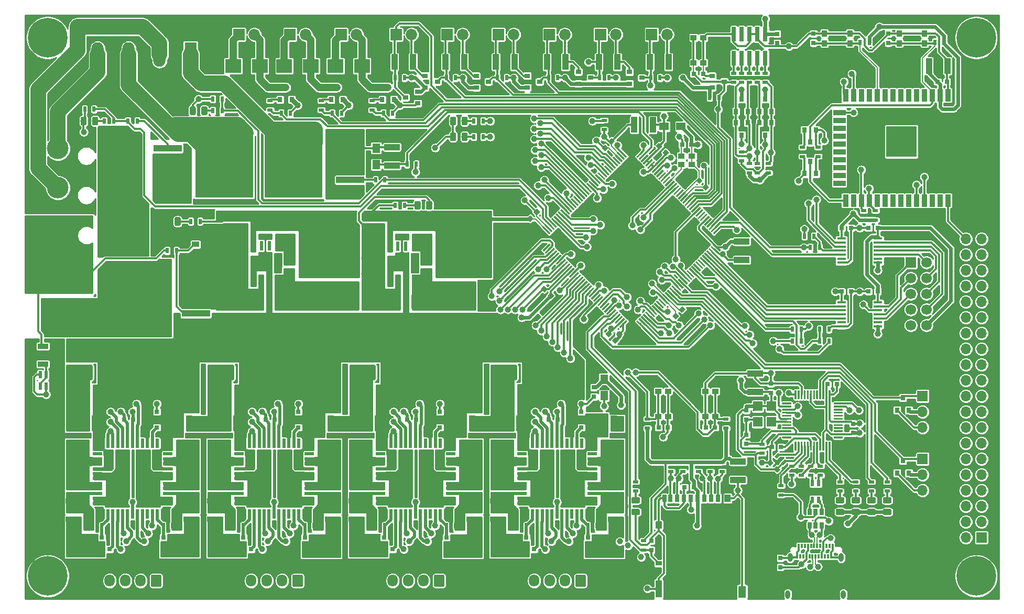
<source format=gbr>
G04 #@! TF.GenerationSoftware,KiCad,Pcbnew,(5.1.0)-1*
G04 #@! TF.CreationDate,2019-04-25T08:44:14+02:00*
G04 #@! TF.ProjectId,FHNW-Pro4E-FS19T8-3DPrinterBoard-STM32,46484e57-2d50-4726-9f34-452d46533139,rev?*
G04 #@! TF.SameCoordinates,Original*
G04 #@! TF.FileFunction,Copper,L1,Top*
G04 #@! TF.FilePolarity,Positive*
%FSLAX46Y46*%
G04 Gerber Fmt 4.6, Leading zero omitted, Abs format (unit mm)*
G04 Created by KiCad (PCBNEW (5.1.0)-1) date 2019-04-25 08:44:14*
%MOMM*%
%LPD*%
G04 APERTURE LIST*
%ADD10C,1.700000*%
%ADD11R,1.700000X1.700000*%
%ADD12C,0.750000*%
%ADD13C,0.100000*%
%ADD14C,0.300000*%
%ADD15R,0.800000X0.750000*%
%ADD16O,1.700000X1.700000*%
%ADD17C,2.500000*%
%ADD18R,0.500000X0.900000*%
%ADD19R,5.000000X5.000000*%
%ADD20R,0.900000X2.000000*%
%ADD21R,2.000000X0.900000*%
%ADD22C,1.850000*%
%ADD23R,1.850000X1.850000*%
%ADD24R,0.900000X0.500000*%
%ADD25R,0.600000X1.500000*%
%ADD26R,1.500000X0.600000*%
%ADD27R,2.500000X0.900000*%
%ADD28R,0.750000X0.800000*%
%ADD29R,1.000000X2.500000*%
%ADD30O,1.700000X1.950000*%
%ADD31O,3.960000X1.980000*%
%ADD32R,3.960000X1.980000*%
%ADD33R,4.600000X1.100000*%
%ADD34R,9.400000X10.800000*%
%ADD35C,3.500000*%
%ADD36R,1.300000X1.500000*%
%ADD37R,3.000000X4.000000*%
%ADD38R,3.000000X1.000000*%
%ADD39R,2.500000X2.300000*%
%ADD40C,0.975000*%
%ADD41R,0.700000X1.200000*%
%ADD42R,1.000000X1.200000*%
%ADD43R,1.000000X0.800000*%
%ADD44R,1.000000X2.800000*%
%ADD45R,1.300000X1.900000*%
%ADD46R,2.500000X1.000000*%
%ADD47R,1.500000X1.300000*%
%ADD48C,0.500000*%
%ADD49R,0.600000X1.550000*%
%ADD50R,1.450000X0.450000*%
%ADD51R,1.100000X0.900000*%
%ADD52R,1.500000X1.600000*%
%ADD53R,0.650000X1.060000*%
%ADD54R,0.800000X0.900000*%
%ADD55R,0.600000X1.100000*%
%ADD56R,0.300000X0.700000*%
%ADD57O,0.800000X1.400000*%
%ADD58C,6.400000*%
%ADD59R,0.600000X1.200000*%
%ADD60R,1.700000X0.900000*%
%ADD61R,1.200000X0.900000*%
%ADD62R,1.000000X0.900000*%
%ADD63R,0.900000X1.000000*%
%ADD64R,0.900000X0.800000*%
%ADD65R,0.740000X2.400000*%
%ADD66O,1.980000X3.960000*%
%ADD67R,1.980000X3.960000*%
%ADD68C,1.000000*%
%ADD69C,1.400000*%
%ADD70C,0.500000*%
%ADD71C,0.300000*%
%ADD72C,0.800000*%
%ADD73C,0.200000*%
%ADD74C,0.600000*%
%ADD75C,1.200000*%
%ADD76C,2.500000*%
%ADD77C,0.254000*%
G04 APERTURE END LIST*
D10*
X227965000Y-70485000D03*
X225425000Y-70485000D03*
X227965000Y-67945000D03*
X225425000Y-67945000D03*
X227965000Y-65405000D03*
X225425000Y-65405000D03*
X227965000Y-62865000D03*
X225425000Y-62865000D03*
X227965000Y-60325000D03*
D11*
X225425000Y-60325000D03*
D12*
X167281330Y-65681330D03*
D13*
G36*
X167829338Y-65699008D02*
G01*
X167299008Y-66229338D01*
X166733322Y-65663652D01*
X167263652Y-65133322D01*
X167829338Y-65699008D01*
X167829338Y-65699008D01*
G37*
D12*
X166220670Y-64620670D03*
D13*
G36*
X166768678Y-64638348D02*
G01*
X166238348Y-65168678D01*
X165672662Y-64602992D01*
X166202992Y-64072662D01*
X166768678Y-64638348D01*
X166768678Y-64638348D01*
G37*
D14*
X194093227Y-57893858D03*
D13*
G36*
X193439153Y-57451916D02*
G01*
X193651285Y-57239784D01*
X194747301Y-58335800D01*
X194535169Y-58547932D01*
X193439153Y-57451916D01*
X193439153Y-57451916D01*
G37*
D14*
X193739674Y-58247412D03*
D13*
G36*
X193085600Y-57805470D02*
G01*
X193297732Y-57593338D01*
X194393748Y-58689354D01*
X194181616Y-58901486D01*
X193085600Y-57805470D01*
X193085600Y-57805470D01*
G37*
D14*
X193386120Y-58600965D03*
D13*
G36*
X192732046Y-58159023D02*
G01*
X192944178Y-57946891D01*
X194040194Y-59042907D01*
X193828062Y-59255039D01*
X192732046Y-58159023D01*
X192732046Y-58159023D01*
G37*
D14*
X193032567Y-58954518D03*
D13*
G36*
X192378493Y-58512576D02*
G01*
X192590625Y-58300444D01*
X193686641Y-59396460D01*
X193474509Y-59608592D01*
X192378493Y-58512576D01*
X192378493Y-58512576D01*
G37*
D14*
X192679013Y-59308072D03*
D13*
G36*
X192024939Y-58866130D02*
G01*
X192237071Y-58653998D01*
X193333087Y-59750014D01*
X193120955Y-59962146D01*
X192024939Y-58866130D01*
X192024939Y-58866130D01*
G37*
D14*
X192325460Y-59661625D03*
D13*
G36*
X191671386Y-59219683D02*
G01*
X191883518Y-59007551D01*
X192979534Y-60103567D01*
X192767402Y-60315699D01*
X191671386Y-59219683D01*
X191671386Y-59219683D01*
G37*
D14*
X191971907Y-60015179D03*
D13*
G36*
X191317833Y-59573237D02*
G01*
X191529965Y-59361105D01*
X192625981Y-60457121D01*
X192413849Y-60669253D01*
X191317833Y-59573237D01*
X191317833Y-59573237D01*
G37*
D14*
X191618353Y-60368732D03*
D13*
G36*
X190964279Y-59926790D02*
G01*
X191176411Y-59714658D01*
X192272427Y-60810674D01*
X192060295Y-61022806D01*
X190964279Y-59926790D01*
X190964279Y-59926790D01*
G37*
D14*
X191264800Y-60722285D03*
D13*
G36*
X190610726Y-60280343D02*
G01*
X190822858Y-60068211D01*
X191918874Y-61164227D01*
X191706742Y-61376359D01*
X190610726Y-60280343D01*
X190610726Y-60280343D01*
G37*
D14*
X190911246Y-61075839D03*
D13*
G36*
X190257172Y-60633897D02*
G01*
X190469304Y-60421765D01*
X191565320Y-61517781D01*
X191353188Y-61729913D01*
X190257172Y-60633897D01*
X190257172Y-60633897D01*
G37*
D14*
X190557693Y-61429392D03*
D13*
G36*
X189903619Y-60987450D02*
G01*
X190115751Y-60775318D01*
X191211767Y-61871334D01*
X190999635Y-62083466D01*
X189903619Y-60987450D01*
X189903619Y-60987450D01*
G37*
D14*
X190204140Y-61782946D03*
D13*
G36*
X189550066Y-61341004D02*
G01*
X189762198Y-61128872D01*
X190858214Y-62224888D01*
X190646082Y-62437020D01*
X189550066Y-61341004D01*
X189550066Y-61341004D01*
G37*
D14*
X189850586Y-62136499D03*
D13*
G36*
X189196512Y-61694557D02*
G01*
X189408644Y-61482425D01*
X190504660Y-62578441D01*
X190292528Y-62790573D01*
X189196512Y-61694557D01*
X189196512Y-61694557D01*
G37*
D14*
X189497033Y-62490052D03*
D13*
G36*
X188842959Y-62048110D02*
G01*
X189055091Y-61835978D01*
X190151107Y-62931994D01*
X189938975Y-63144126D01*
X188842959Y-62048110D01*
X188842959Y-62048110D01*
G37*
D14*
X189143479Y-62843606D03*
D13*
G36*
X188489405Y-62401664D02*
G01*
X188701537Y-62189532D01*
X189797553Y-63285548D01*
X189585421Y-63497680D01*
X188489405Y-62401664D01*
X188489405Y-62401664D01*
G37*
D14*
X188789926Y-63197159D03*
D13*
G36*
X188135852Y-62755217D02*
G01*
X188347984Y-62543085D01*
X189444000Y-63639101D01*
X189231868Y-63851233D01*
X188135852Y-62755217D01*
X188135852Y-62755217D01*
G37*
D14*
X188436373Y-63550712D03*
D13*
G36*
X187782299Y-63108770D02*
G01*
X187994431Y-62896638D01*
X189090447Y-63992654D01*
X188878315Y-64204786D01*
X187782299Y-63108770D01*
X187782299Y-63108770D01*
G37*
D14*
X188082819Y-63904266D03*
D13*
G36*
X187428745Y-63462324D02*
G01*
X187640877Y-63250192D01*
X188736893Y-64346208D01*
X188524761Y-64558340D01*
X187428745Y-63462324D01*
X187428745Y-63462324D01*
G37*
D14*
X187729266Y-64257819D03*
D13*
G36*
X187075192Y-63815877D02*
G01*
X187287324Y-63603745D01*
X188383340Y-64699761D01*
X188171208Y-64911893D01*
X187075192Y-63815877D01*
X187075192Y-63815877D01*
G37*
D14*
X187375712Y-64611373D03*
D13*
G36*
X186721638Y-64169431D02*
G01*
X186933770Y-63957299D01*
X188029786Y-65053315D01*
X187817654Y-65265447D01*
X186721638Y-64169431D01*
X186721638Y-64169431D01*
G37*
D14*
X187022159Y-64964926D03*
D13*
G36*
X186368085Y-64522984D02*
G01*
X186580217Y-64310852D01*
X187676233Y-65406868D01*
X187464101Y-65619000D01*
X186368085Y-64522984D01*
X186368085Y-64522984D01*
G37*
D14*
X186668606Y-65318479D03*
D13*
G36*
X186014532Y-64876537D02*
G01*
X186226664Y-64664405D01*
X187322680Y-65760421D01*
X187110548Y-65972553D01*
X186014532Y-64876537D01*
X186014532Y-64876537D01*
G37*
D14*
X186315052Y-65672033D03*
D13*
G36*
X185660978Y-65230091D02*
G01*
X185873110Y-65017959D01*
X186969126Y-66113975D01*
X186756994Y-66326107D01*
X185660978Y-65230091D01*
X185660978Y-65230091D01*
G37*
D14*
X185961499Y-66025586D03*
D13*
G36*
X185307425Y-65583644D02*
G01*
X185519557Y-65371512D01*
X186615573Y-66467528D01*
X186403441Y-66679660D01*
X185307425Y-65583644D01*
X185307425Y-65583644D01*
G37*
D14*
X185607946Y-66379140D03*
D13*
G36*
X184953872Y-65937198D02*
G01*
X185166004Y-65725066D01*
X186262020Y-66821082D01*
X186049888Y-67033214D01*
X184953872Y-65937198D01*
X184953872Y-65937198D01*
G37*
D14*
X185254392Y-66732693D03*
D13*
G36*
X184600318Y-66290751D02*
G01*
X184812450Y-66078619D01*
X185908466Y-67174635D01*
X185696334Y-67386767D01*
X184600318Y-66290751D01*
X184600318Y-66290751D01*
G37*
D14*
X184900839Y-67086246D03*
D13*
G36*
X184246765Y-66644304D02*
G01*
X184458897Y-66432172D01*
X185554913Y-67528188D01*
X185342781Y-67740320D01*
X184246765Y-66644304D01*
X184246765Y-66644304D01*
G37*
D14*
X184547285Y-67439800D03*
D13*
G36*
X183893211Y-66997858D02*
G01*
X184105343Y-66785726D01*
X185201359Y-67881742D01*
X184989227Y-68093874D01*
X183893211Y-66997858D01*
X183893211Y-66997858D01*
G37*
D14*
X184193732Y-67793353D03*
D13*
G36*
X183539658Y-67351411D02*
G01*
X183751790Y-67139279D01*
X184847806Y-68235295D01*
X184635674Y-68447427D01*
X183539658Y-67351411D01*
X183539658Y-67351411D01*
G37*
D14*
X183840179Y-68146907D03*
D13*
G36*
X183186105Y-67704965D02*
G01*
X183398237Y-67492833D01*
X184494253Y-68588849D01*
X184282121Y-68800981D01*
X183186105Y-67704965D01*
X183186105Y-67704965D01*
G37*
D14*
X183486625Y-68500460D03*
D13*
G36*
X182832551Y-68058518D02*
G01*
X183044683Y-67846386D01*
X184140699Y-68942402D01*
X183928567Y-69154534D01*
X182832551Y-68058518D01*
X182832551Y-68058518D01*
G37*
D14*
X183133072Y-68854013D03*
D13*
G36*
X182478998Y-68412071D02*
G01*
X182691130Y-68199939D01*
X183787146Y-69295955D01*
X183575014Y-69508087D01*
X182478998Y-68412071D01*
X182478998Y-68412071D01*
G37*
D14*
X182779518Y-69207567D03*
D13*
G36*
X182125444Y-68765625D02*
G01*
X182337576Y-68553493D01*
X183433592Y-69649509D01*
X183221460Y-69861641D01*
X182125444Y-68765625D01*
X182125444Y-68765625D01*
G37*
D14*
X182425965Y-69561120D03*
D13*
G36*
X181771891Y-69119178D02*
G01*
X181984023Y-68907046D01*
X183080039Y-70003062D01*
X182867907Y-70215194D01*
X181771891Y-69119178D01*
X181771891Y-69119178D01*
G37*
D14*
X182072412Y-69914674D03*
D13*
G36*
X181418338Y-69472732D02*
G01*
X181630470Y-69260600D01*
X182726486Y-70356616D01*
X182514354Y-70568748D01*
X181418338Y-69472732D01*
X181418338Y-69472732D01*
G37*
D14*
X181718858Y-70268227D03*
D13*
G36*
X181064784Y-69826285D02*
G01*
X181276916Y-69614153D01*
X182372932Y-70710169D01*
X182160800Y-70922301D01*
X181064784Y-69826285D01*
X181064784Y-69826285D01*
G37*
D14*
X178961142Y-70268227D03*
D13*
G36*
X179403084Y-69614153D02*
G01*
X179615216Y-69826285D01*
X178519200Y-70922301D01*
X178307068Y-70710169D01*
X179403084Y-69614153D01*
X179403084Y-69614153D01*
G37*
D14*
X178607588Y-69914674D03*
D13*
G36*
X179049530Y-69260600D02*
G01*
X179261662Y-69472732D01*
X178165646Y-70568748D01*
X177953514Y-70356616D01*
X179049530Y-69260600D01*
X179049530Y-69260600D01*
G37*
D14*
X178254035Y-69561120D03*
D13*
G36*
X178695977Y-68907046D02*
G01*
X178908109Y-69119178D01*
X177812093Y-70215194D01*
X177599961Y-70003062D01*
X178695977Y-68907046D01*
X178695977Y-68907046D01*
G37*
D14*
X177900482Y-69207567D03*
D13*
G36*
X178342424Y-68553493D02*
G01*
X178554556Y-68765625D01*
X177458540Y-69861641D01*
X177246408Y-69649509D01*
X178342424Y-68553493D01*
X178342424Y-68553493D01*
G37*
D14*
X177546928Y-68854013D03*
D13*
G36*
X177988870Y-68199939D02*
G01*
X178201002Y-68412071D01*
X177104986Y-69508087D01*
X176892854Y-69295955D01*
X177988870Y-68199939D01*
X177988870Y-68199939D01*
G37*
D14*
X177193375Y-68500460D03*
D13*
G36*
X177635317Y-67846386D02*
G01*
X177847449Y-68058518D01*
X176751433Y-69154534D01*
X176539301Y-68942402D01*
X177635317Y-67846386D01*
X177635317Y-67846386D01*
G37*
D14*
X176839821Y-68146907D03*
D13*
G36*
X177281763Y-67492833D02*
G01*
X177493895Y-67704965D01*
X176397879Y-68800981D01*
X176185747Y-68588849D01*
X177281763Y-67492833D01*
X177281763Y-67492833D01*
G37*
D14*
X176486268Y-67793353D03*
D13*
G36*
X176928210Y-67139279D02*
G01*
X177140342Y-67351411D01*
X176044326Y-68447427D01*
X175832194Y-68235295D01*
X176928210Y-67139279D01*
X176928210Y-67139279D01*
G37*
D14*
X176132715Y-67439800D03*
D13*
G36*
X176574657Y-66785726D02*
G01*
X176786789Y-66997858D01*
X175690773Y-68093874D01*
X175478641Y-67881742D01*
X176574657Y-66785726D01*
X176574657Y-66785726D01*
G37*
D14*
X175779161Y-67086246D03*
D13*
G36*
X176221103Y-66432172D02*
G01*
X176433235Y-66644304D01*
X175337219Y-67740320D01*
X175125087Y-67528188D01*
X176221103Y-66432172D01*
X176221103Y-66432172D01*
G37*
D14*
X175425608Y-66732693D03*
D13*
G36*
X175867550Y-66078619D02*
G01*
X176079682Y-66290751D01*
X174983666Y-67386767D01*
X174771534Y-67174635D01*
X175867550Y-66078619D01*
X175867550Y-66078619D01*
G37*
D14*
X175072054Y-66379140D03*
D13*
G36*
X175513996Y-65725066D02*
G01*
X175726128Y-65937198D01*
X174630112Y-67033214D01*
X174417980Y-66821082D01*
X175513996Y-65725066D01*
X175513996Y-65725066D01*
G37*
D14*
X174718501Y-66025586D03*
D13*
G36*
X175160443Y-65371512D02*
G01*
X175372575Y-65583644D01*
X174276559Y-66679660D01*
X174064427Y-66467528D01*
X175160443Y-65371512D01*
X175160443Y-65371512D01*
G37*
D14*
X174364948Y-65672033D03*
D13*
G36*
X174806890Y-65017959D02*
G01*
X175019022Y-65230091D01*
X173923006Y-66326107D01*
X173710874Y-66113975D01*
X174806890Y-65017959D01*
X174806890Y-65017959D01*
G37*
D14*
X174011394Y-65318479D03*
D13*
G36*
X174453336Y-64664405D02*
G01*
X174665468Y-64876537D01*
X173569452Y-65972553D01*
X173357320Y-65760421D01*
X174453336Y-64664405D01*
X174453336Y-64664405D01*
G37*
D14*
X173657841Y-64964926D03*
D13*
G36*
X174099783Y-64310852D02*
G01*
X174311915Y-64522984D01*
X173215899Y-65619000D01*
X173003767Y-65406868D01*
X174099783Y-64310852D01*
X174099783Y-64310852D01*
G37*
D14*
X173304288Y-64611373D03*
D13*
G36*
X173746230Y-63957299D02*
G01*
X173958362Y-64169431D01*
X172862346Y-65265447D01*
X172650214Y-65053315D01*
X173746230Y-63957299D01*
X173746230Y-63957299D01*
G37*
D14*
X172950734Y-64257819D03*
D13*
G36*
X173392676Y-63603745D02*
G01*
X173604808Y-63815877D01*
X172508792Y-64911893D01*
X172296660Y-64699761D01*
X173392676Y-63603745D01*
X173392676Y-63603745D01*
G37*
D14*
X172597181Y-63904266D03*
D13*
G36*
X173039123Y-63250192D02*
G01*
X173251255Y-63462324D01*
X172155239Y-64558340D01*
X171943107Y-64346208D01*
X173039123Y-63250192D01*
X173039123Y-63250192D01*
G37*
D14*
X172243627Y-63550712D03*
D13*
G36*
X172685569Y-62896638D02*
G01*
X172897701Y-63108770D01*
X171801685Y-64204786D01*
X171589553Y-63992654D01*
X172685569Y-62896638D01*
X172685569Y-62896638D01*
G37*
D14*
X171890074Y-63197159D03*
D13*
G36*
X172332016Y-62543085D02*
G01*
X172544148Y-62755217D01*
X171448132Y-63851233D01*
X171236000Y-63639101D01*
X172332016Y-62543085D01*
X172332016Y-62543085D01*
G37*
D14*
X171536521Y-62843606D03*
D13*
G36*
X171978463Y-62189532D02*
G01*
X172190595Y-62401664D01*
X171094579Y-63497680D01*
X170882447Y-63285548D01*
X171978463Y-62189532D01*
X171978463Y-62189532D01*
G37*
D14*
X171182967Y-62490052D03*
D13*
G36*
X171624909Y-61835978D02*
G01*
X171837041Y-62048110D01*
X170741025Y-63144126D01*
X170528893Y-62931994D01*
X171624909Y-61835978D01*
X171624909Y-61835978D01*
G37*
D14*
X170829414Y-62136499D03*
D13*
G36*
X171271356Y-61482425D02*
G01*
X171483488Y-61694557D01*
X170387472Y-62790573D01*
X170175340Y-62578441D01*
X171271356Y-61482425D01*
X171271356Y-61482425D01*
G37*
D14*
X170475860Y-61782946D03*
D13*
G36*
X170917802Y-61128872D02*
G01*
X171129934Y-61341004D01*
X170033918Y-62437020D01*
X169821786Y-62224888D01*
X170917802Y-61128872D01*
X170917802Y-61128872D01*
G37*
D14*
X170122307Y-61429392D03*
D13*
G36*
X170564249Y-60775318D02*
G01*
X170776381Y-60987450D01*
X169680365Y-62083466D01*
X169468233Y-61871334D01*
X170564249Y-60775318D01*
X170564249Y-60775318D01*
G37*
D14*
X169768754Y-61075839D03*
D13*
G36*
X170210696Y-60421765D02*
G01*
X170422828Y-60633897D01*
X169326812Y-61729913D01*
X169114680Y-61517781D01*
X170210696Y-60421765D01*
X170210696Y-60421765D01*
G37*
D14*
X169415200Y-60722285D03*
D13*
G36*
X169857142Y-60068211D02*
G01*
X170069274Y-60280343D01*
X168973258Y-61376359D01*
X168761126Y-61164227D01*
X169857142Y-60068211D01*
X169857142Y-60068211D01*
G37*
D14*
X169061647Y-60368732D03*
D13*
G36*
X169503589Y-59714658D02*
G01*
X169715721Y-59926790D01*
X168619705Y-61022806D01*
X168407573Y-60810674D01*
X169503589Y-59714658D01*
X169503589Y-59714658D01*
G37*
D14*
X168708093Y-60015179D03*
D13*
G36*
X169150035Y-59361105D02*
G01*
X169362167Y-59573237D01*
X168266151Y-60669253D01*
X168054019Y-60457121D01*
X169150035Y-59361105D01*
X169150035Y-59361105D01*
G37*
D14*
X168354540Y-59661625D03*
D13*
G36*
X168796482Y-59007551D02*
G01*
X169008614Y-59219683D01*
X167912598Y-60315699D01*
X167700466Y-60103567D01*
X168796482Y-59007551D01*
X168796482Y-59007551D01*
G37*
D14*
X168000987Y-59308072D03*
D13*
G36*
X168442929Y-58653998D02*
G01*
X168655061Y-58866130D01*
X167559045Y-59962146D01*
X167346913Y-59750014D01*
X168442929Y-58653998D01*
X168442929Y-58653998D01*
G37*
D14*
X167647433Y-58954518D03*
D13*
G36*
X168089375Y-58300444D02*
G01*
X168301507Y-58512576D01*
X167205491Y-59608592D01*
X166993359Y-59396460D01*
X168089375Y-58300444D01*
X168089375Y-58300444D01*
G37*
D14*
X167293880Y-58600965D03*
D13*
G36*
X167735822Y-57946891D02*
G01*
X167947954Y-58159023D01*
X166851938Y-59255039D01*
X166639806Y-59042907D01*
X167735822Y-57946891D01*
X167735822Y-57946891D01*
G37*
D14*
X166940326Y-58247412D03*
D13*
G36*
X167382268Y-57593338D02*
G01*
X167594400Y-57805470D01*
X166498384Y-58901486D01*
X166286252Y-58689354D01*
X167382268Y-57593338D01*
X167382268Y-57593338D01*
G37*
D14*
X166586773Y-57893858D03*
D13*
G36*
X167028715Y-57239784D02*
G01*
X167240847Y-57451916D01*
X166144831Y-58547932D01*
X165932699Y-58335800D01*
X167028715Y-57239784D01*
X167028715Y-57239784D01*
G37*
D14*
X166586773Y-55136142D03*
D13*
G36*
X165932699Y-54694200D02*
G01*
X166144831Y-54482068D01*
X167240847Y-55578084D01*
X167028715Y-55790216D01*
X165932699Y-54694200D01*
X165932699Y-54694200D01*
G37*
D14*
X166940326Y-54782588D03*
D13*
G36*
X166286252Y-54340646D02*
G01*
X166498384Y-54128514D01*
X167594400Y-55224530D01*
X167382268Y-55436662D01*
X166286252Y-54340646D01*
X166286252Y-54340646D01*
G37*
D14*
X167293880Y-54429035D03*
D13*
G36*
X166639806Y-53987093D02*
G01*
X166851938Y-53774961D01*
X167947954Y-54870977D01*
X167735822Y-55083109D01*
X166639806Y-53987093D01*
X166639806Y-53987093D01*
G37*
D14*
X167647433Y-54075482D03*
D13*
G36*
X166993359Y-53633540D02*
G01*
X167205491Y-53421408D01*
X168301507Y-54517424D01*
X168089375Y-54729556D01*
X166993359Y-53633540D01*
X166993359Y-53633540D01*
G37*
D14*
X168000987Y-53721928D03*
D13*
G36*
X167346913Y-53279986D02*
G01*
X167559045Y-53067854D01*
X168655061Y-54163870D01*
X168442929Y-54376002D01*
X167346913Y-53279986D01*
X167346913Y-53279986D01*
G37*
D14*
X168354540Y-53368375D03*
D13*
G36*
X167700466Y-52926433D02*
G01*
X167912598Y-52714301D01*
X169008614Y-53810317D01*
X168796482Y-54022449D01*
X167700466Y-52926433D01*
X167700466Y-52926433D01*
G37*
D14*
X168708093Y-53014821D03*
D13*
G36*
X168054019Y-52572879D02*
G01*
X168266151Y-52360747D01*
X169362167Y-53456763D01*
X169150035Y-53668895D01*
X168054019Y-52572879D01*
X168054019Y-52572879D01*
G37*
D14*
X169061647Y-52661268D03*
D13*
G36*
X168407573Y-52219326D02*
G01*
X168619705Y-52007194D01*
X169715721Y-53103210D01*
X169503589Y-53315342D01*
X168407573Y-52219326D01*
X168407573Y-52219326D01*
G37*
D14*
X169415200Y-52307715D03*
D13*
G36*
X168761126Y-51865773D02*
G01*
X168973258Y-51653641D01*
X170069274Y-52749657D01*
X169857142Y-52961789D01*
X168761126Y-51865773D01*
X168761126Y-51865773D01*
G37*
D14*
X169768754Y-51954161D03*
D13*
G36*
X169114680Y-51512219D02*
G01*
X169326812Y-51300087D01*
X170422828Y-52396103D01*
X170210696Y-52608235D01*
X169114680Y-51512219D01*
X169114680Y-51512219D01*
G37*
D14*
X170122307Y-51600608D03*
D13*
G36*
X169468233Y-51158666D02*
G01*
X169680365Y-50946534D01*
X170776381Y-52042550D01*
X170564249Y-52254682D01*
X169468233Y-51158666D01*
X169468233Y-51158666D01*
G37*
D14*
X170475860Y-51247054D03*
D13*
G36*
X169821786Y-50805112D02*
G01*
X170033918Y-50592980D01*
X171129934Y-51688996D01*
X170917802Y-51901128D01*
X169821786Y-50805112D01*
X169821786Y-50805112D01*
G37*
D14*
X170829414Y-50893501D03*
D13*
G36*
X170175340Y-50451559D02*
G01*
X170387472Y-50239427D01*
X171483488Y-51335443D01*
X171271356Y-51547575D01*
X170175340Y-50451559D01*
X170175340Y-50451559D01*
G37*
D14*
X171182967Y-50539948D03*
D13*
G36*
X170528893Y-50098006D02*
G01*
X170741025Y-49885874D01*
X171837041Y-50981890D01*
X171624909Y-51194022D01*
X170528893Y-50098006D01*
X170528893Y-50098006D01*
G37*
D14*
X171536521Y-50186394D03*
D13*
G36*
X170882447Y-49744452D02*
G01*
X171094579Y-49532320D01*
X172190595Y-50628336D01*
X171978463Y-50840468D01*
X170882447Y-49744452D01*
X170882447Y-49744452D01*
G37*
D14*
X171890074Y-49832841D03*
D13*
G36*
X171236000Y-49390899D02*
G01*
X171448132Y-49178767D01*
X172544148Y-50274783D01*
X172332016Y-50486915D01*
X171236000Y-49390899D01*
X171236000Y-49390899D01*
G37*
D14*
X172243627Y-49479288D03*
D13*
G36*
X171589553Y-49037346D02*
G01*
X171801685Y-48825214D01*
X172897701Y-49921230D01*
X172685569Y-50133362D01*
X171589553Y-49037346D01*
X171589553Y-49037346D01*
G37*
D14*
X172597181Y-49125734D03*
D13*
G36*
X171943107Y-48683792D02*
G01*
X172155239Y-48471660D01*
X173251255Y-49567676D01*
X173039123Y-49779808D01*
X171943107Y-48683792D01*
X171943107Y-48683792D01*
G37*
D14*
X172950734Y-48772181D03*
D13*
G36*
X172296660Y-48330239D02*
G01*
X172508792Y-48118107D01*
X173604808Y-49214123D01*
X173392676Y-49426255D01*
X172296660Y-48330239D01*
X172296660Y-48330239D01*
G37*
D14*
X173304288Y-48418627D03*
D13*
G36*
X172650214Y-47976685D02*
G01*
X172862346Y-47764553D01*
X173958362Y-48860569D01*
X173746230Y-49072701D01*
X172650214Y-47976685D01*
X172650214Y-47976685D01*
G37*
D14*
X173657841Y-48065074D03*
D13*
G36*
X173003767Y-47623132D02*
G01*
X173215899Y-47411000D01*
X174311915Y-48507016D01*
X174099783Y-48719148D01*
X173003767Y-47623132D01*
X173003767Y-47623132D01*
G37*
D14*
X174011394Y-47711521D03*
D13*
G36*
X173357320Y-47269579D02*
G01*
X173569452Y-47057447D01*
X174665468Y-48153463D01*
X174453336Y-48365595D01*
X173357320Y-47269579D01*
X173357320Y-47269579D01*
G37*
D14*
X174364948Y-47357967D03*
D13*
G36*
X173710874Y-46916025D02*
G01*
X173923006Y-46703893D01*
X175019022Y-47799909D01*
X174806890Y-48012041D01*
X173710874Y-46916025D01*
X173710874Y-46916025D01*
G37*
D14*
X174718501Y-47004414D03*
D13*
G36*
X174064427Y-46562472D02*
G01*
X174276559Y-46350340D01*
X175372575Y-47446356D01*
X175160443Y-47658488D01*
X174064427Y-46562472D01*
X174064427Y-46562472D01*
G37*
D14*
X175072054Y-46650860D03*
D13*
G36*
X174417980Y-46208918D02*
G01*
X174630112Y-45996786D01*
X175726128Y-47092802D01*
X175513996Y-47304934D01*
X174417980Y-46208918D01*
X174417980Y-46208918D01*
G37*
D14*
X175425608Y-46297307D03*
D13*
G36*
X174771534Y-45855365D02*
G01*
X174983666Y-45643233D01*
X176079682Y-46739249D01*
X175867550Y-46951381D01*
X174771534Y-45855365D01*
X174771534Y-45855365D01*
G37*
D14*
X175779161Y-45943754D03*
D13*
G36*
X175125087Y-45501812D02*
G01*
X175337219Y-45289680D01*
X176433235Y-46385696D01*
X176221103Y-46597828D01*
X175125087Y-45501812D01*
X175125087Y-45501812D01*
G37*
D14*
X176132715Y-45590200D03*
D13*
G36*
X175478641Y-45148258D02*
G01*
X175690773Y-44936126D01*
X176786789Y-46032142D01*
X176574657Y-46244274D01*
X175478641Y-45148258D01*
X175478641Y-45148258D01*
G37*
D14*
X176486268Y-45236647D03*
D13*
G36*
X175832194Y-44794705D02*
G01*
X176044326Y-44582573D01*
X177140342Y-45678589D01*
X176928210Y-45890721D01*
X175832194Y-44794705D01*
X175832194Y-44794705D01*
G37*
D14*
X176839821Y-44883093D03*
D13*
G36*
X176185747Y-44441151D02*
G01*
X176397879Y-44229019D01*
X177493895Y-45325035D01*
X177281763Y-45537167D01*
X176185747Y-44441151D01*
X176185747Y-44441151D01*
G37*
D14*
X177193375Y-44529540D03*
D13*
G36*
X176539301Y-44087598D02*
G01*
X176751433Y-43875466D01*
X177847449Y-44971482D01*
X177635317Y-45183614D01*
X176539301Y-44087598D01*
X176539301Y-44087598D01*
G37*
D14*
X177546928Y-44175987D03*
D13*
G36*
X176892854Y-43734045D02*
G01*
X177104986Y-43521913D01*
X178201002Y-44617929D01*
X177988870Y-44830061D01*
X176892854Y-43734045D01*
X176892854Y-43734045D01*
G37*
D14*
X177900482Y-43822433D03*
D13*
G36*
X177246408Y-43380491D02*
G01*
X177458540Y-43168359D01*
X178554556Y-44264375D01*
X178342424Y-44476507D01*
X177246408Y-43380491D01*
X177246408Y-43380491D01*
G37*
D14*
X178254035Y-43468880D03*
D13*
G36*
X177599961Y-43026938D02*
G01*
X177812093Y-42814806D01*
X178908109Y-43910822D01*
X178695977Y-44122954D01*
X177599961Y-43026938D01*
X177599961Y-43026938D01*
G37*
D14*
X178607588Y-43115326D03*
D13*
G36*
X177953514Y-42673384D02*
G01*
X178165646Y-42461252D01*
X179261662Y-43557268D01*
X179049530Y-43769400D01*
X177953514Y-42673384D01*
X177953514Y-42673384D01*
G37*
D14*
X178961142Y-42761773D03*
D13*
G36*
X178307068Y-42319831D02*
G01*
X178519200Y-42107699D01*
X179615216Y-43203715D01*
X179403084Y-43415847D01*
X178307068Y-42319831D01*
X178307068Y-42319831D01*
G37*
D14*
X181718858Y-42761773D03*
D13*
G36*
X182160800Y-42107699D02*
G01*
X182372932Y-42319831D01*
X181276916Y-43415847D01*
X181064784Y-43203715D01*
X182160800Y-42107699D01*
X182160800Y-42107699D01*
G37*
D14*
X182072412Y-43115326D03*
D13*
G36*
X182514354Y-42461252D02*
G01*
X182726486Y-42673384D01*
X181630470Y-43769400D01*
X181418338Y-43557268D01*
X182514354Y-42461252D01*
X182514354Y-42461252D01*
G37*
D14*
X182425965Y-43468880D03*
D13*
G36*
X182867907Y-42814806D02*
G01*
X183080039Y-43026938D01*
X181984023Y-44122954D01*
X181771891Y-43910822D01*
X182867907Y-42814806D01*
X182867907Y-42814806D01*
G37*
D14*
X182779518Y-43822433D03*
D13*
G36*
X183221460Y-43168359D02*
G01*
X183433592Y-43380491D01*
X182337576Y-44476507D01*
X182125444Y-44264375D01*
X183221460Y-43168359D01*
X183221460Y-43168359D01*
G37*
D14*
X183133072Y-44175987D03*
D13*
G36*
X183575014Y-43521913D02*
G01*
X183787146Y-43734045D01*
X182691130Y-44830061D01*
X182478998Y-44617929D01*
X183575014Y-43521913D01*
X183575014Y-43521913D01*
G37*
D14*
X183486625Y-44529540D03*
D13*
G36*
X183928567Y-43875466D02*
G01*
X184140699Y-44087598D01*
X183044683Y-45183614D01*
X182832551Y-44971482D01*
X183928567Y-43875466D01*
X183928567Y-43875466D01*
G37*
D14*
X183840179Y-44883093D03*
D13*
G36*
X184282121Y-44229019D02*
G01*
X184494253Y-44441151D01*
X183398237Y-45537167D01*
X183186105Y-45325035D01*
X184282121Y-44229019D01*
X184282121Y-44229019D01*
G37*
D14*
X184193732Y-45236647D03*
D13*
G36*
X184635674Y-44582573D02*
G01*
X184847806Y-44794705D01*
X183751790Y-45890721D01*
X183539658Y-45678589D01*
X184635674Y-44582573D01*
X184635674Y-44582573D01*
G37*
D14*
X184547285Y-45590200D03*
D13*
G36*
X184989227Y-44936126D02*
G01*
X185201359Y-45148258D01*
X184105343Y-46244274D01*
X183893211Y-46032142D01*
X184989227Y-44936126D01*
X184989227Y-44936126D01*
G37*
D14*
X184900839Y-45943754D03*
D13*
G36*
X185342781Y-45289680D02*
G01*
X185554913Y-45501812D01*
X184458897Y-46597828D01*
X184246765Y-46385696D01*
X185342781Y-45289680D01*
X185342781Y-45289680D01*
G37*
D14*
X185254392Y-46297307D03*
D13*
G36*
X185696334Y-45643233D02*
G01*
X185908466Y-45855365D01*
X184812450Y-46951381D01*
X184600318Y-46739249D01*
X185696334Y-45643233D01*
X185696334Y-45643233D01*
G37*
D14*
X185607946Y-46650860D03*
D13*
G36*
X186049888Y-45996786D02*
G01*
X186262020Y-46208918D01*
X185166004Y-47304934D01*
X184953872Y-47092802D01*
X186049888Y-45996786D01*
X186049888Y-45996786D01*
G37*
D14*
X185961499Y-47004414D03*
D13*
G36*
X186403441Y-46350340D02*
G01*
X186615573Y-46562472D01*
X185519557Y-47658488D01*
X185307425Y-47446356D01*
X186403441Y-46350340D01*
X186403441Y-46350340D01*
G37*
D14*
X186315052Y-47357967D03*
D13*
G36*
X186756994Y-46703893D02*
G01*
X186969126Y-46916025D01*
X185873110Y-48012041D01*
X185660978Y-47799909D01*
X186756994Y-46703893D01*
X186756994Y-46703893D01*
G37*
D14*
X186668606Y-47711521D03*
D13*
G36*
X187110548Y-47057447D02*
G01*
X187322680Y-47269579D01*
X186226664Y-48365595D01*
X186014532Y-48153463D01*
X187110548Y-47057447D01*
X187110548Y-47057447D01*
G37*
D14*
X187022159Y-48065074D03*
D13*
G36*
X187464101Y-47411000D02*
G01*
X187676233Y-47623132D01*
X186580217Y-48719148D01*
X186368085Y-48507016D01*
X187464101Y-47411000D01*
X187464101Y-47411000D01*
G37*
D14*
X187375712Y-48418627D03*
D13*
G36*
X187817654Y-47764553D02*
G01*
X188029786Y-47976685D01*
X186933770Y-49072701D01*
X186721638Y-48860569D01*
X187817654Y-47764553D01*
X187817654Y-47764553D01*
G37*
D14*
X187729266Y-48772181D03*
D13*
G36*
X188171208Y-48118107D02*
G01*
X188383340Y-48330239D01*
X187287324Y-49426255D01*
X187075192Y-49214123D01*
X188171208Y-48118107D01*
X188171208Y-48118107D01*
G37*
D14*
X188082819Y-49125734D03*
D13*
G36*
X188524761Y-48471660D02*
G01*
X188736893Y-48683792D01*
X187640877Y-49779808D01*
X187428745Y-49567676D01*
X188524761Y-48471660D01*
X188524761Y-48471660D01*
G37*
D14*
X188436373Y-49479288D03*
D13*
G36*
X188878315Y-48825214D02*
G01*
X189090447Y-49037346D01*
X187994431Y-50133362D01*
X187782299Y-49921230D01*
X188878315Y-48825214D01*
X188878315Y-48825214D01*
G37*
D14*
X188789926Y-49832841D03*
D13*
G36*
X189231868Y-49178767D02*
G01*
X189444000Y-49390899D01*
X188347984Y-50486915D01*
X188135852Y-50274783D01*
X189231868Y-49178767D01*
X189231868Y-49178767D01*
G37*
D14*
X189143479Y-50186394D03*
D13*
G36*
X189585421Y-49532320D02*
G01*
X189797553Y-49744452D01*
X188701537Y-50840468D01*
X188489405Y-50628336D01*
X189585421Y-49532320D01*
X189585421Y-49532320D01*
G37*
D14*
X189497033Y-50539948D03*
D13*
G36*
X189938975Y-49885874D02*
G01*
X190151107Y-50098006D01*
X189055091Y-51194022D01*
X188842959Y-50981890D01*
X189938975Y-49885874D01*
X189938975Y-49885874D01*
G37*
D14*
X189850586Y-50893501D03*
D13*
G36*
X190292528Y-50239427D02*
G01*
X190504660Y-50451559D01*
X189408644Y-51547575D01*
X189196512Y-51335443D01*
X190292528Y-50239427D01*
X190292528Y-50239427D01*
G37*
D14*
X190204140Y-51247054D03*
D13*
G36*
X190646082Y-50592980D02*
G01*
X190858214Y-50805112D01*
X189762198Y-51901128D01*
X189550066Y-51688996D01*
X190646082Y-50592980D01*
X190646082Y-50592980D01*
G37*
D14*
X190557693Y-51600608D03*
D13*
G36*
X190999635Y-50946534D02*
G01*
X191211767Y-51158666D01*
X190115751Y-52254682D01*
X189903619Y-52042550D01*
X190999635Y-50946534D01*
X190999635Y-50946534D01*
G37*
D14*
X190911246Y-51954161D03*
D13*
G36*
X191353188Y-51300087D02*
G01*
X191565320Y-51512219D01*
X190469304Y-52608235D01*
X190257172Y-52396103D01*
X191353188Y-51300087D01*
X191353188Y-51300087D01*
G37*
D14*
X191264800Y-52307715D03*
D13*
G36*
X191706742Y-51653641D02*
G01*
X191918874Y-51865773D01*
X190822858Y-52961789D01*
X190610726Y-52749657D01*
X191706742Y-51653641D01*
X191706742Y-51653641D01*
G37*
D14*
X191618353Y-52661268D03*
D13*
G36*
X192060295Y-52007194D02*
G01*
X192272427Y-52219326D01*
X191176411Y-53315342D01*
X190964279Y-53103210D01*
X192060295Y-52007194D01*
X192060295Y-52007194D01*
G37*
D14*
X191971907Y-53014821D03*
D13*
G36*
X192413849Y-52360747D02*
G01*
X192625981Y-52572879D01*
X191529965Y-53668895D01*
X191317833Y-53456763D01*
X192413849Y-52360747D01*
X192413849Y-52360747D01*
G37*
D14*
X192325460Y-53368375D03*
D13*
G36*
X192767402Y-52714301D02*
G01*
X192979534Y-52926433D01*
X191883518Y-54022449D01*
X191671386Y-53810317D01*
X192767402Y-52714301D01*
X192767402Y-52714301D01*
G37*
D14*
X192679013Y-53721928D03*
D13*
G36*
X193120955Y-53067854D02*
G01*
X193333087Y-53279986D01*
X192237071Y-54376002D01*
X192024939Y-54163870D01*
X193120955Y-53067854D01*
X193120955Y-53067854D01*
G37*
D14*
X193032567Y-54075482D03*
D13*
G36*
X193474509Y-53421408D02*
G01*
X193686641Y-53633540D01*
X192590625Y-54729556D01*
X192378493Y-54517424D01*
X193474509Y-53421408D01*
X193474509Y-53421408D01*
G37*
D14*
X193386120Y-54429035D03*
D13*
G36*
X193828062Y-53774961D02*
G01*
X194040194Y-53987093D01*
X192944178Y-55083109D01*
X192732046Y-54870977D01*
X193828062Y-53774961D01*
X193828062Y-53774961D01*
G37*
D14*
X193739674Y-54782588D03*
D13*
G36*
X194181616Y-54128514D02*
G01*
X194393748Y-54340646D01*
X193297732Y-55436662D01*
X193085600Y-55224530D01*
X194181616Y-54128514D01*
X194181616Y-54128514D01*
G37*
D14*
X194093227Y-55136142D03*
D13*
G36*
X194535169Y-54482068D02*
G01*
X194747301Y-54694200D01*
X193651285Y-55790216D01*
X193439153Y-55578084D01*
X194535169Y-54482068D01*
X194535169Y-54482068D01*
G37*
D15*
X231255000Y-31115000D03*
X229755000Y-31115000D03*
D11*
X236855000Y-104775000D03*
D16*
X234315000Y-104775000D03*
X236855000Y-102235000D03*
X234315000Y-102235000D03*
X236855000Y-99695000D03*
X234315000Y-99695000D03*
X236855000Y-97155000D03*
X234315000Y-97155000D03*
X236855000Y-94615000D03*
X234315000Y-94615000D03*
X236855000Y-92075000D03*
X234315000Y-92075000D03*
X236855000Y-89535000D03*
X234315000Y-89535000D03*
X236855000Y-86995000D03*
X234315000Y-86995000D03*
X236855000Y-84455000D03*
X234315000Y-84455000D03*
X236855000Y-81915000D03*
X234315000Y-81915000D03*
X236855000Y-79375000D03*
X234315000Y-79375000D03*
X236855000Y-76835000D03*
X234315000Y-76835000D03*
X236855000Y-74295000D03*
X234315000Y-74295000D03*
X236855000Y-71755000D03*
X234315000Y-71755000D03*
X236855000Y-69215000D03*
X234315000Y-69215000D03*
X236855000Y-66675000D03*
X234315000Y-66675000D03*
X236855000Y-64135000D03*
X234315000Y-64135000D03*
X236855000Y-61595000D03*
X234315000Y-61595000D03*
X236855000Y-59055000D03*
X234315000Y-59055000D03*
X236855000Y-56515000D03*
X234315000Y-56515000D03*
D13*
G36*
X161604504Y-76856204D02*
G01*
X161628773Y-76859804D01*
X161652571Y-76865765D01*
X161675671Y-76874030D01*
X161697849Y-76884520D01*
X161718893Y-76897133D01*
X161738598Y-76911747D01*
X161756777Y-76928223D01*
X161773253Y-76946402D01*
X161787867Y-76966107D01*
X161800480Y-76987151D01*
X161810970Y-77009329D01*
X161819235Y-77032429D01*
X161825196Y-77056227D01*
X161828796Y-77080496D01*
X161830000Y-77105000D01*
X161830000Y-79105000D01*
X161828796Y-79129504D01*
X161825196Y-79153773D01*
X161819235Y-79177571D01*
X161810970Y-79200671D01*
X161800480Y-79222849D01*
X161787867Y-79243893D01*
X161773253Y-79263598D01*
X161756777Y-79281777D01*
X161738598Y-79298253D01*
X161718893Y-79312867D01*
X161697849Y-79325480D01*
X161675671Y-79335970D01*
X161652571Y-79344235D01*
X161628773Y-79350196D01*
X161604504Y-79353796D01*
X161580000Y-79355000D01*
X158080000Y-79355000D01*
X158055496Y-79353796D01*
X158031227Y-79350196D01*
X158007429Y-79344235D01*
X157984329Y-79335970D01*
X157962151Y-79325480D01*
X157941107Y-79312867D01*
X157921402Y-79298253D01*
X157903223Y-79281777D01*
X157886747Y-79263598D01*
X157872133Y-79243893D01*
X157859520Y-79222849D01*
X157849030Y-79200671D01*
X157840765Y-79177571D01*
X157834804Y-79153773D01*
X157831204Y-79129504D01*
X157830000Y-79105000D01*
X157830000Y-77105000D01*
X157831204Y-77080496D01*
X157834804Y-77056227D01*
X157840765Y-77032429D01*
X157849030Y-77009329D01*
X157859520Y-76987151D01*
X157872133Y-76966107D01*
X157886747Y-76946402D01*
X157903223Y-76928223D01*
X157921402Y-76911747D01*
X157941107Y-76897133D01*
X157962151Y-76884520D01*
X157984329Y-76874030D01*
X158007429Y-76865765D01*
X158031227Y-76859804D01*
X158055496Y-76856204D01*
X158080000Y-76855000D01*
X161580000Y-76855000D01*
X161604504Y-76856204D01*
X161604504Y-76856204D01*
G37*
D17*
X159830000Y-78105000D03*
D13*
G36*
X169604504Y-76856204D02*
G01*
X169628773Y-76859804D01*
X169652571Y-76865765D01*
X169675671Y-76874030D01*
X169697849Y-76884520D01*
X169718893Y-76897133D01*
X169738598Y-76911747D01*
X169756777Y-76928223D01*
X169773253Y-76946402D01*
X169787867Y-76966107D01*
X169800480Y-76987151D01*
X169810970Y-77009329D01*
X169819235Y-77032429D01*
X169825196Y-77056227D01*
X169828796Y-77080496D01*
X169830000Y-77105000D01*
X169830000Y-79105000D01*
X169828796Y-79129504D01*
X169825196Y-79153773D01*
X169819235Y-79177571D01*
X169810970Y-79200671D01*
X169800480Y-79222849D01*
X169787867Y-79243893D01*
X169773253Y-79263598D01*
X169756777Y-79281777D01*
X169738598Y-79298253D01*
X169718893Y-79312867D01*
X169697849Y-79325480D01*
X169675671Y-79335970D01*
X169652571Y-79344235D01*
X169628773Y-79350196D01*
X169604504Y-79353796D01*
X169580000Y-79355000D01*
X166080000Y-79355000D01*
X166055496Y-79353796D01*
X166031227Y-79350196D01*
X166007429Y-79344235D01*
X165984329Y-79335970D01*
X165962151Y-79325480D01*
X165941107Y-79312867D01*
X165921402Y-79298253D01*
X165903223Y-79281777D01*
X165886747Y-79263598D01*
X165872133Y-79243893D01*
X165859520Y-79222849D01*
X165849030Y-79200671D01*
X165840765Y-79177571D01*
X165834804Y-79153773D01*
X165831204Y-79129504D01*
X165830000Y-79105000D01*
X165830000Y-77105000D01*
X165831204Y-77080496D01*
X165834804Y-77056227D01*
X165840765Y-77032429D01*
X165849030Y-77009329D01*
X165859520Y-76987151D01*
X165872133Y-76966107D01*
X165886747Y-76946402D01*
X165903223Y-76928223D01*
X165921402Y-76911747D01*
X165941107Y-76897133D01*
X165962151Y-76884520D01*
X165984329Y-76874030D01*
X166007429Y-76865765D01*
X166031227Y-76859804D01*
X166055496Y-76856204D01*
X166080000Y-76855000D01*
X169580000Y-76855000D01*
X169604504Y-76856204D01*
X169604504Y-76856204D01*
G37*
D17*
X167830000Y-78105000D03*
D18*
X106795000Y-58420000D03*
X105295000Y-58420000D03*
D19*
X223910000Y-40800000D03*
D20*
X231410000Y-33300000D03*
X230140000Y-33300000D03*
X228870000Y-33300000D03*
X227600000Y-33300000D03*
X226330000Y-33300000D03*
X225060000Y-33300000D03*
X223790000Y-33300000D03*
X222520000Y-33300000D03*
X221250000Y-33300000D03*
X219980000Y-33300000D03*
X218710000Y-33300000D03*
X217440000Y-33300000D03*
X216170000Y-33300000D03*
X214900000Y-33300000D03*
D21*
X213900000Y-36085000D03*
X213900000Y-37355000D03*
X213900000Y-38625000D03*
X213900000Y-39895000D03*
X213900000Y-41165000D03*
X213900000Y-42435000D03*
X213900000Y-43705000D03*
X213900000Y-44975000D03*
X213900000Y-46245000D03*
X213900000Y-47515000D03*
D20*
X214900000Y-50300000D03*
X216170000Y-50300000D03*
X217440000Y-50300000D03*
X218710000Y-50300000D03*
X219980000Y-50300000D03*
X221250000Y-50300000D03*
X222520000Y-50300000D03*
X223790000Y-50300000D03*
X225060000Y-50300000D03*
X226330000Y-50300000D03*
X227600000Y-50300000D03*
X228870000Y-50300000D03*
X230140000Y-50300000D03*
X231410000Y-50300000D03*
D22*
X135890000Y-23495000D03*
D23*
X133390000Y-23495000D03*
X158790000Y-23495000D03*
D22*
X161290000Y-23495000D03*
D24*
X199390000Y-29730000D03*
X199390000Y-31230000D03*
X198120000Y-31230000D03*
X198120000Y-29730000D03*
X201930000Y-31230000D03*
X201930000Y-29730000D03*
D18*
X143625000Y-51085000D03*
X142125000Y-51085000D03*
D25*
X95695000Y-89550000D03*
X96495000Y-89550000D03*
X97295000Y-89550000D03*
X98095000Y-89550000D03*
X98895000Y-89550000D03*
X99695000Y-89550000D03*
X100495000Y-89550000D03*
X101295000Y-89550000D03*
X102095000Y-89550000D03*
X102895000Y-89550000D03*
X103695000Y-89550000D03*
X95695000Y-100950000D03*
X96495000Y-100950000D03*
X97295000Y-100950000D03*
X98095000Y-100950000D03*
X98895000Y-100950000D03*
X103695000Y-100950000D03*
X102895000Y-100950000D03*
X102095000Y-100950000D03*
X101295000Y-100950000D03*
X100495000Y-100950000D03*
X99695000Y-100950000D03*
D26*
X105395000Y-99250000D03*
X105395000Y-98450000D03*
X105395000Y-97650000D03*
X105395000Y-96850000D03*
X105395000Y-96050000D03*
X105395000Y-91250000D03*
X105395000Y-92050000D03*
X105395000Y-92850000D03*
X105395000Y-93650000D03*
X105395000Y-94450000D03*
X105395000Y-95250000D03*
X93995000Y-99250000D03*
X93995000Y-98450000D03*
X93995000Y-97650000D03*
X93995000Y-96850000D03*
X93995000Y-96050000D03*
X93995000Y-91250000D03*
X93995000Y-92050000D03*
X93995000Y-92850000D03*
X93995000Y-93650000D03*
X93995000Y-94450000D03*
X93995000Y-95250000D03*
X116855000Y-95250000D03*
X116855000Y-94450000D03*
X116855000Y-93650000D03*
X116855000Y-92850000D03*
X116855000Y-92050000D03*
X116855000Y-91250000D03*
X116855000Y-96050000D03*
X116855000Y-96850000D03*
X116855000Y-97650000D03*
X116855000Y-98450000D03*
X116855000Y-99250000D03*
X128255000Y-95250000D03*
X128255000Y-94450000D03*
X128255000Y-93650000D03*
X128255000Y-92850000D03*
X128255000Y-92050000D03*
X128255000Y-91250000D03*
X128255000Y-96050000D03*
X128255000Y-96850000D03*
X128255000Y-97650000D03*
X128255000Y-98450000D03*
X128255000Y-99250000D03*
D25*
X122555000Y-100950000D03*
X123355000Y-100950000D03*
X124155000Y-100950000D03*
X124955000Y-100950000D03*
X125755000Y-100950000D03*
X126555000Y-100950000D03*
X121755000Y-100950000D03*
X120955000Y-100950000D03*
X120155000Y-100950000D03*
X119355000Y-100950000D03*
X118555000Y-100950000D03*
X126555000Y-89550000D03*
X125755000Y-89550000D03*
X124955000Y-89550000D03*
X124155000Y-89550000D03*
X123355000Y-89550000D03*
X122555000Y-89550000D03*
X121755000Y-89550000D03*
X120955000Y-89550000D03*
X120155000Y-89550000D03*
X119355000Y-89550000D03*
X118555000Y-89550000D03*
D26*
X162575000Y-95250000D03*
X162575000Y-94450000D03*
X162575000Y-93650000D03*
X162575000Y-92850000D03*
X162575000Y-92050000D03*
X162575000Y-91250000D03*
X162575000Y-96050000D03*
X162575000Y-96850000D03*
X162575000Y-97650000D03*
X162575000Y-98450000D03*
X162575000Y-99250000D03*
X173975000Y-95250000D03*
X173975000Y-94450000D03*
X173975000Y-93650000D03*
X173975000Y-92850000D03*
X173975000Y-92050000D03*
X173975000Y-91250000D03*
X173975000Y-96050000D03*
X173975000Y-96850000D03*
X173975000Y-97650000D03*
X173975000Y-98450000D03*
X173975000Y-99250000D03*
D25*
X168275000Y-100950000D03*
X169075000Y-100950000D03*
X169875000Y-100950000D03*
X170675000Y-100950000D03*
X171475000Y-100950000D03*
X172275000Y-100950000D03*
X167475000Y-100950000D03*
X166675000Y-100950000D03*
X165875000Y-100950000D03*
X165075000Y-100950000D03*
X164275000Y-100950000D03*
X172275000Y-89550000D03*
X171475000Y-89550000D03*
X170675000Y-89550000D03*
X169875000Y-89550000D03*
X169075000Y-89550000D03*
X168275000Y-89550000D03*
X167475000Y-89550000D03*
X166675000Y-89550000D03*
X165875000Y-89550000D03*
X165075000Y-89550000D03*
X164275000Y-89550000D03*
X141415000Y-89550000D03*
X142215000Y-89550000D03*
X143015000Y-89550000D03*
X143815000Y-89550000D03*
X144615000Y-89550000D03*
X145415000Y-89550000D03*
X146215000Y-89550000D03*
X147015000Y-89550000D03*
X147815000Y-89550000D03*
X148615000Y-89550000D03*
X149415000Y-89550000D03*
X141415000Y-100950000D03*
X142215000Y-100950000D03*
X143015000Y-100950000D03*
X143815000Y-100950000D03*
X144615000Y-100950000D03*
X149415000Y-100950000D03*
X148615000Y-100950000D03*
X147815000Y-100950000D03*
X147015000Y-100950000D03*
X146215000Y-100950000D03*
X145415000Y-100950000D03*
D26*
X151115000Y-99250000D03*
X151115000Y-98450000D03*
X151115000Y-97650000D03*
X151115000Y-96850000D03*
X151115000Y-96050000D03*
X151115000Y-91250000D03*
X151115000Y-92050000D03*
X151115000Y-92850000D03*
X151115000Y-93650000D03*
X151115000Y-94450000D03*
X151115000Y-95250000D03*
X139715000Y-99250000D03*
X139715000Y-98450000D03*
X139715000Y-97650000D03*
X139715000Y-96850000D03*
X139715000Y-96050000D03*
X139715000Y-91250000D03*
X139715000Y-92050000D03*
X139715000Y-92850000D03*
X139715000Y-93650000D03*
X139715000Y-94450000D03*
X139715000Y-95250000D03*
D18*
X194425000Y-33655000D03*
X192925000Y-33655000D03*
D24*
X202438000Y-45835000D03*
X202438000Y-44335000D03*
X199390000Y-44335000D03*
X199390000Y-45835000D03*
X200660000Y-45835000D03*
X200660000Y-44335000D03*
X198120000Y-42430000D03*
X198120000Y-43930000D03*
D18*
X230795000Y-24735000D03*
X229295000Y-24735000D03*
D24*
X210455000Y-41685000D03*
X210455000Y-43185000D03*
X207915000Y-41685000D03*
X207915000Y-43185000D03*
D18*
X183400000Y-30480000D03*
X184900000Y-30480000D03*
X150380000Y-30480000D03*
X151880000Y-30480000D03*
D24*
X138430000Y-35675000D03*
X138430000Y-34175000D03*
D18*
X175145000Y-30480000D03*
X176645000Y-30480000D03*
X143625000Y-30480000D03*
X142125000Y-30480000D03*
X98945000Y-37465000D03*
X100445000Y-37465000D03*
X168390000Y-30480000D03*
X166890000Y-30480000D03*
X160135000Y-30480000D03*
X158635000Y-30480000D03*
X138950000Y-46990000D03*
X140450000Y-46990000D03*
D24*
X201422000Y-89674000D03*
X201422000Y-91174000D03*
X207772000Y-94730000D03*
X207772000Y-93230000D03*
X206248000Y-93230000D03*
X206248000Y-94730000D03*
D18*
X117590000Y-102870000D03*
X116090000Y-102870000D03*
D27*
X113030000Y-98880000D03*
X113030000Y-101780000D03*
D18*
X93230000Y-102870000D03*
X94730000Y-102870000D03*
D27*
X90170000Y-101780000D03*
X90170000Y-98880000D03*
D18*
X129020000Y-102870000D03*
X127520000Y-102870000D03*
D27*
X132080000Y-101780000D03*
X132080000Y-98880000D03*
D18*
X104660000Y-102870000D03*
X106160000Y-102870000D03*
D27*
X109220000Y-98880000D03*
X109220000Y-101780000D03*
D18*
X161810000Y-102870000D03*
X163310000Y-102870000D03*
D27*
X158750000Y-101780000D03*
X158750000Y-98880000D03*
D18*
X138950000Y-102870000D03*
X140450000Y-102870000D03*
D27*
X135890000Y-101780000D03*
X135890000Y-98880000D03*
D18*
X173240000Y-102870000D03*
X174740000Y-102870000D03*
D27*
X177800000Y-98880000D03*
X177800000Y-101780000D03*
D18*
X150380000Y-102870000D03*
X151880000Y-102870000D03*
D27*
X154940000Y-98880000D03*
X154940000Y-101780000D03*
D15*
X126480000Y-84455000D03*
X124980000Y-84455000D03*
X103620000Y-84455000D03*
X102120000Y-84455000D03*
X124980000Y-86995000D03*
X126480000Y-86995000D03*
X102120000Y-86995000D03*
X103620000Y-86995000D03*
X116090000Y-104775000D03*
X117590000Y-104775000D03*
X93230000Y-104775000D03*
X94730000Y-104775000D03*
X127520000Y-104775000D03*
X129020000Y-104775000D03*
X104660000Y-104775000D03*
X106160000Y-104775000D03*
X122670000Y-85725000D03*
X121170000Y-85725000D03*
X117360000Y-106680000D03*
X118860000Y-106680000D03*
X99810000Y-85725000D03*
X98310000Y-85725000D03*
X96000000Y-106680000D03*
X94500000Y-106680000D03*
X172200000Y-84455000D03*
X170700000Y-84455000D03*
X147840000Y-84455000D03*
X149340000Y-84455000D03*
X170700000Y-86995000D03*
X172200000Y-86995000D03*
X149340000Y-86995000D03*
X147840000Y-86995000D03*
X161810000Y-104775000D03*
X163310000Y-104775000D03*
X140335000Y-104775000D03*
X138835000Y-104775000D03*
X174740000Y-104775000D03*
X173240000Y-104775000D03*
X151880000Y-104775000D03*
X150380000Y-104775000D03*
X166890000Y-85725000D03*
X168390000Y-85725000D03*
X163080000Y-106680000D03*
X164580000Y-106680000D03*
X144030000Y-85725000D03*
X145530000Y-85725000D03*
X140220000Y-106680000D03*
X141720000Y-106680000D03*
D28*
X147035000Y-61710000D03*
X147035000Y-60210000D03*
D15*
X191885000Y-29845000D03*
X190385000Y-29845000D03*
X188480000Y-41275000D03*
X189980000Y-41275000D03*
D12*
X175999670Y-41805330D03*
D13*
G36*
X175981992Y-42353338D02*
G01*
X175451662Y-41823008D01*
X176017348Y-41257322D01*
X176547678Y-41787652D01*
X175981992Y-42353338D01*
X175981992Y-42353338D01*
G37*
D12*
X177060330Y-40744670D03*
D13*
G36*
X177042652Y-41292678D02*
G01*
X176512322Y-40762348D01*
X177078008Y-40196662D01*
X177608338Y-40726992D01*
X177042652Y-41292678D01*
X177042652Y-41292678D01*
G37*
D12*
X192300330Y-48155330D03*
D13*
G36*
X191752322Y-48137652D02*
G01*
X192282652Y-47607322D01*
X192848338Y-48173008D01*
X192318008Y-48703338D01*
X191752322Y-48137652D01*
X191752322Y-48137652D01*
G37*
D12*
X191239670Y-47094670D03*
D13*
G36*
X190691662Y-47076992D02*
G01*
X191221992Y-46546662D01*
X191787678Y-47112348D01*
X191257348Y-47642678D01*
X190691662Y-47076992D01*
X190691662Y-47076992D01*
G37*
D12*
X187429670Y-68983330D03*
D13*
G36*
X187447348Y-68435322D02*
G01*
X187977678Y-68965652D01*
X187411992Y-69531338D01*
X186881662Y-69001008D01*
X187447348Y-68435322D01*
X187447348Y-68435322D01*
G37*
D12*
X188490330Y-67922670D03*
D13*
G36*
X188508008Y-67374662D02*
G01*
X189038338Y-67904992D01*
X188472652Y-68470678D01*
X187942322Y-67940348D01*
X188508008Y-67374662D01*
X188508008Y-67374662D01*
G37*
D12*
X177695330Y-72920330D03*
D13*
G36*
X178243338Y-72938008D02*
G01*
X177713008Y-73468338D01*
X177147322Y-72902652D01*
X177677652Y-72372322D01*
X178243338Y-72938008D01*
X178243338Y-72938008D01*
G37*
D12*
X176634670Y-71859670D03*
D13*
G36*
X177182678Y-71877348D02*
G01*
X176652348Y-72407678D01*
X176086662Y-71841992D01*
X176616992Y-71311662D01*
X177182678Y-71877348D01*
X177182678Y-71877348D01*
G37*
D15*
X190361000Y-96647000D03*
X188861000Y-96647000D03*
D28*
X198882000Y-89650000D03*
X198882000Y-88150000D03*
X204343000Y-109589000D03*
X204343000Y-108089000D03*
X216090500Y-86372000D03*
X216090500Y-87872000D03*
D29*
X128675000Y-86360000D03*
X131675000Y-86360000D03*
X113435000Y-86360000D03*
X116435000Y-86360000D03*
X105815000Y-86360000D03*
X108815000Y-86360000D03*
X90575000Y-86360000D03*
X93575000Y-86360000D03*
X177395000Y-86360000D03*
X174395000Y-86360000D03*
X159155000Y-86360000D03*
X162155000Y-86360000D03*
X151535000Y-86360000D03*
X154535000Y-86360000D03*
X139295000Y-86360000D03*
X136295000Y-86360000D03*
D30*
X118865000Y-111760000D03*
X121365000Y-111760000D03*
X123865000Y-111760000D03*
D13*
G36*
X126989504Y-110786204D02*
G01*
X127013773Y-110789804D01*
X127037571Y-110795765D01*
X127060671Y-110804030D01*
X127082849Y-110814520D01*
X127103893Y-110827133D01*
X127123598Y-110841747D01*
X127141777Y-110858223D01*
X127158253Y-110876402D01*
X127172867Y-110896107D01*
X127185480Y-110917151D01*
X127195970Y-110939329D01*
X127204235Y-110962429D01*
X127210196Y-110986227D01*
X127213796Y-111010496D01*
X127215000Y-111035000D01*
X127215000Y-112485000D01*
X127213796Y-112509504D01*
X127210196Y-112533773D01*
X127204235Y-112557571D01*
X127195970Y-112580671D01*
X127185480Y-112602849D01*
X127172867Y-112623893D01*
X127158253Y-112643598D01*
X127141777Y-112661777D01*
X127123598Y-112678253D01*
X127103893Y-112692867D01*
X127082849Y-112705480D01*
X127060671Y-112715970D01*
X127037571Y-112724235D01*
X127013773Y-112730196D01*
X126989504Y-112733796D01*
X126965000Y-112735000D01*
X125765000Y-112735000D01*
X125740496Y-112733796D01*
X125716227Y-112730196D01*
X125692429Y-112724235D01*
X125669329Y-112715970D01*
X125647151Y-112705480D01*
X125626107Y-112692867D01*
X125606402Y-112678253D01*
X125588223Y-112661777D01*
X125571747Y-112643598D01*
X125557133Y-112623893D01*
X125544520Y-112602849D01*
X125534030Y-112580671D01*
X125525765Y-112557571D01*
X125519804Y-112533773D01*
X125516204Y-112509504D01*
X125515000Y-112485000D01*
X125515000Y-111035000D01*
X125516204Y-111010496D01*
X125519804Y-110986227D01*
X125525765Y-110962429D01*
X125534030Y-110939329D01*
X125544520Y-110917151D01*
X125557133Y-110896107D01*
X125571747Y-110876402D01*
X125588223Y-110858223D01*
X125606402Y-110841747D01*
X125626107Y-110827133D01*
X125647151Y-110814520D01*
X125669329Y-110804030D01*
X125692429Y-110795765D01*
X125716227Y-110789804D01*
X125740496Y-110786204D01*
X125765000Y-110785000D01*
X126965000Y-110785000D01*
X126989504Y-110786204D01*
X126989504Y-110786204D01*
G37*
D10*
X126365000Y-111760000D03*
D13*
G36*
X104129504Y-110786204D02*
G01*
X104153773Y-110789804D01*
X104177571Y-110795765D01*
X104200671Y-110804030D01*
X104222849Y-110814520D01*
X104243893Y-110827133D01*
X104263598Y-110841747D01*
X104281777Y-110858223D01*
X104298253Y-110876402D01*
X104312867Y-110896107D01*
X104325480Y-110917151D01*
X104335970Y-110939329D01*
X104344235Y-110962429D01*
X104350196Y-110986227D01*
X104353796Y-111010496D01*
X104355000Y-111035000D01*
X104355000Y-112485000D01*
X104353796Y-112509504D01*
X104350196Y-112533773D01*
X104344235Y-112557571D01*
X104335970Y-112580671D01*
X104325480Y-112602849D01*
X104312867Y-112623893D01*
X104298253Y-112643598D01*
X104281777Y-112661777D01*
X104263598Y-112678253D01*
X104243893Y-112692867D01*
X104222849Y-112705480D01*
X104200671Y-112715970D01*
X104177571Y-112724235D01*
X104153773Y-112730196D01*
X104129504Y-112733796D01*
X104105000Y-112735000D01*
X102905000Y-112735000D01*
X102880496Y-112733796D01*
X102856227Y-112730196D01*
X102832429Y-112724235D01*
X102809329Y-112715970D01*
X102787151Y-112705480D01*
X102766107Y-112692867D01*
X102746402Y-112678253D01*
X102728223Y-112661777D01*
X102711747Y-112643598D01*
X102697133Y-112623893D01*
X102684520Y-112602849D01*
X102674030Y-112580671D01*
X102665765Y-112557571D01*
X102659804Y-112533773D01*
X102656204Y-112509504D01*
X102655000Y-112485000D01*
X102655000Y-111035000D01*
X102656204Y-111010496D01*
X102659804Y-110986227D01*
X102665765Y-110962429D01*
X102674030Y-110939329D01*
X102684520Y-110917151D01*
X102697133Y-110896107D01*
X102711747Y-110876402D01*
X102728223Y-110858223D01*
X102746402Y-110841747D01*
X102766107Y-110827133D01*
X102787151Y-110814520D01*
X102809329Y-110804030D01*
X102832429Y-110795765D01*
X102856227Y-110789804D01*
X102880496Y-110786204D01*
X102905000Y-110785000D01*
X104105000Y-110785000D01*
X104129504Y-110786204D01*
X104129504Y-110786204D01*
G37*
D10*
X103505000Y-111760000D03*
D30*
X101005000Y-111760000D03*
X98505000Y-111760000D03*
X96005000Y-111760000D03*
X164585000Y-111760000D03*
X167085000Y-111760000D03*
X169585000Y-111760000D03*
D13*
G36*
X172709504Y-110786204D02*
G01*
X172733773Y-110789804D01*
X172757571Y-110795765D01*
X172780671Y-110804030D01*
X172802849Y-110814520D01*
X172823893Y-110827133D01*
X172843598Y-110841747D01*
X172861777Y-110858223D01*
X172878253Y-110876402D01*
X172892867Y-110896107D01*
X172905480Y-110917151D01*
X172915970Y-110939329D01*
X172924235Y-110962429D01*
X172930196Y-110986227D01*
X172933796Y-111010496D01*
X172935000Y-111035000D01*
X172935000Y-112485000D01*
X172933796Y-112509504D01*
X172930196Y-112533773D01*
X172924235Y-112557571D01*
X172915970Y-112580671D01*
X172905480Y-112602849D01*
X172892867Y-112623893D01*
X172878253Y-112643598D01*
X172861777Y-112661777D01*
X172843598Y-112678253D01*
X172823893Y-112692867D01*
X172802849Y-112705480D01*
X172780671Y-112715970D01*
X172757571Y-112724235D01*
X172733773Y-112730196D01*
X172709504Y-112733796D01*
X172685000Y-112735000D01*
X171485000Y-112735000D01*
X171460496Y-112733796D01*
X171436227Y-112730196D01*
X171412429Y-112724235D01*
X171389329Y-112715970D01*
X171367151Y-112705480D01*
X171346107Y-112692867D01*
X171326402Y-112678253D01*
X171308223Y-112661777D01*
X171291747Y-112643598D01*
X171277133Y-112623893D01*
X171264520Y-112602849D01*
X171254030Y-112580671D01*
X171245765Y-112557571D01*
X171239804Y-112533773D01*
X171236204Y-112509504D01*
X171235000Y-112485000D01*
X171235000Y-111035000D01*
X171236204Y-111010496D01*
X171239804Y-110986227D01*
X171245765Y-110962429D01*
X171254030Y-110939329D01*
X171264520Y-110917151D01*
X171277133Y-110896107D01*
X171291747Y-110876402D01*
X171308223Y-110858223D01*
X171326402Y-110841747D01*
X171346107Y-110827133D01*
X171367151Y-110814520D01*
X171389329Y-110804030D01*
X171412429Y-110795765D01*
X171436227Y-110789804D01*
X171460496Y-110786204D01*
X171485000Y-110785000D01*
X172685000Y-110785000D01*
X172709504Y-110786204D01*
X172709504Y-110786204D01*
G37*
D10*
X172085000Y-111760000D03*
D13*
G36*
X149849504Y-110786204D02*
G01*
X149873773Y-110789804D01*
X149897571Y-110795765D01*
X149920671Y-110804030D01*
X149942849Y-110814520D01*
X149963893Y-110827133D01*
X149983598Y-110841747D01*
X150001777Y-110858223D01*
X150018253Y-110876402D01*
X150032867Y-110896107D01*
X150045480Y-110917151D01*
X150055970Y-110939329D01*
X150064235Y-110962429D01*
X150070196Y-110986227D01*
X150073796Y-111010496D01*
X150075000Y-111035000D01*
X150075000Y-112485000D01*
X150073796Y-112509504D01*
X150070196Y-112533773D01*
X150064235Y-112557571D01*
X150055970Y-112580671D01*
X150045480Y-112602849D01*
X150032867Y-112623893D01*
X150018253Y-112643598D01*
X150001777Y-112661777D01*
X149983598Y-112678253D01*
X149963893Y-112692867D01*
X149942849Y-112705480D01*
X149920671Y-112715970D01*
X149897571Y-112724235D01*
X149873773Y-112730196D01*
X149849504Y-112733796D01*
X149825000Y-112735000D01*
X148625000Y-112735000D01*
X148600496Y-112733796D01*
X148576227Y-112730196D01*
X148552429Y-112724235D01*
X148529329Y-112715970D01*
X148507151Y-112705480D01*
X148486107Y-112692867D01*
X148466402Y-112678253D01*
X148448223Y-112661777D01*
X148431747Y-112643598D01*
X148417133Y-112623893D01*
X148404520Y-112602849D01*
X148394030Y-112580671D01*
X148385765Y-112557571D01*
X148379804Y-112533773D01*
X148376204Y-112509504D01*
X148375000Y-112485000D01*
X148375000Y-111035000D01*
X148376204Y-111010496D01*
X148379804Y-110986227D01*
X148385765Y-110962429D01*
X148394030Y-110939329D01*
X148404520Y-110917151D01*
X148417133Y-110896107D01*
X148431747Y-110876402D01*
X148448223Y-110858223D01*
X148466402Y-110841747D01*
X148486107Y-110827133D01*
X148507151Y-110814520D01*
X148529329Y-110804030D01*
X148552429Y-110795765D01*
X148576227Y-110789804D01*
X148600496Y-110786204D01*
X148625000Y-110785000D01*
X149825000Y-110785000D01*
X149849504Y-110786204D01*
X149849504Y-110786204D01*
G37*
D10*
X149225000Y-111760000D03*
D30*
X146725000Y-111760000D03*
X144225000Y-111760000D03*
X141725000Y-111760000D03*
D28*
X221790000Y-24850000D03*
X221790000Y-23350000D03*
X209725000Y-23350000D03*
X209725000Y-24850000D03*
D31*
X88900000Y-67930000D03*
D32*
X88900000Y-62930000D03*
D23*
X150535000Y-23495000D03*
D22*
X153035000Y-23495000D03*
D23*
X183555000Y-23495000D03*
D22*
X186055000Y-23495000D03*
X144780000Y-23495000D03*
D23*
X142280000Y-23495000D03*
D22*
X177800000Y-23495000D03*
D23*
X175300000Y-23495000D03*
X125135000Y-23495000D03*
D22*
X127635000Y-23495000D03*
X169545000Y-23495000D03*
D23*
X167045000Y-23495000D03*
D18*
X217230000Y-24735000D03*
X218730000Y-24735000D03*
D24*
X130175000Y-35675000D03*
X130175000Y-34175000D03*
D33*
X105350000Y-41910000D03*
X105350000Y-46990000D03*
D34*
X114500000Y-44450000D03*
D33*
X134880000Y-46990000D03*
X134880000Y-41910000D03*
D34*
X125730000Y-44450000D03*
D35*
X96870000Y-57150000D03*
X87670000Y-57150000D03*
D18*
X144030000Y-44450000D03*
X145530000Y-44450000D03*
D36*
X139065000Y-44530000D03*
X139065000Y-41830000D03*
D37*
X153395000Y-65995000D03*
X153375000Y-54655000D03*
D38*
X138430000Y-57545000D03*
X138430000Y-52945000D03*
X138430000Y-68975000D03*
X138430000Y-64375000D03*
D39*
X141710000Y-66675000D03*
X146010000Y-66675000D03*
D13*
G36*
X115884504Y-76856204D02*
G01*
X115908773Y-76859804D01*
X115932571Y-76865765D01*
X115955671Y-76874030D01*
X115977849Y-76884520D01*
X115998893Y-76897133D01*
X116018598Y-76911747D01*
X116036777Y-76928223D01*
X116053253Y-76946402D01*
X116067867Y-76966107D01*
X116080480Y-76987151D01*
X116090970Y-77009329D01*
X116099235Y-77032429D01*
X116105196Y-77056227D01*
X116108796Y-77080496D01*
X116110000Y-77105000D01*
X116110000Y-79105000D01*
X116108796Y-79129504D01*
X116105196Y-79153773D01*
X116099235Y-79177571D01*
X116090970Y-79200671D01*
X116080480Y-79222849D01*
X116067867Y-79243893D01*
X116053253Y-79263598D01*
X116036777Y-79281777D01*
X116018598Y-79298253D01*
X115998893Y-79312867D01*
X115977849Y-79325480D01*
X115955671Y-79335970D01*
X115932571Y-79344235D01*
X115908773Y-79350196D01*
X115884504Y-79353796D01*
X115860000Y-79355000D01*
X112360000Y-79355000D01*
X112335496Y-79353796D01*
X112311227Y-79350196D01*
X112287429Y-79344235D01*
X112264329Y-79335970D01*
X112242151Y-79325480D01*
X112221107Y-79312867D01*
X112201402Y-79298253D01*
X112183223Y-79281777D01*
X112166747Y-79263598D01*
X112152133Y-79243893D01*
X112139520Y-79222849D01*
X112129030Y-79200671D01*
X112120765Y-79177571D01*
X112114804Y-79153773D01*
X112111204Y-79129504D01*
X112110000Y-79105000D01*
X112110000Y-77105000D01*
X112111204Y-77080496D01*
X112114804Y-77056227D01*
X112120765Y-77032429D01*
X112129030Y-77009329D01*
X112139520Y-76987151D01*
X112152133Y-76966107D01*
X112166747Y-76946402D01*
X112183223Y-76928223D01*
X112201402Y-76911747D01*
X112221107Y-76897133D01*
X112242151Y-76884520D01*
X112264329Y-76874030D01*
X112287429Y-76865765D01*
X112311227Y-76859804D01*
X112335496Y-76856204D01*
X112360000Y-76855000D01*
X115860000Y-76855000D01*
X115884504Y-76856204D01*
X115884504Y-76856204D01*
G37*
D17*
X114110000Y-78105000D03*
D13*
G36*
X123884504Y-76856204D02*
G01*
X123908773Y-76859804D01*
X123932571Y-76865765D01*
X123955671Y-76874030D01*
X123977849Y-76884520D01*
X123998893Y-76897133D01*
X124018598Y-76911747D01*
X124036777Y-76928223D01*
X124053253Y-76946402D01*
X124067867Y-76966107D01*
X124080480Y-76987151D01*
X124090970Y-77009329D01*
X124099235Y-77032429D01*
X124105196Y-77056227D01*
X124108796Y-77080496D01*
X124110000Y-77105000D01*
X124110000Y-79105000D01*
X124108796Y-79129504D01*
X124105196Y-79153773D01*
X124099235Y-79177571D01*
X124090970Y-79200671D01*
X124080480Y-79222849D01*
X124067867Y-79243893D01*
X124053253Y-79263598D01*
X124036777Y-79281777D01*
X124018598Y-79298253D01*
X123998893Y-79312867D01*
X123977849Y-79325480D01*
X123955671Y-79335970D01*
X123932571Y-79344235D01*
X123908773Y-79350196D01*
X123884504Y-79353796D01*
X123860000Y-79355000D01*
X120360000Y-79355000D01*
X120335496Y-79353796D01*
X120311227Y-79350196D01*
X120287429Y-79344235D01*
X120264329Y-79335970D01*
X120242151Y-79325480D01*
X120221107Y-79312867D01*
X120201402Y-79298253D01*
X120183223Y-79281777D01*
X120166747Y-79263598D01*
X120152133Y-79243893D01*
X120139520Y-79222849D01*
X120129030Y-79200671D01*
X120120765Y-79177571D01*
X120114804Y-79153773D01*
X120111204Y-79129504D01*
X120110000Y-79105000D01*
X120110000Y-77105000D01*
X120111204Y-77080496D01*
X120114804Y-77056227D01*
X120120765Y-77032429D01*
X120129030Y-77009329D01*
X120139520Y-76987151D01*
X120152133Y-76966107D01*
X120166747Y-76946402D01*
X120183223Y-76928223D01*
X120201402Y-76911747D01*
X120221107Y-76897133D01*
X120242151Y-76884520D01*
X120264329Y-76874030D01*
X120287429Y-76865765D01*
X120311227Y-76859804D01*
X120335496Y-76856204D01*
X120360000Y-76855000D01*
X123860000Y-76855000D01*
X123884504Y-76856204D01*
X123884504Y-76856204D01*
G37*
D17*
X122110000Y-78105000D03*
D13*
G36*
X101024504Y-76856204D02*
G01*
X101048773Y-76859804D01*
X101072571Y-76865765D01*
X101095671Y-76874030D01*
X101117849Y-76884520D01*
X101138893Y-76897133D01*
X101158598Y-76911747D01*
X101176777Y-76928223D01*
X101193253Y-76946402D01*
X101207867Y-76966107D01*
X101220480Y-76987151D01*
X101230970Y-77009329D01*
X101239235Y-77032429D01*
X101245196Y-77056227D01*
X101248796Y-77080496D01*
X101250000Y-77105000D01*
X101250000Y-79105000D01*
X101248796Y-79129504D01*
X101245196Y-79153773D01*
X101239235Y-79177571D01*
X101230970Y-79200671D01*
X101220480Y-79222849D01*
X101207867Y-79243893D01*
X101193253Y-79263598D01*
X101176777Y-79281777D01*
X101158598Y-79298253D01*
X101138893Y-79312867D01*
X101117849Y-79325480D01*
X101095671Y-79335970D01*
X101072571Y-79344235D01*
X101048773Y-79350196D01*
X101024504Y-79353796D01*
X101000000Y-79355000D01*
X97500000Y-79355000D01*
X97475496Y-79353796D01*
X97451227Y-79350196D01*
X97427429Y-79344235D01*
X97404329Y-79335970D01*
X97382151Y-79325480D01*
X97361107Y-79312867D01*
X97341402Y-79298253D01*
X97323223Y-79281777D01*
X97306747Y-79263598D01*
X97292133Y-79243893D01*
X97279520Y-79222849D01*
X97269030Y-79200671D01*
X97260765Y-79177571D01*
X97254804Y-79153773D01*
X97251204Y-79129504D01*
X97250000Y-79105000D01*
X97250000Y-77105000D01*
X97251204Y-77080496D01*
X97254804Y-77056227D01*
X97260765Y-77032429D01*
X97269030Y-77009329D01*
X97279520Y-76987151D01*
X97292133Y-76966107D01*
X97306747Y-76946402D01*
X97323223Y-76928223D01*
X97341402Y-76911747D01*
X97361107Y-76897133D01*
X97382151Y-76884520D01*
X97404329Y-76874030D01*
X97427429Y-76865765D01*
X97451227Y-76859804D01*
X97475496Y-76856204D01*
X97500000Y-76855000D01*
X101000000Y-76855000D01*
X101024504Y-76856204D01*
X101024504Y-76856204D01*
G37*
D17*
X99250000Y-78105000D03*
D13*
G36*
X93024504Y-76856204D02*
G01*
X93048773Y-76859804D01*
X93072571Y-76865765D01*
X93095671Y-76874030D01*
X93117849Y-76884520D01*
X93138893Y-76897133D01*
X93158598Y-76911747D01*
X93176777Y-76928223D01*
X93193253Y-76946402D01*
X93207867Y-76966107D01*
X93220480Y-76987151D01*
X93230970Y-77009329D01*
X93239235Y-77032429D01*
X93245196Y-77056227D01*
X93248796Y-77080496D01*
X93250000Y-77105000D01*
X93250000Y-79105000D01*
X93248796Y-79129504D01*
X93245196Y-79153773D01*
X93239235Y-79177571D01*
X93230970Y-79200671D01*
X93220480Y-79222849D01*
X93207867Y-79243893D01*
X93193253Y-79263598D01*
X93176777Y-79281777D01*
X93158598Y-79298253D01*
X93138893Y-79312867D01*
X93117849Y-79325480D01*
X93095671Y-79335970D01*
X93072571Y-79344235D01*
X93048773Y-79350196D01*
X93024504Y-79353796D01*
X93000000Y-79355000D01*
X89500000Y-79355000D01*
X89475496Y-79353796D01*
X89451227Y-79350196D01*
X89427429Y-79344235D01*
X89404329Y-79335970D01*
X89382151Y-79325480D01*
X89361107Y-79312867D01*
X89341402Y-79298253D01*
X89323223Y-79281777D01*
X89306747Y-79263598D01*
X89292133Y-79243893D01*
X89279520Y-79222849D01*
X89269030Y-79200671D01*
X89260765Y-79177571D01*
X89254804Y-79153773D01*
X89251204Y-79129504D01*
X89250000Y-79105000D01*
X89250000Y-77105000D01*
X89251204Y-77080496D01*
X89254804Y-77056227D01*
X89260765Y-77032429D01*
X89269030Y-77009329D01*
X89279520Y-76987151D01*
X89292133Y-76966107D01*
X89306747Y-76946402D01*
X89323223Y-76928223D01*
X89341402Y-76911747D01*
X89361107Y-76897133D01*
X89382151Y-76884520D01*
X89404329Y-76874030D01*
X89427429Y-76865765D01*
X89451227Y-76859804D01*
X89475496Y-76856204D01*
X89500000Y-76855000D01*
X93000000Y-76855000D01*
X93024504Y-76856204D01*
X93024504Y-76856204D01*
G37*
D17*
X91250000Y-78105000D03*
D13*
G36*
X146744504Y-76856204D02*
G01*
X146768773Y-76859804D01*
X146792571Y-76865765D01*
X146815671Y-76874030D01*
X146837849Y-76884520D01*
X146858893Y-76897133D01*
X146878598Y-76911747D01*
X146896777Y-76928223D01*
X146913253Y-76946402D01*
X146927867Y-76966107D01*
X146940480Y-76987151D01*
X146950970Y-77009329D01*
X146959235Y-77032429D01*
X146965196Y-77056227D01*
X146968796Y-77080496D01*
X146970000Y-77105000D01*
X146970000Y-79105000D01*
X146968796Y-79129504D01*
X146965196Y-79153773D01*
X146959235Y-79177571D01*
X146950970Y-79200671D01*
X146940480Y-79222849D01*
X146927867Y-79243893D01*
X146913253Y-79263598D01*
X146896777Y-79281777D01*
X146878598Y-79298253D01*
X146858893Y-79312867D01*
X146837849Y-79325480D01*
X146815671Y-79335970D01*
X146792571Y-79344235D01*
X146768773Y-79350196D01*
X146744504Y-79353796D01*
X146720000Y-79355000D01*
X143220000Y-79355000D01*
X143195496Y-79353796D01*
X143171227Y-79350196D01*
X143147429Y-79344235D01*
X143124329Y-79335970D01*
X143102151Y-79325480D01*
X143081107Y-79312867D01*
X143061402Y-79298253D01*
X143043223Y-79281777D01*
X143026747Y-79263598D01*
X143012133Y-79243893D01*
X142999520Y-79222849D01*
X142989030Y-79200671D01*
X142980765Y-79177571D01*
X142974804Y-79153773D01*
X142971204Y-79129504D01*
X142970000Y-79105000D01*
X142970000Y-77105000D01*
X142971204Y-77080496D01*
X142974804Y-77056227D01*
X142980765Y-77032429D01*
X142989030Y-77009329D01*
X142999520Y-76987151D01*
X143012133Y-76966107D01*
X143026747Y-76946402D01*
X143043223Y-76928223D01*
X143061402Y-76911747D01*
X143081107Y-76897133D01*
X143102151Y-76884520D01*
X143124329Y-76874030D01*
X143147429Y-76865765D01*
X143171227Y-76859804D01*
X143195496Y-76856204D01*
X143220000Y-76855000D01*
X146720000Y-76855000D01*
X146744504Y-76856204D01*
X146744504Y-76856204D01*
G37*
D17*
X144970000Y-78105000D03*
D13*
G36*
X138744504Y-76856204D02*
G01*
X138768773Y-76859804D01*
X138792571Y-76865765D01*
X138815671Y-76874030D01*
X138837849Y-76884520D01*
X138858893Y-76897133D01*
X138878598Y-76911747D01*
X138896777Y-76928223D01*
X138913253Y-76946402D01*
X138927867Y-76966107D01*
X138940480Y-76987151D01*
X138950970Y-77009329D01*
X138959235Y-77032429D01*
X138965196Y-77056227D01*
X138968796Y-77080496D01*
X138970000Y-77105000D01*
X138970000Y-79105000D01*
X138968796Y-79129504D01*
X138965196Y-79153773D01*
X138959235Y-79177571D01*
X138950970Y-79200671D01*
X138940480Y-79222849D01*
X138927867Y-79243893D01*
X138913253Y-79263598D01*
X138896777Y-79281777D01*
X138878598Y-79298253D01*
X138858893Y-79312867D01*
X138837849Y-79325480D01*
X138815671Y-79335970D01*
X138792571Y-79344235D01*
X138768773Y-79350196D01*
X138744504Y-79353796D01*
X138720000Y-79355000D01*
X135220000Y-79355000D01*
X135195496Y-79353796D01*
X135171227Y-79350196D01*
X135147429Y-79344235D01*
X135124329Y-79335970D01*
X135102151Y-79325480D01*
X135081107Y-79312867D01*
X135061402Y-79298253D01*
X135043223Y-79281777D01*
X135026747Y-79263598D01*
X135012133Y-79243893D01*
X134999520Y-79222849D01*
X134989030Y-79200671D01*
X134980765Y-79177571D01*
X134974804Y-79153773D01*
X134971204Y-79129504D01*
X134970000Y-79105000D01*
X134970000Y-77105000D01*
X134971204Y-77080496D01*
X134974804Y-77056227D01*
X134980765Y-77032429D01*
X134989030Y-77009329D01*
X134999520Y-76987151D01*
X135012133Y-76966107D01*
X135026747Y-76946402D01*
X135043223Y-76928223D01*
X135061402Y-76911747D01*
X135081107Y-76897133D01*
X135102151Y-76884520D01*
X135124329Y-76874030D01*
X135147429Y-76865765D01*
X135171227Y-76859804D01*
X135195496Y-76856204D01*
X135220000Y-76855000D01*
X138720000Y-76855000D01*
X138744504Y-76856204D01*
X138744504Y-76856204D01*
G37*
D17*
X136970000Y-78105000D03*
D13*
G36*
X146015142Y-50386174D02*
G01*
X146038803Y-50389684D01*
X146062007Y-50395496D01*
X146084529Y-50403554D01*
X146106153Y-50413782D01*
X146126670Y-50426079D01*
X146145883Y-50440329D01*
X146163607Y-50456393D01*
X146179671Y-50474117D01*
X146193921Y-50493330D01*
X146206218Y-50513847D01*
X146216446Y-50535471D01*
X146224504Y-50557993D01*
X146230316Y-50581197D01*
X146233826Y-50604858D01*
X146235000Y-50628750D01*
X146235000Y-51541250D01*
X146233826Y-51565142D01*
X146230316Y-51588803D01*
X146224504Y-51612007D01*
X146216446Y-51634529D01*
X146206218Y-51656153D01*
X146193921Y-51676670D01*
X146179671Y-51695883D01*
X146163607Y-51713607D01*
X146145883Y-51729671D01*
X146126670Y-51743921D01*
X146106153Y-51756218D01*
X146084529Y-51766446D01*
X146062007Y-51774504D01*
X146038803Y-51780316D01*
X146015142Y-51783826D01*
X145991250Y-51785000D01*
X145503750Y-51785000D01*
X145479858Y-51783826D01*
X145456197Y-51780316D01*
X145432993Y-51774504D01*
X145410471Y-51766446D01*
X145388847Y-51756218D01*
X145368330Y-51743921D01*
X145349117Y-51729671D01*
X145331393Y-51713607D01*
X145315329Y-51695883D01*
X145301079Y-51676670D01*
X145288782Y-51656153D01*
X145278554Y-51634529D01*
X145270496Y-51612007D01*
X145264684Y-51588803D01*
X145261174Y-51565142D01*
X145260000Y-51541250D01*
X145260000Y-50628750D01*
X145261174Y-50604858D01*
X145264684Y-50581197D01*
X145270496Y-50557993D01*
X145278554Y-50535471D01*
X145288782Y-50513847D01*
X145301079Y-50493330D01*
X145315329Y-50474117D01*
X145331393Y-50456393D01*
X145349117Y-50440329D01*
X145368330Y-50426079D01*
X145388847Y-50413782D01*
X145410471Y-50403554D01*
X145432993Y-50395496D01*
X145456197Y-50389684D01*
X145479858Y-50386174D01*
X145503750Y-50385000D01*
X145991250Y-50385000D01*
X146015142Y-50386174D01*
X146015142Y-50386174D01*
G37*
D40*
X145747500Y-51085000D03*
D13*
G36*
X147890142Y-50386174D02*
G01*
X147913803Y-50389684D01*
X147937007Y-50395496D01*
X147959529Y-50403554D01*
X147981153Y-50413782D01*
X148001670Y-50426079D01*
X148020883Y-50440329D01*
X148038607Y-50456393D01*
X148054671Y-50474117D01*
X148068921Y-50493330D01*
X148081218Y-50513847D01*
X148091446Y-50535471D01*
X148099504Y-50557993D01*
X148105316Y-50581197D01*
X148108826Y-50604858D01*
X148110000Y-50628750D01*
X148110000Y-51541250D01*
X148108826Y-51565142D01*
X148105316Y-51588803D01*
X148099504Y-51612007D01*
X148091446Y-51634529D01*
X148081218Y-51656153D01*
X148068921Y-51676670D01*
X148054671Y-51695883D01*
X148038607Y-51713607D01*
X148020883Y-51729671D01*
X148001670Y-51743921D01*
X147981153Y-51756218D01*
X147959529Y-51766446D01*
X147937007Y-51774504D01*
X147913803Y-51780316D01*
X147890142Y-51783826D01*
X147866250Y-51785000D01*
X147378750Y-51785000D01*
X147354858Y-51783826D01*
X147331197Y-51780316D01*
X147307993Y-51774504D01*
X147285471Y-51766446D01*
X147263847Y-51756218D01*
X147243330Y-51743921D01*
X147224117Y-51729671D01*
X147206393Y-51713607D01*
X147190329Y-51695883D01*
X147176079Y-51676670D01*
X147163782Y-51656153D01*
X147153554Y-51634529D01*
X147145496Y-51612007D01*
X147139684Y-51588803D01*
X147136174Y-51565142D01*
X147135000Y-51541250D01*
X147135000Y-50628750D01*
X147136174Y-50604858D01*
X147139684Y-50581197D01*
X147145496Y-50557993D01*
X147153554Y-50535471D01*
X147163782Y-50513847D01*
X147176079Y-50493330D01*
X147190329Y-50474117D01*
X147206393Y-50456393D01*
X147224117Y-50440329D01*
X147243330Y-50426079D01*
X147263847Y-50413782D01*
X147285471Y-50403554D01*
X147307993Y-50395496D01*
X147331197Y-50389684D01*
X147354858Y-50386174D01*
X147378750Y-50385000D01*
X147866250Y-50385000D01*
X147890142Y-50386174D01*
X147890142Y-50386174D01*
G37*
D40*
X147622500Y-51085000D03*
D13*
G36*
X109693142Y-35115174D02*
G01*
X109716803Y-35118684D01*
X109740007Y-35124496D01*
X109762529Y-35132554D01*
X109784153Y-35142782D01*
X109804670Y-35155079D01*
X109823883Y-35169329D01*
X109841607Y-35185393D01*
X109857671Y-35203117D01*
X109871921Y-35222330D01*
X109884218Y-35242847D01*
X109894446Y-35264471D01*
X109902504Y-35286993D01*
X109908316Y-35310197D01*
X109911826Y-35333858D01*
X109913000Y-35357750D01*
X109913000Y-36270250D01*
X109911826Y-36294142D01*
X109908316Y-36317803D01*
X109902504Y-36341007D01*
X109894446Y-36363529D01*
X109884218Y-36385153D01*
X109871921Y-36405670D01*
X109857671Y-36424883D01*
X109841607Y-36442607D01*
X109823883Y-36458671D01*
X109804670Y-36472921D01*
X109784153Y-36485218D01*
X109762529Y-36495446D01*
X109740007Y-36503504D01*
X109716803Y-36509316D01*
X109693142Y-36512826D01*
X109669250Y-36514000D01*
X109181750Y-36514000D01*
X109157858Y-36512826D01*
X109134197Y-36509316D01*
X109110993Y-36503504D01*
X109088471Y-36495446D01*
X109066847Y-36485218D01*
X109046330Y-36472921D01*
X109027117Y-36458671D01*
X109009393Y-36442607D01*
X108993329Y-36424883D01*
X108979079Y-36405670D01*
X108966782Y-36385153D01*
X108956554Y-36363529D01*
X108948496Y-36341007D01*
X108942684Y-36317803D01*
X108939174Y-36294142D01*
X108938000Y-36270250D01*
X108938000Y-35357750D01*
X108939174Y-35333858D01*
X108942684Y-35310197D01*
X108948496Y-35286993D01*
X108956554Y-35264471D01*
X108966782Y-35242847D01*
X108979079Y-35222330D01*
X108993329Y-35203117D01*
X109009393Y-35185393D01*
X109027117Y-35169329D01*
X109046330Y-35155079D01*
X109066847Y-35142782D01*
X109088471Y-35132554D01*
X109110993Y-35124496D01*
X109134197Y-35118684D01*
X109157858Y-35115174D01*
X109181750Y-35114000D01*
X109669250Y-35114000D01*
X109693142Y-35115174D01*
X109693142Y-35115174D01*
G37*
D40*
X109425500Y-35814000D03*
D13*
G36*
X111568142Y-35115174D02*
G01*
X111591803Y-35118684D01*
X111615007Y-35124496D01*
X111637529Y-35132554D01*
X111659153Y-35142782D01*
X111679670Y-35155079D01*
X111698883Y-35169329D01*
X111716607Y-35185393D01*
X111732671Y-35203117D01*
X111746921Y-35222330D01*
X111759218Y-35242847D01*
X111769446Y-35264471D01*
X111777504Y-35286993D01*
X111783316Y-35310197D01*
X111786826Y-35333858D01*
X111788000Y-35357750D01*
X111788000Y-36270250D01*
X111786826Y-36294142D01*
X111783316Y-36317803D01*
X111777504Y-36341007D01*
X111769446Y-36363529D01*
X111759218Y-36385153D01*
X111746921Y-36405670D01*
X111732671Y-36424883D01*
X111716607Y-36442607D01*
X111698883Y-36458671D01*
X111679670Y-36472921D01*
X111659153Y-36485218D01*
X111637529Y-36495446D01*
X111615007Y-36503504D01*
X111591803Y-36509316D01*
X111568142Y-36512826D01*
X111544250Y-36514000D01*
X111056750Y-36514000D01*
X111032858Y-36512826D01*
X111009197Y-36509316D01*
X110985993Y-36503504D01*
X110963471Y-36495446D01*
X110941847Y-36485218D01*
X110921330Y-36472921D01*
X110902117Y-36458671D01*
X110884393Y-36442607D01*
X110868329Y-36424883D01*
X110854079Y-36405670D01*
X110841782Y-36385153D01*
X110831554Y-36363529D01*
X110823496Y-36341007D01*
X110817684Y-36317803D01*
X110814174Y-36294142D01*
X110813000Y-36270250D01*
X110813000Y-35357750D01*
X110814174Y-35333858D01*
X110817684Y-35310197D01*
X110823496Y-35286993D01*
X110831554Y-35264471D01*
X110841782Y-35242847D01*
X110854079Y-35222330D01*
X110868329Y-35203117D01*
X110884393Y-35185393D01*
X110902117Y-35169329D01*
X110921330Y-35155079D01*
X110941847Y-35142782D01*
X110963471Y-35132554D01*
X110985993Y-35124496D01*
X111009197Y-35118684D01*
X111032858Y-35115174D01*
X111056750Y-35114000D01*
X111544250Y-35114000D01*
X111568142Y-35115174D01*
X111568142Y-35115174D01*
G37*
D40*
X111300500Y-35814000D03*
D13*
G36*
X92040142Y-36766174D02*
G01*
X92063803Y-36769684D01*
X92087007Y-36775496D01*
X92109529Y-36783554D01*
X92131153Y-36793782D01*
X92151670Y-36806079D01*
X92170883Y-36820329D01*
X92188607Y-36836393D01*
X92204671Y-36854117D01*
X92218921Y-36873330D01*
X92231218Y-36893847D01*
X92241446Y-36915471D01*
X92249504Y-36937993D01*
X92255316Y-36961197D01*
X92258826Y-36984858D01*
X92260000Y-37008750D01*
X92260000Y-37921250D01*
X92258826Y-37945142D01*
X92255316Y-37968803D01*
X92249504Y-37992007D01*
X92241446Y-38014529D01*
X92231218Y-38036153D01*
X92218921Y-38056670D01*
X92204671Y-38075883D01*
X92188607Y-38093607D01*
X92170883Y-38109671D01*
X92151670Y-38123921D01*
X92131153Y-38136218D01*
X92109529Y-38146446D01*
X92087007Y-38154504D01*
X92063803Y-38160316D01*
X92040142Y-38163826D01*
X92016250Y-38165000D01*
X91528750Y-38165000D01*
X91504858Y-38163826D01*
X91481197Y-38160316D01*
X91457993Y-38154504D01*
X91435471Y-38146446D01*
X91413847Y-38136218D01*
X91393330Y-38123921D01*
X91374117Y-38109671D01*
X91356393Y-38093607D01*
X91340329Y-38075883D01*
X91326079Y-38056670D01*
X91313782Y-38036153D01*
X91303554Y-38014529D01*
X91295496Y-37992007D01*
X91289684Y-37968803D01*
X91286174Y-37945142D01*
X91285000Y-37921250D01*
X91285000Y-37008750D01*
X91286174Y-36984858D01*
X91289684Y-36961197D01*
X91295496Y-36937993D01*
X91303554Y-36915471D01*
X91313782Y-36893847D01*
X91326079Y-36873330D01*
X91340329Y-36854117D01*
X91356393Y-36836393D01*
X91374117Y-36820329D01*
X91393330Y-36806079D01*
X91413847Y-36793782D01*
X91435471Y-36783554D01*
X91457993Y-36775496D01*
X91481197Y-36769684D01*
X91504858Y-36766174D01*
X91528750Y-36765000D01*
X92016250Y-36765000D01*
X92040142Y-36766174D01*
X92040142Y-36766174D01*
G37*
D40*
X91772500Y-37465000D03*
D13*
G36*
X93915142Y-36766174D02*
G01*
X93938803Y-36769684D01*
X93962007Y-36775496D01*
X93984529Y-36783554D01*
X94006153Y-36793782D01*
X94026670Y-36806079D01*
X94045883Y-36820329D01*
X94063607Y-36836393D01*
X94079671Y-36854117D01*
X94093921Y-36873330D01*
X94106218Y-36893847D01*
X94116446Y-36915471D01*
X94124504Y-36937993D01*
X94130316Y-36961197D01*
X94133826Y-36984858D01*
X94135000Y-37008750D01*
X94135000Y-37921250D01*
X94133826Y-37945142D01*
X94130316Y-37968803D01*
X94124504Y-37992007D01*
X94116446Y-38014529D01*
X94106218Y-38036153D01*
X94093921Y-38056670D01*
X94079671Y-38075883D01*
X94063607Y-38093607D01*
X94045883Y-38109671D01*
X94026670Y-38123921D01*
X94006153Y-38136218D01*
X93984529Y-38146446D01*
X93962007Y-38154504D01*
X93938803Y-38160316D01*
X93915142Y-38163826D01*
X93891250Y-38165000D01*
X93403750Y-38165000D01*
X93379858Y-38163826D01*
X93356197Y-38160316D01*
X93332993Y-38154504D01*
X93310471Y-38146446D01*
X93288847Y-38136218D01*
X93268330Y-38123921D01*
X93249117Y-38109671D01*
X93231393Y-38093607D01*
X93215329Y-38075883D01*
X93201079Y-38056670D01*
X93188782Y-38036153D01*
X93178554Y-38014529D01*
X93170496Y-37992007D01*
X93164684Y-37968803D01*
X93161174Y-37945142D01*
X93160000Y-37921250D01*
X93160000Y-37008750D01*
X93161174Y-36984858D01*
X93164684Y-36961197D01*
X93170496Y-36937993D01*
X93178554Y-36915471D01*
X93188782Y-36893847D01*
X93201079Y-36873330D01*
X93215329Y-36854117D01*
X93231393Y-36836393D01*
X93249117Y-36820329D01*
X93268330Y-36806079D01*
X93288847Y-36793782D01*
X93310471Y-36783554D01*
X93332993Y-36775496D01*
X93356197Y-36769684D01*
X93379858Y-36766174D01*
X93403750Y-36765000D01*
X93891250Y-36765000D01*
X93915142Y-36766174D01*
X93915142Y-36766174D01*
G37*
D40*
X93647500Y-37465000D03*
D18*
X114161000Y-35814000D03*
X112661000Y-35814000D03*
X95135000Y-37465000D03*
X96635000Y-37465000D03*
D41*
X185641000Y-98447000D03*
X186591000Y-98447000D03*
X194291000Y-98447000D03*
X193191000Y-98447000D03*
X192091000Y-98447000D03*
X190991000Y-98447000D03*
X189891000Y-98447000D03*
X188791000Y-98447000D03*
X187691000Y-98447000D03*
D42*
X195841000Y-98447000D03*
X184691000Y-102747000D03*
D43*
X184691000Y-108947000D03*
D44*
X184691000Y-113097000D03*
D45*
X198191000Y-113547000D03*
D12*
X163934670Y-53235330D03*
D13*
G36*
X163916992Y-53783338D02*
G01*
X163386662Y-53253008D01*
X163952348Y-52687322D01*
X164482678Y-53217652D01*
X163916992Y-53783338D01*
X163916992Y-53783338D01*
G37*
D12*
X164995330Y-52174670D03*
D13*
G36*
X164977652Y-52722678D02*
G01*
X164447322Y-52192348D01*
X165013008Y-51626662D01*
X165543338Y-52156992D01*
X164977652Y-52722678D01*
X164977652Y-52722678D01*
G37*
D28*
X174244000Y-80518000D03*
X174244000Y-82018000D03*
D38*
X114935000Y-57545000D03*
X114935000Y-52945000D03*
X116205000Y-68975000D03*
X116205000Y-64375000D03*
D28*
X124937000Y-61710000D03*
X124937000Y-60210000D03*
D29*
X186285000Y-27940000D03*
X183285000Y-27940000D03*
X150265000Y-27940000D03*
X153265000Y-27940000D03*
X175030000Y-27940000D03*
X178030000Y-27940000D03*
X142010000Y-27940000D03*
X145010000Y-27940000D03*
X169650000Y-27940000D03*
X166650000Y-27940000D03*
X161395000Y-27940000D03*
X158395000Y-27940000D03*
D46*
X141605000Y-41680000D03*
X141605000Y-44680000D03*
D28*
X198882000Y-85713000D03*
X198882000Y-84213000D03*
D12*
X203793830Y-93748330D03*
D13*
G36*
X204341838Y-93766008D02*
G01*
X203811508Y-94296338D01*
X203245822Y-93730652D01*
X203776152Y-93200322D01*
X204341838Y-93766008D01*
X204341838Y-93766008D01*
G37*
D12*
X202733170Y-92687670D03*
D13*
G36*
X203281178Y-92705348D02*
G01*
X202750848Y-93235678D01*
X202185162Y-92669992D01*
X202715492Y-92139662D01*
X203281178Y-92705348D01*
X203281178Y-92705348D01*
G37*
D28*
X202819000Y-79895000D03*
X202819000Y-81395000D03*
D46*
X200279000Y-81256000D03*
X200279000Y-78256000D03*
D39*
X119612000Y-66675000D03*
X123912000Y-66675000D03*
X132470000Y-28575000D03*
X136770000Y-28575000D03*
X128515000Y-28575000D03*
X124215000Y-28575000D03*
D13*
G36*
X217015142Y-98271174D02*
G01*
X217038803Y-98274684D01*
X217062007Y-98280496D01*
X217084529Y-98288554D01*
X217106153Y-98298782D01*
X217126670Y-98311079D01*
X217145883Y-98325329D01*
X217163607Y-98341393D01*
X217179671Y-98359117D01*
X217193921Y-98378330D01*
X217206218Y-98398847D01*
X217216446Y-98420471D01*
X217224504Y-98442993D01*
X217230316Y-98466197D01*
X217233826Y-98489858D01*
X217235000Y-98513750D01*
X217235000Y-99001250D01*
X217233826Y-99025142D01*
X217230316Y-99048803D01*
X217224504Y-99072007D01*
X217216446Y-99094529D01*
X217206218Y-99116153D01*
X217193921Y-99136670D01*
X217179671Y-99155883D01*
X217163607Y-99173607D01*
X217145883Y-99189671D01*
X217126670Y-99203921D01*
X217106153Y-99216218D01*
X217084529Y-99226446D01*
X217062007Y-99234504D01*
X217038803Y-99240316D01*
X217015142Y-99243826D01*
X216991250Y-99245000D01*
X216078750Y-99245000D01*
X216054858Y-99243826D01*
X216031197Y-99240316D01*
X216007993Y-99234504D01*
X215985471Y-99226446D01*
X215963847Y-99216218D01*
X215943330Y-99203921D01*
X215924117Y-99189671D01*
X215906393Y-99173607D01*
X215890329Y-99155883D01*
X215876079Y-99136670D01*
X215863782Y-99116153D01*
X215853554Y-99094529D01*
X215845496Y-99072007D01*
X215839684Y-99048803D01*
X215836174Y-99025142D01*
X215835000Y-99001250D01*
X215835000Y-98513750D01*
X215836174Y-98489858D01*
X215839684Y-98466197D01*
X215845496Y-98442993D01*
X215853554Y-98420471D01*
X215863782Y-98398847D01*
X215876079Y-98378330D01*
X215890329Y-98359117D01*
X215906393Y-98341393D01*
X215924117Y-98325329D01*
X215943330Y-98311079D01*
X215963847Y-98298782D01*
X215985471Y-98288554D01*
X216007993Y-98280496D01*
X216031197Y-98274684D01*
X216054858Y-98271174D01*
X216078750Y-98270000D01*
X216991250Y-98270000D01*
X217015142Y-98271174D01*
X217015142Y-98271174D01*
G37*
D40*
X216535000Y-98757500D03*
D13*
G36*
X217015142Y-100146174D02*
G01*
X217038803Y-100149684D01*
X217062007Y-100155496D01*
X217084529Y-100163554D01*
X217106153Y-100173782D01*
X217126670Y-100186079D01*
X217145883Y-100200329D01*
X217163607Y-100216393D01*
X217179671Y-100234117D01*
X217193921Y-100253330D01*
X217206218Y-100273847D01*
X217216446Y-100295471D01*
X217224504Y-100317993D01*
X217230316Y-100341197D01*
X217233826Y-100364858D01*
X217235000Y-100388750D01*
X217235000Y-100876250D01*
X217233826Y-100900142D01*
X217230316Y-100923803D01*
X217224504Y-100947007D01*
X217216446Y-100969529D01*
X217206218Y-100991153D01*
X217193921Y-101011670D01*
X217179671Y-101030883D01*
X217163607Y-101048607D01*
X217145883Y-101064671D01*
X217126670Y-101078921D01*
X217106153Y-101091218D01*
X217084529Y-101101446D01*
X217062007Y-101109504D01*
X217038803Y-101115316D01*
X217015142Y-101118826D01*
X216991250Y-101120000D01*
X216078750Y-101120000D01*
X216054858Y-101118826D01*
X216031197Y-101115316D01*
X216007993Y-101109504D01*
X215985471Y-101101446D01*
X215963847Y-101091218D01*
X215943330Y-101078921D01*
X215924117Y-101064671D01*
X215906393Y-101048607D01*
X215890329Y-101030883D01*
X215876079Y-101011670D01*
X215863782Y-100991153D01*
X215853554Y-100969529D01*
X215845496Y-100947007D01*
X215839684Y-100923803D01*
X215836174Y-100900142D01*
X215835000Y-100876250D01*
X215835000Y-100388750D01*
X215836174Y-100364858D01*
X215839684Y-100341197D01*
X215845496Y-100317993D01*
X215853554Y-100295471D01*
X215863782Y-100273847D01*
X215876079Y-100253330D01*
X215890329Y-100234117D01*
X215906393Y-100216393D01*
X215924117Y-100200329D01*
X215943330Y-100186079D01*
X215963847Y-100173782D01*
X215985471Y-100163554D01*
X216007993Y-100155496D01*
X216031197Y-100149684D01*
X216054858Y-100146174D01*
X216078750Y-100145000D01*
X216991250Y-100145000D01*
X217015142Y-100146174D01*
X217015142Y-100146174D01*
G37*
D40*
X216535000Y-100632500D03*
D13*
G36*
X214475142Y-98271174D02*
G01*
X214498803Y-98274684D01*
X214522007Y-98280496D01*
X214544529Y-98288554D01*
X214566153Y-98298782D01*
X214586670Y-98311079D01*
X214605883Y-98325329D01*
X214623607Y-98341393D01*
X214639671Y-98359117D01*
X214653921Y-98378330D01*
X214666218Y-98398847D01*
X214676446Y-98420471D01*
X214684504Y-98442993D01*
X214690316Y-98466197D01*
X214693826Y-98489858D01*
X214695000Y-98513750D01*
X214695000Y-99001250D01*
X214693826Y-99025142D01*
X214690316Y-99048803D01*
X214684504Y-99072007D01*
X214676446Y-99094529D01*
X214666218Y-99116153D01*
X214653921Y-99136670D01*
X214639671Y-99155883D01*
X214623607Y-99173607D01*
X214605883Y-99189671D01*
X214586670Y-99203921D01*
X214566153Y-99216218D01*
X214544529Y-99226446D01*
X214522007Y-99234504D01*
X214498803Y-99240316D01*
X214475142Y-99243826D01*
X214451250Y-99245000D01*
X213538750Y-99245000D01*
X213514858Y-99243826D01*
X213491197Y-99240316D01*
X213467993Y-99234504D01*
X213445471Y-99226446D01*
X213423847Y-99216218D01*
X213403330Y-99203921D01*
X213384117Y-99189671D01*
X213366393Y-99173607D01*
X213350329Y-99155883D01*
X213336079Y-99136670D01*
X213323782Y-99116153D01*
X213313554Y-99094529D01*
X213305496Y-99072007D01*
X213299684Y-99048803D01*
X213296174Y-99025142D01*
X213295000Y-99001250D01*
X213295000Y-98513750D01*
X213296174Y-98489858D01*
X213299684Y-98466197D01*
X213305496Y-98442993D01*
X213313554Y-98420471D01*
X213323782Y-98398847D01*
X213336079Y-98378330D01*
X213350329Y-98359117D01*
X213366393Y-98341393D01*
X213384117Y-98325329D01*
X213403330Y-98311079D01*
X213423847Y-98298782D01*
X213445471Y-98288554D01*
X213467993Y-98280496D01*
X213491197Y-98274684D01*
X213514858Y-98271174D01*
X213538750Y-98270000D01*
X214451250Y-98270000D01*
X214475142Y-98271174D01*
X214475142Y-98271174D01*
G37*
D40*
X213995000Y-98757500D03*
D13*
G36*
X214475142Y-100146174D02*
G01*
X214498803Y-100149684D01*
X214522007Y-100155496D01*
X214544529Y-100163554D01*
X214566153Y-100173782D01*
X214586670Y-100186079D01*
X214605883Y-100200329D01*
X214623607Y-100216393D01*
X214639671Y-100234117D01*
X214653921Y-100253330D01*
X214666218Y-100273847D01*
X214676446Y-100295471D01*
X214684504Y-100317993D01*
X214690316Y-100341197D01*
X214693826Y-100364858D01*
X214695000Y-100388750D01*
X214695000Y-100876250D01*
X214693826Y-100900142D01*
X214690316Y-100923803D01*
X214684504Y-100947007D01*
X214676446Y-100969529D01*
X214666218Y-100991153D01*
X214653921Y-101011670D01*
X214639671Y-101030883D01*
X214623607Y-101048607D01*
X214605883Y-101064671D01*
X214586670Y-101078921D01*
X214566153Y-101091218D01*
X214544529Y-101101446D01*
X214522007Y-101109504D01*
X214498803Y-101115316D01*
X214475142Y-101118826D01*
X214451250Y-101120000D01*
X213538750Y-101120000D01*
X213514858Y-101118826D01*
X213491197Y-101115316D01*
X213467993Y-101109504D01*
X213445471Y-101101446D01*
X213423847Y-101091218D01*
X213403330Y-101078921D01*
X213384117Y-101064671D01*
X213366393Y-101048607D01*
X213350329Y-101030883D01*
X213336079Y-101011670D01*
X213323782Y-100991153D01*
X213313554Y-100969529D01*
X213305496Y-100947007D01*
X213299684Y-100923803D01*
X213296174Y-100900142D01*
X213295000Y-100876250D01*
X213295000Y-100388750D01*
X213296174Y-100364858D01*
X213299684Y-100341197D01*
X213305496Y-100317993D01*
X213313554Y-100295471D01*
X213323782Y-100273847D01*
X213336079Y-100253330D01*
X213350329Y-100234117D01*
X213366393Y-100216393D01*
X213384117Y-100200329D01*
X213403330Y-100186079D01*
X213423847Y-100173782D01*
X213445471Y-100163554D01*
X213467993Y-100155496D01*
X213491197Y-100149684D01*
X213514858Y-100146174D01*
X213538750Y-100145000D01*
X214451250Y-100145000D01*
X214475142Y-100146174D01*
X214475142Y-100146174D01*
G37*
D40*
X213995000Y-100632500D03*
D13*
G36*
X222095142Y-100146174D02*
G01*
X222118803Y-100149684D01*
X222142007Y-100155496D01*
X222164529Y-100163554D01*
X222186153Y-100173782D01*
X222206670Y-100186079D01*
X222225883Y-100200329D01*
X222243607Y-100216393D01*
X222259671Y-100234117D01*
X222273921Y-100253330D01*
X222286218Y-100273847D01*
X222296446Y-100295471D01*
X222304504Y-100317993D01*
X222310316Y-100341197D01*
X222313826Y-100364858D01*
X222315000Y-100388750D01*
X222315000Y-100876250D01*
X222313826Y-100900142D01*
X222310316Y-100923803D01*
X222304504Y-100947007D01*
X222296446Y-100969529D01*
X222286218Y-100991153D01*
X222273921Y-101011670D01*
X222259671Y-101030883D01*
X222243607Y-101048607D01*
X222225883Y-101064671D01*
X222206670Y-101078921D01*
X222186153Y-101091218D01*
X222164529Y-101101446D01*
X222142007Y-101109504D01*
X222118803Y-101115316D01*
X222095142Y-101118826D01*
X222071250Y-101120000D01*
X221158750Y-101120000D01*
X221134858Y-101118826D01*
X221111197Y-101115316D01*
X221087993Y-101109504D01*
X221065471Y-101101446D01*
X221043847Y-101091218D01*
X221023330Y-101078921D01*
X221004117Y-101064671D01*
X220986393Y-101048607D01*
X220970329Y-101030883D01*
X220956079Y-101011670D01*
X220943782Y-100991153D01*
X220933554Y-100969529D01*
X220925496Y-100947007D01*
X220919684Y-100923803D01*
X220916174Y-100900142D01*
X220915000Y-100876250D01*
X220915000Y-100388750D01*
X220916174Y-100364858D01*
X220919684Y-100341197D01*
X220925496Y-100317993D01*
X220933554Y-100295471D01*
X220943782Y-100273847D01*
X220956079Y-100253330D01*
X220970329Y-100234117D01*
X220986393Y-100216393D01*
X221004117Y-100200329D01*
X221023330Y-100186079D01*
X221043847Y-100173782D01*
X221065471Y-100163554D01*
X221087993Y-100155496D01*
X221111197Y-100149684D01*
X221134858Y-100146174D01*
X221158750Y-100145000D01*
X222071250Y-100145000D01*
X222095142Y-100146174D01*
X222095142Y-100146174D01*
G37*
D40*
X221615000Y-100632500D03*
D13*
G36*
X222095142Y-98271174D02*
G01*
X222118803Y-98274684D01*
X222142007Y-98280496D01*
X222164529Y-98288554D01*
X222186153Y-98298782D01*
X222206670Y-98311079D01*
X222225883Y-98325329D01*
X222243607Y-98341393D01*
X222259671Y-98359117D01*
X222273921Y-98378330D01*
X222286218Y-98398847D01*
X222296446Y-98420471D01*
X222304504Y-98442993D01*
X222310316Y-98466197D01*
X222313826Y-98489858D01*
X222315000Y-98513750D01*
X222315000Y-99001250D01*
X222313826Y-99025142D01*
X222310316Y-99048803D01*
X222304504Y-99072007D01*
X222296446Y-99094529D01*
X222286218Y-99116153D01*
X222273921Y-99136670D01*
X222259671Y-99155883D01*
X222243607Y-99173607D01*
X222225883Y-99189671D01*
X222206670Y-99203921D01*
X222186153Y-99216218D01*
X222164529Y-99226446D01*
X222142007Y-99234504D01*
X222118803Y-99240316D01*
X222095142Y-99243826D01*
X222071250Y-99245000D01*
X221158750Y-99245000D01*
X221134858Y-99243826D01*
X221111197Y-99240316D01*
X221087993Y-99234504D01*
X221065471Y-99226446D01*
X221043847Y-99216218D01*
X221023330Y-99203921D01*
X221004117Y-99189671D01*
X220986393Y-99173607D01*
X220970329Y-99155883D01*
X220956079Y-99136670D01*
X220943782Y-99116153D01*
X220933554Y-99094529D01*
X220925496Y-99072007D01*
X220919684Y-99048803D01*
X220916174Y-99025142D01*
X220915000Y-99001250D01*
X220915000Y-98513750D01*
X220916174Y-98489858D01*
X220919684Y-98466197D01*
X220925496Y-98442993D01*
X220933554Y-98420471D01*
X220943782Y-98398847D01*
X220956079Y-98378330D01*
X220970329Y-98359117D01*
X220986393Y-98341393D01*
X221004117Y-98325329D01*
X221023330Y-98311079D01*
X221043847Y-98298782D01*
X221065471Y-98288554D01*
X221087993Y-98280496D01*
X221111197Y-98274684D01*
X221134858Y-98271174D01*
X221158750Y-98270000D01*
X222071250Y-98270000D01*
X222095142Y-98271174D01*
X222095142Y-98271174D01*
G37*
D40*
X221615000Y-98757500D03*
D13*
G36*
X219555142Y-100146174D02*
G01*
X219578803Y-100149684D01*
X219602007Y-100155496D01*
X219624529Y-100163554D01*
X219646153Y-100173782D01*
X219666670Y-100186079D01*
X219685883Y-100200329D01*
X219703607Y-100216393D01*
X219719671Y-100234117D01*
X219733921Y-100253330D01*
X219746218Y-100273847D01*
X219756446Y-100295471D01*
X219764504Y-100317993D01*
X219770316Y-100341197D01*
X219773826Y-100364858D01*
X219775000Y-100388750D01*
X219775000Y-100876250D01*
X219773826Y-100900142D01*
X219770316Y-100923803D01*
X219764504Y-100947007D01*
X219756446Y-100969529D01*
X219746218Y-100991153D01*
X219733921Y-101011670D01*
X219719671Y-101030883D01*
X219703607Y-101048607D01*
X219685883Y-101064671D01*
X219666670Y-101078921D01*
X219646153Y-101091218D01*
X219624529Y-101101446D01*
X219602007Y-101109504D01*
X219578803Y-101115316D01*
X219555142Y-101118826D01*
X219531250Y-101120000D01*
X218618750Y-101120000D01*
X218594858Y-101118826D01*
X218571197Y-101115316D01*
X218547993Y-101109504D01*
X218525471Y-101101446D01*
X218503847Y-101091218D01*
X218483330Y-101078921D01*
X218464117Y-101064671D01*
X218446393Y-101048607D01*
X218430329Y-101030883D01*
X218416079Y-101011670D01*
X218403782Y-100991153D01*
X218393554Y-100969529D01*
X218385496Y-100947007D01*
X218379684Y-100923803D01*
X218376174Y-100900142D01*
X218375000Y-100876250D01*
X218375000Y-100388750D01*
X218376174Y-100364858D01*
X218379684Y-100341197D01*
X218385496Y-100317993D01*
X218393554Y-100295471D01*
X218403782Y-100273847D01*
X218416079Y-100253330D01*
X218430329Y-100234117D01*
X218446393Y-100216393D01*
X218464117Y-100200329D01*
X218483330Y-100186079D01*
X218503847Y-100173782D01*
X218525471Y-100163554D01*
X218547993Y-100155496D01*
X218571197Y-100149684D01*
X218594858Y-100146174D01*
X218618750Y-100145000D01*
X219531250Y-100145000D01*
X219555142Y-100146174D01*
X219555142Y-100146174D01*
G37*
D40*
X219075000Y-100632500D03*
D13*
G36*
X219555142Y-98271174D02*
G01*
X219578803Y-98274684D01*
X219602007Y-98280496D01*
X219624529Y-98288554D01*
X219646153Y-98298782D01*
X219666670Y-98311079D01*
X219685883Y-98325329D01*
X219703607Y-98341393D01*
X219719671Y-98359117D01*
X219733921Y-98378330D01*
X219746218Y-98398847D01*
X219756446Y-98420471D01*
X219764504Y-98442993D01*
X219770316Y-98466197D01*
X219773826Y-98489858D01*
X219775000Y-98513750D01*
X219775000Y-99001250D01*
X219773826Y-99025142D01*
X219770316Y-99048803D01*
X219764504Y-99072007D01*
X219756446Y-99094529D01*
X219746218Y-99116153D01*
X219733921Y-99136670D01*
X219719671Y-99155883D01*
X219703607Y-99173607D01*
X219685883Y-99189671D01*
X219666670Y-99203921D01*
X219646153Y-99216218D01*
X219624529Y-99226446D01*
X219602007Y-99234504D01*
X219578803Y-99240316D01*
X219555142Y-99243826D01*
X219531250Y-99245000D01*
X218618750Y-99245000D01*
X218594858Y-99243826D01*
X218571197Y-99240316D01*
X218547993Y-99234504D01*
X218525471Y-99226446D01*
X218503847Y-99216218D01*
X218483330Y-99203921D01*
X218464117Y-99189671D01*
X218446393Y-99173607D01*
X218430329Y-99155883D01*
X218416079Y-99136670D01*
X218403782Y-99116153D01*
X218393554Y-99094529D01*
X218385496Y-99072007D01*
X218379684Y-99048803D01*
X218376174Y-99025142D01*
X218375000Y-99001250D01*
X218375000Y-98513750D01*
X218376174Y-98489858D01*
X218379684Y-98466197D01*
X218385496Y-98442993D01*
X218393554Y-98420471D01*
X218403782Y-98398847D01*
X218416079Y-98378330D01*
X218430329Y-98359117D01*
X218446393Y-98341393D01*
X218464117Y-98325329D01*
X218483330Y-98311079D01*
X218503847Y-98298782D01*
X218525471Y-98288554D01*
X218547993Y-98280496D01*
X218571197Y-98274684D01*
X218594858Y-98271174D01*
X218618750Y-98270000D01*
X219531250Y-98270000D01*
X219555142Y-98271174D01*
X219555142Y-98271174D01*
G37*
D40*
X219075000Y-98757500D03*
D35*
X96830000Y-48260000D03*
X87630000Y-48260000D03*
X87630000Y-41910000D03*
X96830000Y-41910000D03*
D47*
X188294000Y-38354000D03*
X185594000Y-38354000D03*
D36*
X175895000Y-81868000D03*
X175895000Y-79168000D03*
D22*
X119380000Y-23495000D03*
D23*
X116880000Y-23495000D03*
D37*
X131297000Y-65995000D03*
X131277000Y-54655000D03*
D24*
X186690000Y-94095000D03*
X186690000Y-92595000D03*
X188595000Y-92595000D03*
X188595000Y-94095000D03*
D18*
X141720000Y-36195000D03*
X140220000Y-36195000D03*
X131965000Y-36195000D03*
X133465000Y-36195000D03*
D24*
X121920000Y-35675000D03*
X121920000Y-34175000D03*
D18*
X125210000Y-36195000D03*
X123710000Y-36195000D03*
X114161000Y-33909000D03*
X112661000Y-33909000D03*
X91960000Y-35560000D03*
X93460000Y-35560000D03*
D24*
X210820000Y-93230000D03*
X210820000Y-94730000D03*
X209296000Y-94730000D03*
X209296000Y-93230000D03*
X204470000Y-97905000D03*
X204470000Y-96405000D03*
D48*
X203876170Y-91544670D03*
D13*
G36*
X204371145Y-91403249D02*
G01*
X203734749Y-92039645D01*
X203381195Y-91686091D01*
X204017591Y-91049695D01*
X204371145Y-91403249D01*
X204371145Y-91403249D01*
G37*
D48*
X204936830Y-92605330D03*
D13*
G36*
X205431805Y-92463909D02*
G01*
X204795409Y-93100305D01*
X204441855Y-92746751D01*
X205078251Y-92110355D01*
X205431805Y-92463909D01*
X205431805Y-92463909D01*
G37*
D24*
X216535000Y-95770000D03*
X216535000Y-97270000D03*
X213995000Y-95770000D03*
X213995000Y-97270000D03*
X221615000Y-95770000D03*
X221615000Y-97270000D03*
X219075000Y-97270000D03*
X219075000Y-95770000D03*
D49*
X123032000Y-57625000D03*
X121762000Y-57625000D03*
X120492000Y-57625000D03*
X119222000Y-57625000D03*
X119222000Y-63025000D03*
X120492000Y-63025000D03*
X121762000Y-63025000D03*
X123032000Y-63025000D03*
D50*
X220120000Y-56470000D03*
X220120000Y-57120000D03*
X220120000Y-57770000D03*
X220120000Y-58420000D03*
X220120000Y-59070000D03*
X220120000Y-59720000D03*
X220120000Y-60370000D03*
X214220000Y-60370000D03*
X214220000Y-59720000D03*
X214220000Y-59070000D03*
X214220000Y-58420000D03*
X214220000Y-57770000D03*
X214220000Y-57120000D03*
X214220000Y-56470000D03*
D13*
G36*
X206882351Y-89277361D02*
G01*
X206889632Y-89278441D01*
X206896771Y-89280229D01*
X206903701Y-89282709D01*
X206910355Y-89285856D01*
X206916668Y-89289640D01*
X206922579Y-89294024D01*
X206928033Y-89298967D01*
X206932976Y-89304421D01*
X206937360Y-89310332D01*
X206941144Y-89316645D01*
X206944291Y-89323299D01*
X206946771Y-89330229D01*
X206948559Y-89337368D01*
X206949639Y-89344649D01*
X206950000Y-89352000D01*
X206950000Y-90677000D01*
X206949639Y-90684351D01*
X206948559Y-90691632D01*
X206946771Y-90698771D01*
X206944291Y-90705701D01*
X206941144Y-90712355D01*
X206937360Y-90718668D01*
X206932976Y-90724579D01*
X206928033Y-90730033D01*
X206922579Y-90734976D01*
X206916668Y-90739360D01*
X206910355Y-90743144D01*
X206903701Y-90746291D01*
X206896771Y-90748771D01*
X206889632Y-90750559D01*
X206882351Y-90751639D01*
X206875000Y-90752000D01*
X206725000Y-90752000D01*
X206717649Y-90751639D01*
X206710368Y-90750559D01*
X206703229Y-90748771D01*
X206696299Y-90746291D01*
X206689645Y-90743144D01*
X206683332Y-90739360D01*
X206677421Y-90734976D01*
X206671967Y-90730033D01*
X206667024Y-90724579D01*
X206662640Y-90718668D01*
X206658856Y-90712355D01*
X206655709Y-90705701D01*
X206653229Y-90698771D01*
X206651441Y-90691632D01*
X206650361Y-90684351D01*
X206650000Y-90677000D01*
X206650000Y-89352000D01*
X206650361Y-89344649D01*
X206651441Y-89337368D01*
X206653229Y-89330229D01*
X206655709Y-89323299D01*
X206658856Y-89316645D01*
X206662640Y-89310332D01*
X206667024Y-89304421D01*
X206671967Y-89298967D01*
X206677421Y-89294024D01*
X206683332Y-89289640D01*
X206689645Y-89285856D01*
X206696299Y-89282709D01*
X206703229Y-89280229D01*
X206710368Y-89278441D01*
X206717649Y-89277361D01*
X206725000Y-89277000D01*
X206875000Y-89277000D01*
X206882351Y-89277361D01*
X206882351Y-89277361D01*
G37*
D14*
X206800000Y-90014500D03*
D13*
G36*
X207382351Y-89277361D02*
G01*
X207389632Y-89278441D01*
X207396771Y-89280229D01*
X207403701Y-89282709D01*
X207410355Y-89285856D01*
X207416668Y-89289640D01*
X207422579Y-89294024D01*
X207428033Y-89298967D01*
X207432976Y-89304421D01*
X207437360Y-89310332D01*
X207441144Y-89316645D01*
X207444291Y-89323299D01*
X207446771Y-89330229D01*
X207448559Y-89337368D01*
X207449639Y-89344649D01*
X207450000Y-89352000D01*
X207450000Y-90677000D01*
X207449639Y-90684351D01*
X207448559Y-90691632D01*
X207446771Y-90698771D01*
X207444291Y-90705701D01*
X207441144Y-90712355D01*
X207437360Y-90718668D01*
X207432976Y-90724579D01*
X207428033Y-90730033D01*
X207422579Y-90734976D01*
X207416668Y-90739360D01*
X207410355Y-90743144D01*
X207403701Y-90746291D01*
X207396771Y-90748771D01*
X207389632Y-90750559D01*
X207382351Y-90751639D01*
X207375000Y-90752000D01*
X207225000Y-90752000D01*
X207217649Y-90751639D01*
X207210368Y-90750559D01*
X207203229Y-90748771D01*
X207196299Y-90746291D01*
X207189645Y-90743144D01*
X207183332Y-90739360D01*
X207177421Y-90734976D01*
X207171967Y-90730033D01*
X207167024Y-90724579D01*
X207162640Y-90718668D01*
X207158856Y-90712355D01*
X207155709Y-90705701D01*
X207153229Y-90698771D01*
X207151441Y-90691632D01*
X207150361Y-90684351D01*
X207150000Y-90677000D01*
X207150000Y-89352000D01*
X207150361Y-89344649D01*
X207151441Y-89337368D01*
X207153229Y-89330229D01*
X207155709Y-89323299D01*
X207158856Y-89316645D01*
X207162640Y-89310332D01*
X207167024Y-89304421D01*
X207171967Y-89298967D01*
X207177421Y-89294024D01*
X207183332Y-89289640D01*
X207189645Y-89285856D01*
X207196299Y-89282709D01*
X207203229Y-89280229D01*
X207210368Y-89278441D01*
X207217649Y-89277361D01*
X207225000Y-89277000D01*
X207375000Y-89277000D01*
X207382351Y-89277361D01*
X207382351Y-89277361D01*
G37*
D14*
X207300000Y-90014500D03*
D13*
G36*
X207882351Y-89277361D02*
G01*
X207889632Y-89278441D01*
X207896771Y-89280229D01*
X207903701Y-89282709D01*
X207910355Y-89285856D01*
X207916668Y-89289640D01*
X207922579Y-89294024D01*
X207928033Y-89298967D01*
X207932976Y-89304421D01*
X207937360Y-89310332D01*
X207941144Y-89316645D01*
X207944291Y-89323299D01*
X207946771Y-89330229D01*
X207948559Y-89337368D01*
X207949639Y-89344649D01*
X207950000Y-89352000D01*
X207950000Y-90677000D01*
X207949639Y-90684351D01*
X207948559Y-90691632D01*
X207946771Y-90698771D01*
X207944291Y-90705701D01*
X207941144Y-90712355D01*
X207937360Y-90718668D01*
X207932976Y-90724579D01*
X207928033Y-90730033D01*
X207922579Y-90734976D01*
X207916668Y-90739360D01*
X207910355Y-90743144D01*
X207903701Y-90746291D01*
X207896771Y-90748771D01*
X207889632Y-90750559D01*
X207882351Y-90751639D01*
X207875000Y-90752000D01*
X207725000Y-90752000D01*
X207717649Y-90751639D01*
X207710368Y-90750559D01*
X207703229Y-90748771D01*
X207696299Y-90746291D01*
X207689645Y-90743144D01*
X207683332Y-90739360D01*
X207677421Y-90734976D01*
X207671967Y-90730033D01*
X207667024Y-90724579D01*
X207662640Y-90718668D01*
X207658856Y-90712355D01*
X207655709Y-90705701D01*
X207653229Y-90698771D01*
X207651441Y-90691632D01*
X207650361Y-90684351D01*
X207650000Y-90677000D01*
X207650000Y-89352000D01*
X207650361Y-89344649D01*
X207651441Y-89337368D01*
X207653229Y-89330229D01*
X207655709Y-89323299D01*
X207658856Y-89316645D01*
X207662640Y-89310332D01*
X207667024Y-89304421D01*
X207671967Y-89298967D01*
X207677421Y-89294024D01*
X207683332Y-89289640D01*
X207689645Y-89285856D01*
X207696299Y-89282709D01*
X207703229Y-89280229D01*
X207710368Y-89278441D01*
X207717649Y-89277361D01*
X207725000Y-89277000D01*
X207875000Y-89277000D01*
X207882351Y-89277361D01*
X207882351Y-89277361D01*
G37*
D14*
X207800000Y-90014500D03*
D13*
G36*
X208382351Y-89277361D02*
G01*
X208389632Y-89278441D01*
X208396771Y-89280229D01*
X208403701Y-89282709D01*
X208410355Y-89285856D01*
X208416668Y-89289640D01*
X208422579Y-89294024D01*
X208428033Y-89298967D01*
X208432976Y-89304421D01*
X208437360Y-89310332D01*
X208441144Y-89316645D01*
X208444291Y-89323299D01*
X208446771Y-89330229D01*
X208448559Y-89337368D01*
X208449639Y-89344649D01*
X208450000Y-89352000D01*
X208450000Y-90677000D01*
X208449639Y-90684351D01*
X208448559Y-90691632D01*
X208446771Y-90698771D01*
X208444291Y-90705701D01*
X208441144Y-90712355D01*
X208437360Y-90718668D01*
X208432976Y-90724579D01*
X208428033Y-90730033D01*
X208422579Y-90734976D01*
X208416668Y-90739360D01*
X208410355Y-90743144D01*
X208403701Y-90746291D01*
X208396771Y-90748771D01*
X208389632Y-90750559D01*
X208382351Y-90751639D01*
X208375000Y-90752000D01*
X208225000Y-90752000D01*
X208217649Y-90751639D01*
X208210368Y-90750559D01*
X208203229Y-90748771D01*
X208196299Y-90746291D01*
X208189645Y-90743144D01*
X208183332Y-90739360D01*
X208177421Y-90734976D01*
X208171967Y-90730033D01*
X208167024Y-90724579D01*
X208162640Y-90718668D01*
X208158856Y-90712355D01*
X208155709Y-90705701D01*
X208153229Y-90698771D01*
X208151441Y-90691632D01*
X208150361Y-90684351D01*
X208150000Y-90677000D01*
X208150000Y-89352000D01*
X208150361Y-89344649D01*
X208151441Y-89337368D01*
X208153229Y-89330229D01*
X208155709Y-89323299D01*
X208158856Y-89316645D01*
X208162640Y-89310332D01*
X208167024Y-89304421D01*
X208171967Y-89298967D01*
X208177421Y-89294024D01*
X208183332Y-89289640D01*
X208189645Y-89285856D01*
X208196299Y-89282709D01*
X208203229Y-89280229D01*
X208210368Y-89278441D01*
X208217649Y-89277361D01*
X208225000Y-89277000D01*
X208375000Y-89277000D01*
X208382351Y-89277361D01*
X208382351Y-89277361D01*
G37*
D14*
X208300000Y-90014500D03*
D13*
G36*
X208882351Y-89277361D02*
G01*
X208889632Y-89278441D01*
X208896771Y-89280229D01*
X208903701Y-89282709D01*
X208910355Y-89285856D01*
X208916668Y-89289640D01*
X208922579Y-89294024D01*
X208928033Y-89298967D01*
X208932976Y-89304421D01*
X208937360Y-89310332D01*
X208941144Y-89316645D01*
X208944291Y-89323299D01*
X208946771Y-89330229D01*
X208948559Y-89337368D01*
X208949639Y-89344649D01*
X208950000Y-89352000D01*
X208950000Y-90677000D01*
X208949639Y-90684351D01*
X208948559Y-90691632D01*
X208946771Y-90698771D01*
X208944291Y-90705701D01*
X208941144Y-90712355D01*
X208937360Y-90718668D01*
X208932976Y-90724579D01*
X208928033Y-90730033D01*
X208922579Y-90734976D01*
X208916668Y-90739360D01*
X208910355Y-90743144D01*
X208903701Y-90746291D01*
X208896771Y-90748771D01*
X208889632Y-90750559D01*
X208882351Y-90751639D01*
X208875000Y-90752000D01*
X208725000Y-90752000D01*
X208717649Y-90751639D01*
X208710368Y-90750559D01*
X208703229Y-90748771D01*
X208696299Y-90746291D01*
X208689645Y-90743144D01*
X208683332Y-90739360D01*
X208677421Y-90734976D01*
X208671967Y-90730033D01*
X208667024Y-90724579D01*
X208662640Y-90718668D01*
X208658856Y-90712355D01*
X208655709Y-90705701D01*
X208653229Y-90698771D01*
X208651441Y-90691632D01*
X208650361Y-90684351D01*
X208650000Y-90677000D01*
X208650000Y-89352000D01*
X208650361Y-89344649D01*
X208651441Y-89337368D01*
X208653229Y-89330229D01*
X208655709Y-89323299D01*
X208658856Y-89316645D01*
X208662640Y-89310332D01*
X208667024Y-89304421D01*
X208671967Y-89298967D01*
X208677421Y-89294024D01*
X208683332Y-89289640D01*
X208689645Y-89285856D01*
X208696299Y-89282709D01*
X208703229Y-89280229D01*
X208710368Y-89278441D01*
X208717649Y-89277361D01*
X208725000Y-89277000D01*
X208875000Y-89277000D01*
X208882351Y-89277361D01*
X208882351Y-89277361D01*
G37*
D14*
X208800000Y-90014500D03*
D13*
G36*
X209382351Y-89277361D02*
G01*
X209389632Y-89278441D01*
X209396771Y-89280229D01*
X209403701Y-89282709D01*
X209410355Y-89285856D01*
X209416668Y-89289640D01*
X209422579Y-89294024D01*
X209428033Y-89298967D01*
X209432976Y-89304421D01*
X209437360Y-89310332D01*
X209441144Y-89316645D01*
X209444291Y-89323299D01*
X209446771Y-89330229D01*
X209448559Y-89337368D01*
X209449639Y-89344649D01*
X209450000Y-89352000D01*
X209450000Y-90677000D01*
X209449639Y-90684351D01*
X209448559Y-90691632D01*
X209446771Y-90698771D01*
X209444291Y-90705701D01*
X209441144Y-90712355D01*
X209437360Y-90718668D01*
X209432976Y-90724579D01*
X209428033Y-90730033D01*
X209422579Y-90734976D01*
X209416668Y-90739360D01*
X209410355Y-90743144D01*
X209403701Y-90746291D01*
X209396771Y-90748771D01*
X209389632Y-90750559D01*
X209382351Y-90751639D01*
X209375000Y-90752000D01*
X209225000Y-90752000D01*
X209217649Y-90751639D01*
X209210368Y-90750559D01*
X209203229Y-90748771D01*
X209196299Y-90746291D01*
X209189645Y-90743144D01*
X209183332Y-90739360D01*
X209177421Y-90734976D01*
X209171967Y-90730033D01*
X209167024Y-90724579D01*
X209162640Y-90718668D01*
X209158856Y-90712355D01*
X209155709Y-90705701D01*
X209153229Y-90698771D01*
X209151441Y-90691632D01*
X209150361Y-90684351D01*
X209150000Y-90677000D01*
X209150000Y-89352000D01*
X209150361Y-89344649D01*
X209151441Y-89337368D01*
X209153229Y-89330229D01*
X209155709Y-89323299D01*
X209158856Y-89316645D01*
X209162640Y-89310332D01*
X209167024Y-89304421D01*
X209171967Y-89298967D01*
X209177421Y-89294024D01*
X209183332Y-89289640D01*
X209189645Y-89285856D01*
X209196299Y-89282709D01*
X209203229Y-89280229D01*
X209210368Y-89278441D01*
X209217649Y-89277361D01*
X209225000Y-89277000D01*
X209375000Y-89277000D01*
X209382351Y-89277361D01*
X209382351Y-89277361D01*
G37*
D14*
X209300000Y-90014500D03*
D13*
G36*
X209882351Y-89277361D02*
G01*
X209889632Y-89278441D01*
X209896771Y-89280229D01*
X209903701Y-89282709D01*
X209910355Y-89285856D01*
X209916668Y-89289640D01*
X209922579Y-89294024D01*
X209928033Y-89298967D01*
X209932976Y-89304421D01*
X209937360Y-89310332D01*
X209941144Y-89316645D01*
X209944291Y-89323299D01*
X209946771Y-89330229D01*
X209948559Y-89337368D01*
X209949639Y-89344649D01*
X209950000Y-89352000D01*
X209950000Y-90677000D01*
X209949639Y-90684351D01*
X209948559Y-90691632D01*
X209946771Y-90698771D01*
X209944291Y-90705701D01*
X209941144Y-90712355D01*
X209937360Y-90718668D01*
X209932976Y-90724579D01*
X209928033Y-90730033D01*
X209922579Y-90734976D01*
X209916668Y-90739360D01*
X209910355Y-90743144D01*
X209903701Y-90746291D01*
X209896771Y-90748771D01*
X209889632Y-90750559D01*
X209882351Y-90751639D01*
X209875000Y-90752000D01*
X209725000Y-90752000D01*
X209717649Y-90751639D01*
X209710368Y-90750559D01*
X209703229Y-90748771D01*
X209696299Y-90746291D01*
X209689645Y-90743144D01*
X209683332Y-90739360D01*
X209677421Y-90734976D01*
X209671967Y-90730033D01*
X209667024Y-90724579D01*
X209662640Y-90718668D01*
X209658856Y-90712355D01*
X209655709Y-90705701D01*
X209653229Y-90698771D01*
X209651441Y-90691632D01*
X209650361Y-90684351D01*
X209650000Y-90677000D01*
X209650000Y-89352000D01*
X209650361Y-89344649D01*
X209651441Y-89337368D01*
X209653229Y-89330229D01*
X209655709Y-89323299D01*
X209658856Y-89316645D01*
X209662640Y-89310332D01*
X209667024Y-89304421D01*
X209671967Y-89298967D01*
X209677421Y-89294024D01*
X209683332Y-89289640D01*
X209689645Y-89285856D01*
X209696299Y-89282709D01*
X209703229Y-89280229D01*
X209710368Y-89278441D01*
X209717649Y-89277361D01*
X209725000Y-89277000D01*
X209875000Y-89277000D01*
X209882351Y-89277361D01*
X209882351Y-89277361D01*
G37*
D14*
X209800000Y-90014500D03*
D13*
G36*
X210382351Y-89277361D02*
G01*
X210389632Y-89278441D01*
X210396771Y-89280229D01*
X210403701Y-89282709D01*
X210410355Y-89285856D01*
X210416668Y-89289640D01*
X210422579Y-89294024D01*
X210428033Y-89298967D01*
X210432976Y-89304421D01*
X210437360Y-89310332D01*
X210441144Y-89316645D01*
X210444291Y-89323299D01*
X210446771Y-89330229D01*
X210448559Y-89337368D01*
X210449639Y-89344649D01*
X210450000Y-89352000D01*
X210450000Y-90677000D01*
X210449639Y-90684351D01*
X210448559Y-90691632D01*
X210446771Y-90698771D01*
X210444291Y-90705701D01*
X210441144Y-90712355D01*
X210437360Y-90718668D01*
X210432976Y-90724579D01*
X210428033Y-90730033D01*
X210422579Y-90734976D01*
X210416668Y-90739360D01*
X210410355Y-90743144D01*
X210403701Y-90746291D01*
X210396771Y-90748771D01*
X210389632Y-90750559D01*
X210382351Y-90751639D01*
X210375000Y-90752000D01*
X210225000Y-90752000D01*
X210217649Y-90751639D01*
X210210368Y-90750559D01*
X210203229Y-90748771D01*
X210196299Y-90746291D01*
X210189645Y-90743144D01*
X210183332Y-90739360D01*
X210177421Y-90734976D01*
X210171967Y-90730033D01*
X210167024Y-90724579D01*
X210162640Y-90718668D01*
X210158856Y-90712355D01*
X210155709Y-90705701D01*
X210153229Y-90698771D01*
X210151441Y-90691632D01*
X210150361Y-90684351D01*
X210150000Y-90677000D01*
X210150000Y-89352000D01*
X210150361Y-89344649D01*
X210151441Y-89337368D01*
X210153229Y-89330229D01*
X210155709Y-89323299D01*
X210158856Y-89316645D01*
X210162640Y-89310332D01*
X210167024Y-89304421D01*
X210171967Y-89298967D01*
X210177421Y-89294024D01*
X210183332Y-89289640D01*
X210189645Y-89285856D01*
X210196299Y-89282709D01*
X210203229Y-89280229D01*
X210210368Y-89278441D01*
X210217649Y-89277361D01*
X210225000Y-89277000D01*
X210375000Y-89277000D01*
X210382351Y-89277361D01*
X210382351Y-89277361D01*
G37*
D14*
X210300000Y-90014500D03*
D13*
G36*
X210882351Y-89277361D02*
G01*
X210889632Y-89278441D01*
X210896771Y-89280229D01*
X210903701Y-89282709D01*
X210910355Y-89285856D01*
X210916668Y-89289640D01*
X210922579Y-89294024D01*
X210928033Y-89298967D01*
X210932976Y-89304421D01*
X210937360Y-89310332D01*
X210941144Y-89316645D01*
X210944291Y-89323299D01*
X210946771Y-89330229D01*
X210948559Y-89337368D01*
X210949639Y-89344649D01*
X210950000Y-89352000D01*
X210950000Y-90677000D01*
X210949639Y-90684351D01*
X210948559Y-90691632D01*
X210946771Y-90698771D01*
X210944291Y-90705701D01*
X210941144Y-90712355D01*
X210937360Y-90718668D01*
X210932976Y-90724579D01*
X210928033Y-90730033D01*
X210922579Y-90734976D01*
X210916668Y-90739360D01*
X210910355Y-90743144D01*
X210903701Y-90746291D01*
X210896771Y-90748771D01*
X210889632Y-90750559D01*
X210882351Y-90751639D01*
X210875000Y-90752000D01*
X210725000Y-90752000D01*
X210717649Y-90751639D01*
X210710368Y-90750559D01*
X210703229Y-90748771D01*
X210696299Y-90746291D01*
X210689645Y-90743144D01*
X210683332Y-90739360D01*
X210677421Y-90734976D01*
X210671967Y-90730033D01*
X210667024Y-90724579D01*
X210662640Y-90718668D01*
X210658856Y-90712355D01*
X210655709Y-90705701D01*
X210653229Y-90698771D01*
X210651441Y-90691632D01*
X210650361Y-90684351D01*
X210650000Y-90677000D01*
X210650000Y-89352000D01*
X210650361Y-89344649D01*
X210651441Y-89337368D01*
X210653229Y-89330229D01*
X210655709Y-89323299D01*
X210658856Y-89316645D01*
X210662640Y-89310332D01*
X210667024Y-89304421D01*
X210671967Y-89298967D01*
X210677421Y-89294024D01*
X210683332Y-89289640D01*
X210689645Y-89285856D01*
X210696299Y-89282709D01*
X210703229Y-89280229D01*
X210710368Y-89278441D01*
X210717649Y-89277361D01*
X210725000Y-89277000D01*
X210875000Y-89277000D01*
X210882351Y-89277361D01*
X210882351Y-89277361D01*
G37*
D14*
X210800000Y-90014500D03*
D13*
G36*
X211382351Y-89277361D02*
G01*
X211389632Y-89278441D01*
X211396771Y-89280229D01*
X211403701Y-89282709D01*
X211410355Y-89285856D01*
X211416668Y-89289640D01*
X211422579Y-89294024D01*
X211428033Y-89298967D01*
X211432976Y-89304421D01*
X211437360Y-89310332D01*
X211441144Y-89316645D01*
X211444291Y-89323299D01*
X211446771Y-89330229D01*
X211448559Y-89337368D01*
X211449639Y-89344649D01*
X211450000Y-89352000D01*
X211450000Y-90677000D01*
X211449639Y-90684351D01*
X211448559Y-90691632D01*
X211446771Y-90698771D01*
X211444291Y-90705701D01*
X211441144Y-90712355D01*
X211437360Y-90718668D01*
X211432976Y-90724579D01*
X211428033Y-90730033D01*
X211422579Y-90734976D01*
X211416668Y-90739360D01*
X211410355Y-90743144D01*
X211403701Y-90746291D01*
X211396771Y-90748771D01*
X211389632Y-90750559D01*
X211382351Y-90751639D01*
X211375000Y-90752000D01*
X211225000Y-90752000D01*
X211217649Y-90751639D01*
X211210368Y-90750559D01*
X211203229Y-90748771D01*
X211196299Y-90746291D01*
X211189645Y-90743144D01*
X211183332Y-90739360D01*
X211177421Y-90734976D01*
X211171967Y-90730033D01*
X211167024Y-90724579D01*
X211162640Y-90718668D01*
X211158856Y-90712355D01*
X211155709Y-90705701D01*
X211153229Y-90698771D01*
X211151441Y-90691632D01*
X211150361Y-90684351D01*
X211150000Y-90677000D01*
X211150000Y-89352000D01*
X211150361Y-89344649D01*
X211151441Y-89337368D01*
X211153229Y-89330229D01*
X211155709Y-89323299D01*
X211158856Y-89316645D01*
X211162640Y-89310332D01*
X211167024Y-89304421D01*
X211171967Y-89298967D01*
X211177421Y-89294024D01*
X211183332Y-89289640D01*
X211189645Y-89285856D01*
X211196299Y-89282709D01*
X211203229Y-89280229D01*
X211210368Y-89278441D01*
X211217649Y-89277361D01*
X211225000Y-89277000D01*
X211375000Y-89277000D01*
X211382351Y-89277361D01*
X211382351Y-89277361D01*
G37*
D14*
X211300000Y-90014500D03*
D13*
G36*
X211882351Y-89277361D02*
G01*
X211889632Y-89278441D01*
X211896771Y-89280229D01*
X211903701Y-89282709D01*
X211910355Y-89285856D01*
X211916668Y-89289640D01*
X211922579Y-89294024D01*
X211928033Y-89298967D01*
X211932976Y-89304421D01*
X211937360Y-89310332D01*
X211941144Y-89316645D01*
X211944291Y-89323299D01*
X211946771Y-89330229D01*
X211948559Y-89337368D01*
X211949639Y-89344649D01*
X211950000Y-89352000D01*
X211950000Y-90677000D01*
X211949639Y-90684351D01*
X211948559Y-90691632D01*
X211946771Y-90698771D01*
X211944291Y-90705701D01*
X211941144Y-90712355D01*
X211937360Y-90718668D01*
X211932976Y-90724579D01*
X211928033Y-90730033D01*
X211922579Y-90734976D01*
X211916668Y-90739360D01*
X211910355Y-90743144D01*
X211903701Y-90746291D01*
X211896771Y-90748771D01*
X211889632Y-90750559D01*
X211882351Y-90751639D01*
X211875000Y-90752000D01*
X211725000Y-90752000D01*
X211717649Y-90751639D01*
X211710368Y-90750559D01*
X211703229Y-90748771D01*
X211696299Y-90746291D01*
X211689645Y-90743144D01*
X211683332Y-90739360D01*
X211677421Y-90734976D01*
X211671967Y-90730033D01*
X211667024Y-90724579D01*
X211662640Y-90718668D01*
X211658856Y-90712355D01*
X211655709Y-90705701D01*
X211653229Y-90698771D01*
X211651441Y-90691632D01*
X211650361Y-90684351D01*
X211650000Y-90677000D01*
X211650000Y-89352000D01*
X211650361Y-89344649D01*
X211651441Y-89337368D01*
X211653229Y-89330229D01*
X211655709Y-89323299D01*
X211658856Y-89316645D01*
X211662640Y-89310332D01*
X211667024Y-89304421D01*
X211671967Y-89298967D01*
X211677421Y-89294024D01*
X211683332Y-89289640D01*
X211689645Y-89285856D01*
X211696299Y-89282709D01*
X211703229Y-89280229D01*
X211710368Y-89278441D01*
X211717649Y-89277361D01*
X211725000Y-89277000D01*
X211875000Y-89277000D01*
X211882351Y-89277361D01*
X211882351Y-89277361D01*
G37*
D14*
X211800000Y-90014500D03*
D13*
G36*
X212382351Y-89277361D02*
G01*
X212389632Y-89278441D01*
X212396771Y-89280229D01*
X212403701Y-89282709D01*
X212410355Y-89285856D01*
X212416668Y-89289640D01*
X212422579Y-89294024D01*
X212428033Y-89298967D01*
X212432976Y-89304421D01*
X212437360Y-89310332D01*
X212441144Y-89316645D01*
X212444291Y-89323299D01*
X212446771Y-89330229D01*
X212448559Y-89337368D01*
X212449639Y-89344649D01*
X212450000Y-89352000D01*
X212450000Y-90677000D01*
X212449639Y-90684351D01*
X212448559Y-90691632D01*
X212446771Y-90698771D01*
X212444291Y-90705701D01*
X212441144Y-90712355D01*
X212437360Y-90718668D01*
X212432976Y-90724579D01*
X212428033Y-90730033D01*
X212422579Y-90734976D01*
X212416668Y-90739360D01*
X212410355Y-90743144D01*
X212403701Y-90746291D01*
X212396771Y-90748771D01*
X212389632Y-90750559D01*
X212382351Y-90751639D01*
X212375000Y-90752000D01*
X212225000Y-90752000D01*
X212217649Y-90751639D01*
X212210368Y-90750559D01*
X212203229Y-90748771D01*
X212196299Y-90746291D01*
X212189645Y-90743144D01*
X212183332Y-90739360D01*
X212177421Y-90734976D01*
X212171967Y-90730033D01*
X212167024Y-90724579D01*
X212162640Y-90718668D01*
X212158856Y-90712355D01*
X212155709Y-90705701D01*
X212153229Y-90698771D01*
X212151441Y-90691632D01*
X212150361Y-90684351D01*
X212150000Y-90677000D01*
X212150000Y-89352000D01*
X212150361Y-89344649D01*
X212151441Y-89337368D01*
X212153229Y-89330229D01*
X212155709Y-89323299D01*
X212158856Y-89316645D01*
X212162640Y-89310332D01*
X212167024Y-89304421D01*
X212171967Y-89298967D01*
X212177421Y-89294024D01*
X212183332Y-89289640D01*
X212189645Y-89285856D01*
X212196299Y-89282709D01*
X212203229Y-89280229D01*
X212210368Y-89278441D01*
X212217649Y-89277361D01*
X212225000Y-89277000D01*
X212375000Y-89277000D01*
X212382351Y-89277361D01*
X212382351Y-89277361D01*
G37*
D14*
X212300000Y-90014500D03*
D13*
G36*
X214382351Y-88452361D02*
G01*
X214389632Y-88453441D01*
X214396771Y-88455229D01*
X214403701Y-88457709D01*
X214410355Y-88460856D01*
X214416668Y-88464640D01*
X214422579Y-88469024D01*
X214428033Y-88473967D01*
X214432976Y-88479421D01*
X214437360Y-88485332D01*
X214441144Y-88491645D01*
X214444291Y-88498299D01*
X214446771Y-88505229D01*
X214448559Y-88512368D01*
X214449639Y-88519649D01*
X214450000Y-88527000D01*
X214450000Y-88677000D01*
X214449639Y-88684351D01*
X214448559Y-88691632D01*
X214446771Y-88698771D01*
X214444291Y-88705701D01*
X214441144Y-88712355D01*
X214437360Y-88718668D01*
X214432976Y-88724579D01*
X214428033Y-88730033D01*
X214422579Y-88734976D01*
X214416668Y-88739360D01*
X214410355Y-88743144D01*
X214403701Y-88746291D01*
X214396771Y-88748771D01*
X214389632Y-88750559D01*
X214382351Y-88751639D01*
X214375000Y-88752000D01*
X213050000Y-88752000D01*
X213042649Y-88751639D01*
X213035368Y-88750559D01*
X213028229Y-88748771D01*
X213021299Y-88746291D01*
X213014645Y-88743144D01*
X213008332Y-88739360D01*
X213002421Y-88734976D01*
X212996967Y-88730033D01*
X212992024Y-88724579D01*
X212987640Y-88718668D01*
X212983856Y-88712355D01*
X212980709Y-88705701D01*
X212978229Y-88698771D01*
X212976441Y-88691632D01*
X212975361Y-88684351D01*
X212975000Y-88677000D01*
X212975000Y-88527000D01*
X212975361Y-88519649D01*
X212976441Y-88512368D01*
X212978229Y-88505229D01*
X212980709Y-88498299D01*
X212983856Y-88491645D01*
X212987640Y-88485332D01*
X212992024Y-88479421D01*
X212996967Y-88473967D01*
X213002421Y-88469024D01*
X213008332Y-88464640D01*
X213014645Y-88460856D01*
X213021299Y-88457709D01*
X213028229Y-88455229D01*
X213035368Y-88453441D01*
X213042649Y-88452361D01*
X213050000Y-88452000D01*
X214375000Y-88452000D01*
X214382351Y-88452361D01*
X214382351Y-88452361D01*
G37*
D14*
X213712500Y-88602000D03*
D13*
G36*
X214382351Y-87952361D02*
G01*
X214389632Y-87953441D01*
X214396771Y-87955229D01*
X214403701Y-87957709D01*
X214410355Y-87960856D01*
X214416668Y-87964640D01*
X214422579Y-87969024D01*
X214428033Y-87973967D01*
X214432976Y-87979421D01*
X214437360Y-87985332D01*
X214441144Y-87991645D01*
X214444291Y-87998299D01*
X214446771Y-88005229D01*
X214448559Y-88012368D01*
X214449639Y-88019649D01*
X214450000Y-88027000D01*
X214450000Y-88177000D01*
X214449639Y-88184351D01*
X214448559Y-88191632D01*
X214446771Y-88198771D01*
X214444291Y-88205701D01*
X214441144Y-88212355D01*
X214437360Y-88218668D01*
X214432976Y-88224579D01*
X214428033Y-88230033D01*
X214422579Y-88234976D01*
X214416668Y-88239360D01*
X214410355Y-88243144D01*
X214403701Y-88246291D01*
X214396771Y-88248771D01*
X214389632Y-88250559D01*
X214382351Y-88251639D01*
X214375000Y-88252000D01*
X213050000Y-88252000D01*
X213042649Y-88251639D01*
X213035368Y-88250559D01*
X213028229Y-88248771D01*
X213021299Y-88246291D01*
X213014645Y-88243144D01*
X213008332Y-88239360D01*
X213002421Y-88234976D01*
X212996967Y-88230033D01*
X212992024Y-88224579D01*
X212987640Y-88218668D01*
X212983856Y-88212355D01*
X212980709Y-88205701D01*
X212978229Y-88198771D01*
X212976441Y-88191632D01*
X212975361Y-88184351D01*
X212975000Y-88177000D01*
X212975000Y-88027000D01*
X212975361Y-88019649D01*
X212976441Y-88012368D01*
X212978229Y-88005229D01*
X212980709Y-87998299D01*
X212983856Y-87991645D01*
X212987640Y-87985332D01*
X212992024Y-87979421D01*
X212996967Y-87973967D01*
X213002421Y-87969024D01*
X213008332Y-87964640D01*
X213014645Y-87960856D01*
X213021299Y-87957709D01*
X213028229Y-87955229D01*
X213035368Y-87953441D01*
X213042649Y-87952361D01*
X213050000Y-87952000D01*
X214375000Y-87952000D01*
X214382351Y-87952361D01*
X214382351Y-87952361D01*
G37*
D14*
X213712500Y-88102000D03*
D13*
G36*
X214382351Y-87452361D02*
G01*
X214389632Y-87453441D01*
X214396771Y-87455229D01*
X214403701Y-87457709D01*
X214410355Y-87460856D01*
X214416668Y-87464640D01*
X214422579Y-87469024D01*
X214428033Y-87473967D01*
X214432976Y-87479421D01*
X214437360Y-87485332D01*
X214441144Y-87491645D01*
X214444291Y-87498299D01*
X214446771Y-87505229D01*
X214448559Y-87512368D01*
X214449639Y-87519649D01*
X214450000Y-87527000D01*
X214450000Y-87677000D01*
X214449639Y-87684351D01*
X214448559Y-87691632D01*
X214446771Y-87698771D01*
X214444291Y-87705701D01*
X214441144Y-87712355D01*
X214437360Y-87718668D01*
X214432976Y-87724579D01*
X214428033Y-87730033D01*
X214422579Y-87734976D01*
X214416668Y-87739360D01*
X214410355Y-87743144D01*
X214403701Y-87746291D01*
X214396771Y-87748771D01*
X214389632Y-87750559D01*
X214382351Y-87751639D01*
X214375000Y-87752000D01*
X213050000Y-87752000D01*
X213042649Y-87751639D01*
X213035368Y-87750559D01*
X213028229Y-87748771D01*
X213021299Y-87746291D01*
X213014645Y-87743144D01*
X213008332Y-87739360D01*
X213002421Y-87734976D01*
X212996967Y-87730033D01*
X212992024Y-87724579D01*
X212987640Y-87718668D01*
X212983856Y-87712355D01*
X212980709Y-87705701D01*
X212978229Y-87698771D01*
X212976441Y-87691632D01*
X212975361Y-87684351D01*
X212975000Y-87677000D01*
X212975000Y-87527000D01*
X212975361Y-87519649D01*
X212976441Y-87512368D01*
X212978229Y-87505229D01*
X212980709Y-87498299D01*
X212983856Y-87491645D01*
X212987640Y-87485332D01*
X212992024Y-87479421D01*
X212996967Y-87473967D01*
X213002421Y-87469024D01*
X213008332Y-87464640D01*
X213014645Y-87460856D01*
X213021299Y-87457709D01*
X213028229Y-87455229D01*
X213035368Y-87453441D01*
X213042649Y-87452361D01*
X213050000Y-87452000D01*
X214375000Y-87452000D01*
X214382351Y-87452361D01*
X214382351Y-87452361D01*
G37*
D14*
X213712500Y-87602000D03*
D13*
G36*
X214382351Y-86952361D02*
G01*
X214389632Y-86953441D01*
X214396771Y-86955229D01*
X214403701Y-86957709D01*
X214410355Y-86960856D01*
X214416668Y-86964640D01*
X214422579Y-86969024D01*
X214428033Y-86973967D01*
X214432976Y-86979421D01*
X214437360Y-86985332D01*
X214441144Y-86991645D01*
X214444291Y-86998299D01*
X214446771Y-87005229D01*
X214448559Y-87012368D01*
X214449639Y-87019649D01*
X214450000Y-87027000D01*
X214450000Y-87177000D01*
X214449639Y-87184351D01*
X214448559Y-87191632D01*
X214446771Y-87198771D01*
X214444291Y-87205701D01*
X214441144Y-87212355D01*
X214437360Y-87218668D01*
X214432976Y-87224579D01*
X214428033Y-87230033D01*
X214422579Y-87234976D01*
X214416668Y-87239360D01*
X214410355Y-87243144D01*
X214403701Y-87246291D01*
X214396771Y-87248771D01*
X214389632Y-87250559D01*
X214382351Y-87251639D01*
X214375000Y-87252000D01*
X213050000Y-87252000D01*
X213042649Y-87251639D01*
X213035368Y-87250559D01*
X213028229Y-87248771D01*
X213021299Y-87246291D01*
X213014645Y-87243144D01*
X213008332Y-87239360D01*
X213002421Y-87234976D01*
X212996967Y-87230033D01*
X212992024Y-87224579D01*
X212987640Y-87218668D01*
X212983856Y-87212355D01*
X212980709Y-87205701D01*
X212978229Y-87198771D01*
X212976441Y-87191632D01*
X212975361Y-87184351D01*
X212975000Y-87177000D01*
X212975000Y-87027000D01*
X212975361Y-87019649D01*
X212976441Y-87012368D01*
X212978229Y-87005229D01*
X212980709Y-86998299D01*
X212983856Y-86991645D01*
X212987640Y-86985332D01*
X212992024Y-86979421D01*
X212996967Y-86973967D01*
X213002421Y-86969024D01*
X213008332Y-86964640D01*
X213014645Y-86960856D01*
X213021299Y-86957709D01*
X213028229Y-86955229D01*
X213035368Y-86953441D01*
X213042649Y-86952361D01*
X213050000Y-86952000D01*
X214375000Y-86952000D01*
X214382351Y-86952361D01*
X214382351Y-86952361D01*
G37*
D14*
X213712500Y-87102000D03*
D13*
G36*
X214382351Y-86452361D02*
G01*
X214389632Y-86453441D01*
X214396771Y-86455229D01*
X214403701Y-86457709D01*
X214410355Y-86460856D01*
X214416668Y-86464640D01*
X214422579Y-86469024D01*
X214428033Y-86473967D01*
X214432976Y-86479421D01*
X214437360Y-86485332D01*
X214441144Y-86491645D01*
X214444291Y-86498299D01*
X214446771Y-86505229D01*
X214448559Y-86512368D01*
X214449639Y-86519649D01*
X214450000Y-86527000D01*
X214450000Y-86677000D01*
X214449639Y-86684351D01*
X214448559Y-86691632D01*
X214446771Y-86698771D01*
X214444291Y-86705701D01*
X214441144Y-86712355D01*
X214437360Y-86718668D01*
X214432976Y-86724579D01*
X214428033Y-86730033D01*
X214422579Y-86734976D01*
X214416668Y-86739360D01*
X214410355Y-86743144D01*
X214403701Y-86746291D01*
X214396771Y-86748771D01*
X214389632Y-86750559D01*
X214382351Y-86751639D01*
X214375000Y-86752000D01*
X213050000Y-86752000D01*
X213042649Y-86751639D01*
X213035368Y-86750559D01*
X213028229Y-86748771D01*
X213021299Y-86746291D01*
X213014645Y-86743144D01*
X213008332Y-86739360D01*
X213002421Y-86734976D01*
X212996967Y-86730033D01*
X212992024Y-86724579D01*
X212987640Y-86718668D01*
X212983856Y-86712355D01*
X212980709Y-86705701D01*
X212978229Y-86698771D01*
X212976441Y-86691632D01*
X212975361Y-86684351D01*
X212975000Y-86677000D01*
X212975000Y-86527000D01*
X212975361Y-86519649D01*
X212976441Y-86512368D01*
X212978229Y-86505229D01*
X212980709Y-86498299D01*
X212983856Y-86491645D01*
X212987640Y-86485332D01*
X212992024Y-86479421D01*
X212996967Y-86473967D01*
X213002421Y-86469024D01*
X213008332Y-86464640D01*
X213014645Y-86460856D01*
X213021299Y-86457709D01*
X213028229Y-86455229D01*
X213035368Y-86453441D01*
X213042649Y-86452361D01*
X213050000Y-86452000D01*
X214375000Y-86452000D01*
X214382351Y-86452361D01*
X214382351Y-86452361D01*
G37*
D14*
X213712500Y-86602000D03*
D13*
G36*
X214382351Y-85952361D02*
G01*
X214389632Y-85953441D01*
X214396771Y-85955229D01*
X214403701Y-85957709D01*
X214410355Y-85960856D01*
X214416668Y-85964640D01*
X214422579Y-85969024D01*
X214428033Y-85973967D01*
X214432976Y-85979421D01*
X214437360Y-85985332D01*
X214441144Y-85991645D01*
X214444291Y-85998299D01*
X214446771Y-86005229D01*
X214448559Y-86012368D01*
X214449639Y-86019649D01*
X214450000Y-86027000D01*
X214450000Y-86177000D01*
X214449639Y-86184351D01*
X214448559Y-86191632D01*
X214446771Y-86198771D01*
X214444291Y-86205701D01*
X214441144Y-86212355D01*
X214437360Y-86218668D01*
X214432976Y-86224579D01*
X214428033Y-86230033D01*
X214422579Y-86234976D01*
X214416668Y-86239360D01*
X214410355Y-86243144D01*
X214403701Y-86246291D01*
X214396771Y-86248771D01*
X214389632Y-86250559D01*
X214382351Y-86251639D01*
X214375000Y-86252000D01*
X213050000Y-86252000D01*
X213042649Y-86251639D01*
X213035368Y-86250559D01*
X213028229Y-86248771D01*
X213021299Y-86246291D01*
X213014645Y-86243144D01*
X213008332Y-86239360D01*
X213002421Y-86234976D01*
X212996967Y-86230033D01*
X212992024Y-86224579D01*
X212987640Y-86218668D01*
X212983856Y-86212355D01*
X212980709Y-86205701D01*
X212978229Y-86198771D01*
X212976441Y-86191632D01*
X212975361Y-86184351D01*
X212975000Y-86177000D01*
X212975000Y-86027000D01*
X212975361Y-86019649D01*
X212976441Y-86012368D01*
X212978229Y-86005229D01*
X212980709Y-85998299D01*
X212983856Y-85991645D01*
X212987640Y-85985332D01*
X212992024Y-85979421D01*
X212996967Y-85973967D01*
X213002421Y-85969024D01*
X213008332Y-85964640D01*
X213014645Y-85960856D01*
X213021299Y-85957709D01*
X213028229Y-85955229D01*
X213035368Y-85953441D01*
X213042649Y-85952361D01*
X213050000Y-85952000D01*
X214375000Y-85952000D01*
X214382351Y-85952361D01*
X214382351Y-85952361D01*
G37*
D14*
X213712500Y-86102000D03*
D13*
G36*
X214382351Y-85452361D02*
G01*
X214389632Y-85453441D01*
X214396771Y-85455229D01*
X214403701Y-85457709D01*
X214410355Y-85460856D01*
X214416668Y-85464640D01*
X214422579Y-85469024D01*
X214428033Y-85473967D01*
X214432976Y-85479421D01*
X214437360Y-85485332D01*
X214441144Y-85491645D01*
X214444291Y-85498299D01*
X214446771Y-85505229D01*
X214448559Y-85512368D01*
X214449639Y-85519649D01*
X214450000Y-85527000D01*
X214450000Y-85677000D01*
X214449639Y-85684351D01*
X214448559Y-85691632D01*
X214446771Y-85698771D01*
X214444291Y-85705701D01*
X214441144Y-85712355D01*
X214437360Y-85718668D01*
X214432976Y-85724579D01*
X214428033Y-85730033D01*
X214422579Y-85734976D01*
X214416668Y-85739360D01*
X214410355Y-85743144D01*
X214403701Y-85746291D01*
X214396771Y-85748771D01*
X214389632Y-85750559D01*
X214382351Y-85751639D01*
X214375000Y-85752000D01*
X213050000Y-85752000D01*
X213042649Y-85751639D01*
X213035368Y-85750559D01*
X213028229Y-85748771D01*
X213021299Y-85746291D01*
X213014645Y-85743144D01*
X213008332Y-85739360D01*
X213002421Y-85734976D01*
X212996967Y-85730033D01*
X212992024Y-85724579D01*
X212987640Y-85718668D01*
X212983856Y-85712355D01*
X212980709Y-85705701D01*
X212978229Y-85698771D01*
X212976441Y-85691632D01*
X212975361Y-85684351D01*
X212975000Y-85677000D01*
X212975000Y-85527000D01*
X212975361Y-85519649D01*
X212976441Y-85512368D01*
X212978229Y-85505229D01*
X212980709Y-85498299D01*
X212983856Y-85491645D01*
X212987640Y-85485332D01*
X212992024Y-85479421D01*
X212996967Y-85473967D01*
X213002421Y-85469024D01*
X213008332Y-85464640D01*
X213014645Y-85460856D01*
X213021299Y-85457709D01*
X213028229Y-85455229D01*
X213035368Y-85453441D01*
X213042649Y-85452361D01*
X213050000Y-85452000D01*
X214375000Y-85452000D01*
X214382351Y-85452361D01*
X214382351Y-85452361D01*
G37*
D14*
X213712500Y-85602000D03*
D13*
G36*
X214382351Y-84952361D02*
G01*
X214389632Y-84953441D01*
X214396771Y-84955229D01*
X214403701Y-84957709D01*
X214410355Y-84960856D01*
X214416668Y-84964640D01*
X214422579Y-84969024D01*
X214428033Y-84973967D01*
X214432976Y-84979421D01*
X214437360Y-84985332D01*
X214441144Y-84991645D01*
X214444291Y-84998299D01*
X214446771Y-85005229D01*
X214448559Y-85012368D01*
X214449639Y-85019649D01*
X214450000Y-85027000D01*
X214450000Y-85177000D01*
X214449639Y-85184351D01*
X214448559Y-85191632D01*
X214446771Y-85198771D01*
X214444291Y-85205701D01*
X214441144Y-85212355D01*
X214437360Y-85218668D01*
X214432976Y-85224579D01*
X214428033Y-85230033D01*
X214422579Y-85234976D01*
X214416668Y-85239360D01*
X214410355Y-85243144D01*
X214403701Y-85246291D01*
X214396771Y-85248771D01*
X214389632Y-85250559D01*
X214382351Y-85251639D01*
X214375000Y-85252000D01*
X213050000Y-85252000D01*
X213042649Y-85251639D01*
X213035368Y-85250559D01*
X213028229Y-85248771D01*
X213021299Y-85246291D01*
X213014645Y-85243144D01*
X213008332Y-85239360D01*
X213002421Y-85234976D01*
X212996967Y-85230033D01*
X212992024Y-85224579D01*
X212987640Y-85218668D01*
X212983856Y-85212355D01*
X212980709Y-85205701D01*
X212978229Y-85198771D01*
X212976441Y-85191632D01*
X212975361Y-85184351D01*
X212975000Y-85177000D01*
X212975000Y-85027000D01*
X212975361Y-85019649D01*
X212976441Y-85012368D01*
X212978229Y-85005229D01*
X212980709Y-84998299D01*
X212983856Y-84991645D01*
X212987640Y-84985332D01*
X212992024Y-84979421D01*
X212996967Y-84973967D01*
X213002421Y-84969024D01*
X213008332Y-84964640D01*
X213014645Y-84960856D01*
X213021299Y-84957709D01*
X213028229Y-84955229D01*
X213035368Y-84953441D01*
X213042649Y-84952361D01*
X213050000Y-84952000D01*
X214375000Y-84952000D01*
X214382351Y-84952361D01*
X214382351Y-84952361D01*
G37*
D14*
X213712500Y-85102000D03*
D13*
G36*
X214382351Y-84452361D02*
G01*
X214389632Y-84453441D01*
X214396771Y-84455229D01*
X214403701Y-84457709D01*
X214410355Y-84460856D01*
X214416668Y-84464640D01*
X214422579Y-84469024D01*
X214428033Y-84473967D01*
X214432976Y-84479421D01*
X214437360Y-84485332D01*
X214441144Y-84491645D01*
X214444291Y-84498299D01*
X214446771Y-84505229D01*
X214448559Y-84512368D01*
X214449639Y-84519649D01*
X214450000Y-84527000D01*
X214450000Y-84677000D01*
X214449639Y-84684351D01*
X214448559Y-84691632D01*
X214446771Y-84698771D01*
X214444291Y-84705701D01*
X214441144Y-84712355D01*
X214437360Y-84718668D01*
X214432976Y-84724579D01*
X214428033Y-84730033D01*
X214422579Y-84734976D01*
X214416668Y-84739360D01*
X214410355Y-84743144D01*
X214403701Y-84746291D01*
X214396771Y-84748771D01*
X214389632Y-84750559D01*
X214382351Y-84751639D01*
X214375000Y-84752000D01*
X213050000Y-84752000D01*
X213042649Y-84751639D01*
X213035368Y-84750559D01*
X213028229Y-84748771D01*
X213021299Y-84746291D01*
X213014645Y-84743144D01*
X213008332Y-84739360D01*
X213002421Y-84734976D01*
X212996967Y-84730033D01*
X212992024Y-84724579D01*
X212987640Y-84718668D01*
X212983856Y-84712355D01*
X212980709Y-84705701D01*
X212978229Y-84698771D01*
X212976441Y-84691632D01*
X212975361Y-84684351D01*
X212975000Y-84677000D01*
X212975000Y-84527000D01*
X212975361Y-84519649D01*
X212976441Y-84512368D01*
X212978229Y-84505229D01*
X212980709Y-84498299D01*
X212983856Y-84491645D01*
X212987640Y-84485332D01*
X212992024Y-84479421D01*
X212996967Y-84473967D01*
X213002421Y-84469024D01*
X213008332Y-84464640D01*
X213014645Y-84460856D01*
X213021299Y-84457709D01*
X213028229Y-84455229D01*
X213035368Y-84453441D01*
X213042649Y-84452361D01*
X213050000Y-84452000D01*
X214375000Y-84452000D01*
X214382351Y-84452361D01*
X214382351Y-84452361D01*
G37*
D14*
X213712500Y-84602000D03*
D13*
G36*
X214382351Y-83952361D02*
G01*
X214389632Y-83953441D01*
X214396771Y-83955229D01*
X214403701Y-83957709D01*
X214410355Y-83960856D01*
X214416668Y-83964640D01*
X214422579Y-83969024D01*
X214428033Y-83973967D01*
X214432976Y-83979421D01*
X214437360Y-83985332D01*
X214441144Y-83991645D01*
X214444291Y-83998299D01*
X214446771Y-84005229D01*
X214448559Y-84012368D01*
X214449639Y-84019649D01*
X214450000Y-84027000D01*
X214450000Y-84177000D01*
X214449639Y-84184351D01*
X214448559Y-84191632D01*
X214446771Y-84198771D01*
X214444291Y-84205701D01*
X214441144Y-84212355D01*
X214437360Y-84218668D01*
X214432976Y-84224579D01*
X214428033Y-84230033D01*
X214422579Y-84234976D01*
X214416668Y-84239360D01*
X214410355Y-84243144D01*
X214403701Y-84246291D01*
X214396771Y-84248771D01*
X214389632Y-84250559D01*
X214382351Y-84251639D01*
X214375000Y-84252000D01*
X213050000Y-84252000D01*
X213042649Y-84251639D01*
X213035368Y-84250559D01*
X213028229Y-84248771D01*
X213021299Y-84246291D01*
X213014645Y-84243144D01*
X213008332Y-84239360D01*
X213002421Y-84234976D01*
X212996967Y-84230033D01*
X212992024Y-84224579D01*
X212987640Y-84218668D01*
X212983856Y-84212355D01*
X212980709Y-84205701D01*
X212978229Y-84198771D01*
X212976441Y-84191632D01*
X212975361Y-84184351D01*
X212975000Y-84177000D01*
X212975000Y-84027000D01*
X212975361Y-84019649D01*
X212976441Y-84012368D01*
X212978229Y-84005229D01*
X212980709Y-83998299D01*
X212983856Y-83991645D01*
X212987640Y-83985332D01*
X212992024Y-83979421D01*
X212996967Y-83973967D01*
X213002421Y-83969024D01*
X213008332Y-83964640D01*
X213014645Y-83960856D01*
X213021299Y-83957709D01*
X213028229Y-83955229D01*
X213035368Y-83953441D01*
X213042649Y-83952361D01*
X213050000Y-83952000D01*
X214375000Y-83952000D01*
X214382351Y-83952361D01*
X214382351Y-83952361D01*
G37*
D14*
X213712500Y-84102000D03*
D13*
G36*
X214382351Y-83452361D02*
G01*
X214389632Y-83453441D01*
X214396771Y-83455229D01*
X214403701Y-83457709D01*
X214410355Y-83460856D01*
X214416668Y-83464640D01*
X214422579Y-83469024D01*
X214428033Y-83473967D01*
X214432976Y-83479421D01*
X214437360Y-83485332D01*
X214441144Y-83491645D01*
X214444291Y-83498299D01*
X214446771Y-83505229D01*
X214448559Y-83512368D01*
X214449639Y-83519649D01*
X214450000Y-83527000D01*
X214450000Y-83677000D01*
X214449639Y-83684351D01*
X214448559Y-83691632D01*
X214446771Y-83698771D01*
X214444291Y-83705701D01*
X214441144Y-83712355D01*
X214437360Y-83718668D01*
X214432976Y-83724579D01*
X214428033Y-83730033D01*
X214422579Y-83734976D01*
X214416668Y-83739360D01*
X214410355Y-83743144D01*
X214403701Y-83746291D01*
X214396771Y-83748771D01*
X214389632Y-83750559D01*
X214382351Y-83751639D01*
X214375000Y-83752000D01*
X213050000Y-83752000D01*
X213042649Y-83751639D01*
X213035368Y-83750559D01*
X213028229Y-83748771D01*
X213021299Y-83746291D01*
X213014645Y-83743144D01*
X213008332Y-83739360D01*
X213002421Y-83734976D01*
X212996967Y-83730033D01*
X212992024Y-83724579D01*
X212987640Y-83718668D01*
X212983856Y-83712355D01*
X212980709Y-83705701D01*
X212978229Y-83698771D01*
X212976441Y-83691632D01*
X212975361Y-83684351D01*
X212975000Y-83677000D01*
X212975000Y-83527000D01*
X212975361Y-83519649D01*
X212976441Y-83512368D01*
X212978229Y-83505229D01*
X212980709Y-83498299D01*
X212983856Y-83491645D01*
X212987640Y-83485332D01*
X212992024Y-83479421D01*
X212996967Y-83473967D01*
X213002421Y-83469024D01*
X213008332Y-83464640D01*
X213014645Y-83460856D01*
X213021299Y-83457709D01*
X213028229Y-83455229D01*
X213035368Y-83453441D01*
X213042649Y-83452361D01*
X213050000Y-83452000D01*
X214375000Y-83452000D01*
X214382351Y-83452361D01*
X214382351Y-83452361D01*
G37*
D14*
X213712500Y-83602000D03*
D13*
G36*
X214382351Y-82952361D02*
G01*
X214389632Y-82953441D01*
X214396771Y-82955229D01*
X214403701Y-82957709D01*
X214410355Y-82960856D01*
X214416668Y-82964640D01*
X214422579Y-82969024D01*
X214428033Y-82973967D01*
X214432976Y-82979421D01*
X214437360Y-82985332D01*
X214441144Y-82991645D01*
X214444291Y-82998299D01*
X214446771Y-83005229D01*
X214448559Y-83012368D01*
X214449639Y-83019649D01*
X214450000Y-83027000D01*
X214450000Y-83177000D01*
X214449639Y-83184351D01*
X214448559Y-83191632D01*
X214446771Y-83198771D01*
X214444291Y-83205701D01*
X214441144Y-83212355D01*
X214437360Y-83218668D01*
X214432976Y-83224579D01*
X214428033Y-83230033D01*
X214422579Y-83234976D01*
X214416668Y-83239360D01*
X214410355Y-83243144D01*
X214403701Y-83246291D01*
X214396771Y-83248771D01*
X214389632Y-83250559D01*
X214382351Y-83251639D01*
X214375000Y-83252000D01*
X213050000Y-83252000D01*
X213042649Y-83251639D01*
X213035368Y-83250559D01*
X213028229Y-83248771D01*
X213021299Y-83246291D01*
X213014645Y-83243144D01*
X213008332Y-83239360D01*
X213002421Y-83234976D01*
X212996967Y-83230033D01*
X212992024Y-83224579D01*
X212987640Y-83218668D01*
X212983856Y-83212355D01*
X212980709Y-83205701D01*
X212978229Y-83198771D01*
X212976441Y-83191632D01*
X212975361Y-83184351D01*
X212975000Y-83177000D01*
X212975000Y-83027000D01*
X212975361Y-83019649D01*
X212976441Y-83012368D01*
X212978229Y-83005229D01*
X212980709Y-82998299D01*
X212983856Y-82991645D01*
X212987640Y-82985332D01*
X212992024Y-82979421D01*
X212996967Y-82973967D01*
X213002421Y-82969024D01*
X213008332Y-82964640D01*
X213014645Y-82960856D01*
X213021299Y-82957709D01*
X213028229Y-82955229D01*
X213035368Y-82953441D01*
X213042649Y-82952361D01*
X213050000Y-82952000D01*
X214375000Y-82952000D01*
X214382351Y-82952361D01*
X214382351Y-82952361D01*
G37*
D14*
X213712500Y-83102000D03*
D13*
G36*
X212382351Y-80952361D02*
G01*
X212389632Y-80953441D01*
X212396771Y-80955229D01*
X212403701Y-80957709D01*
X212410355Y-80960856D01*
X212416668Y-80964640D01*
X212422579Y-80969024D01*
X212428033Y-80973967D01*
X212432976Y-80979421D01*
X212437360Y-80985332D01*
X212441144Y-80991645D01*
X212444291Y-80998299D01*
X212446771Y-81005229D01*
X212448559Y-81012368D01*
X212449639Y-81019649D01*
X212450000Y-81027000D01*
X212450000Y-82352000D01*
X212449639Y-82359351D01*
X212448559Y-82366632D01*
X212446771Y-82373771D01*
X212444291Y-82380701D01*
X212441144Y-82387355D01*
X212437360Y-82393668D01*
X212432976Y-82399579D01*
X212428033Y-82405033D01*
X212422579Y-82409976D01*
X212416668Y-82414360D01*
X212410355Y-82418144D01*
X212403701Y-82421291D01*
X212396771Y-82423771D01*
X212389632Y-82425559D01*
X212382351Y-82426639D01*
X212375000Y-82427000D01*
X212225000Y-82427000D01*
X212217649Y-82426639D01*
X212210368Y-82425559D01*
X212203229Y-82423771D01*
X212196299Y-82421291D01*
X212189645Y-82418144D01*
X212183332Y-82414360D01*
X212177421Y-82409976D01*
X212171967Y-82405033D01*
X212167024Y-82399579D01*
X212162640Y-82393668D01*
X212158856Y-82387355D01*
X212155709Y-82380701D01*
X212153229Y-82373771D01*
X212151441Y-82366632D01*
X212150361Y-82359351D01*
X212150000Y-82352000D01*
X212150000Y-81027000D01*
X212150361Y-81019649D01*
X212151441Y-81012368D01*
X212153229Y-81005229D01*
X212155709Y-80998299D01*
X212158856Y-80991645D01*
X212162640Y-80985332D01*
X212167024Y-80979421D01*
X212171967Y-80973967D01*
X212177421Y-80969024D01*
X212183332Y-80964640D01*
X212189645Y-80960856D01*
X212196299Y-80957709D01*
X212203229Y-80955229D01*
X212210368Y-80953441D01*
X212217649Y-80952361D01*
X212225000Y-80952000D01*
X212375000Y-80952000D01*
X212382351Y-80952361D01*
X212382351Y-80952361D01*
G37*
D14*
X212300000Y-81689500D03*
D13*
G36*
X211882351Y-80952361D02*
G01*
X211889632Y-80953441D01*
X211896771Y-80955229D01*
X211903701Y-80957709D01*
X211910355Y-80960856D01*
X211916668Y-80964640D01*
X211922579Y-80969024D01*
X211928033Y-80973967D01*
X211932976Y-80979421D01*
X211937360Y-80985332D01*
X211941144Y-80991645D01*
X211944291Y-80998299D01*
X211946771Y-81005229D01*
X211948559Y-81012368D01*
X211949639Y-81019649D01*
X211950000Y-81027000D01*
X211950000Y-82352000D01*
X211949639Y-82359351D01*
X211948559Y-82366632D01*
X211946771Y-82373771D01*
X211944291Y-82380701D01*
X211941144Y-82387355D01*
X211937360Y-82393668D01*
X211932976Y-82399579D01*
X211928033Y-82405033D01*
X211922579Y-82409976D01*
X211916668Y-82414360D01*
X211910355Y-82418144D01*
X211903701Y-82421291D01*
X211896771Y-82423771D01*
X211889632Y-82425559D01*
X211882351Y-82426639D01*
X211875000Y-82427000D01*
X211725000Y-82427000D01*
X211717649Y-82426639D01*
X211710368Y-82425559D01*
X211703229Y-82423771D01*
X211696299Y-82421291D01*
X211689645Y-82418144D01*
X211683332Y-82414360D01*
X211677421Y-82409976D01*
X211671967Y-82405033D01*
X211667024Y-82399579D01*
X211662640Y-82393668D01*
X211658856Y-82387355D01*
X211655709Y-82380701D01*
X211653229Y-82373771D01*
X211651441Y-82366632D01*
X211650361Y-82359351D01*
X211650000Y-82352000D01*
X211650000Y-81027000D01*
X211650361Y-81019649D01*
X211651441Y-81012368D01*
X211653229Y-81005229D01*
X211655709Y-80998299D01*
X211658856Y-80991645D01*
X211662640Y-80985332D01*
X211667024Y-80979421D01*
X211671967Y-80973967D01*
X211677421Y-80969024D01*
X211683332Y-80964640D01*
X211689645Y-80960856D01*
X211696299Y-80957709D01*
X211703229Y-80955229D01*
X211710368Y-80953441D01*
X211717649Y-80952361D01*
X211725000Y-80952000D01*
X211875000Y-80952000D01*
X211882351Y-80952361D01*
X211882351Y-80952361D01*
G37*
D14*
X211800000Y-81689500D03*
D13*
G36*
X211382351Y-80952361D02*
G01*
X211389632Y-80953441D01*
X211396771Y-80955229D01*
X211403701Y-80957709D01*
X211410355Y-80960856D01*
X211416668Y-80964640D01*
X211422579Y-80969024D01*
X211428033Y-80973967D01*
X211432976Y-80979421D01*
X211437360Y-80985332D01*
X211441144Y-80991645D01*
X211444291Y-80998299D01*
X211446771Y-81005229D01*
X211448559Y-81012368D01*
X211449639Y-81019649D01*
X211450000Y-81027000D01*
X211450000Y-82352000D01*
X211449639Y-82359351D01*
X211448559Y-82366632D01*
X211446771Y-82373771D01*
X211444291Y-82380701D01*
X211441144Y-82387355D01*
X211437360Y-82393668D01*
X211432976Y-82399579D01*
X211428033Y-82405033D01*
X211422579Y-82409976D01*
X211416668Y-82414360D01*
X211410355Y-82418144D01*
X211403701Y-82421291D01*
X211396771Y-82423771D01*
X211389632Y-82425559D01*
X211382351Y-82426639D01*
X211375000Y-82427000D01*
X211225000Y-82427000D01*
X211217649Y-82426639D01*
X211210368Y-82425559D01*
X211203229Y-82423771D01*
X211196299Y-82421291D01*
X211189645Y-82418144D01*
X211183332Y-82414360D01*
X211177421Y-82409976D01*
X211171967Y-82405033D01*
X211167024Y-82399579D01*
X211162640Y-82393668D01*
X211158856Y-82387355D01*
X211155709Y-82380701D01*
X211153229Y-82373771D01*
X211151441Y-82366632D01*
X211150361Y-82359351D01*
X211150000Y-82352000D01*
X211150000Y-81027000D01*
X211150361Y-81019649D01*
X211151441Y-81012368D01*
X211153229Y-81005229D01*
X211155709Y-80998299D01*
X211158856Y-80991645D01*
X211162640Y-80985332D01*
X211167024Y-80979421D01*
X211171967Y-80973967D01*
X211177421Y-80969024D01*
X211183332Y-80964640D01*
X211189645Y-80960856D01*
X211196299Y-80957709D01*
X211203229Y-80955229D01*
X211210368Y-80953441D01*
X211217649Y-80952361D01*
X211225000Y-80952000D01*
X211375000Y-80952000D01*
X211382351Y-80952361D01*
X211382351Y-80952361D01*
G37*
D14*
X211300000Y-81689500D03*
D13*
G36*
X210882351Y-80952361D02*
G01*
X210889632Y-80953441D01*
X210896771Y-80955229D01*
X210903701Y-80957709D01*
X210910355Y-80960856D01*
X210916668Y-80964640D01*
X210922579Y-80969024D01*
X210928033Y-80973967D01*
X210932976Y-80979421D01*
X210937360Y-80985332D01*
X210941144Y-80991645D01*
X210944291Y-80998299D01*
X210946771Y-81005229D01*
X210948559Y-81012368D01*
X210949639Y-81019649D01*
X210950000Y-81027000D01*
X210950000Y-82352000D01*
X210949639Y-82359351D01*
X210948559Y-82366632D01*
X210946771Y-82373771D01*
X210944291Y-82380701D01*
X210941144Y-82387355D01*
X210937360Y-82393668D01*
X210932976Y-82399579D01*
X210928033Y-82405033D01*
X210922579Y-82409976D01*
X210916668Y-82414360D01*
X210910355Y-82418144D01*
X210903701Y-82421291D01*
X210896771Y-82423771D01*
X210889632Y-82425559D01*
X210882351Y-82426639D01*
X210875000Y-82427000D01*
X210725000Y-82427000D01*
X210717649Y-82426639D01*
X210710368Y-82425559D01*
X210703229Y-82423771D01*
X210696299Y-82421291D01*
X210689645Y-82418144D01*
X210683332Y-82414360D01*
X210677421Y-82409976D01*
X210671967Y-82405033D01*
X210667024Y-82399579D01*
X210662640Y-82393668D01*
X210658856Y-82387355D01*
X210655709Y-82380701D01*
X210653229Y-82373771D01*
X210651441Y-82366632D01*
X210650361Y-82359351D01*
X210650000Y-82352000D01*
X210650000Y-81027000D01*
X210650361Y-81019649D01*
X210651441Y-81012368D01*
X210653229Y-81005229D01*
X210655709Y-80998299D01*
X210658856Y-80991645D01*
X210662640Y-80985332D01*
X210667024Y-80979421D01*
X210671967Y-80973967D01*
X210677421Y-80969024D01*
X210683332Y-80964640D01*
X210689645Y-80960856D01*
X210696299Y-80957709D01*
X210703229Y-80955229D01*
X210710368Y-80953441D01*
X210717649Y-80952361D01*
X210725000Y-80952000D01*
X210875000Y-80952000D01*
X210882351Y-80952361D01*
X210882351Y-80952361D01*
G37*
D14*
X210800000Y-81689500D03*
D13*
G36*
X210382351Y-80952361D02*
G01*
X210389632Y-80953441D01*
X210396771Y-80955229D01*
X210403701Y-80957709D01*
X210410355Y-80960856D01*
X210416668Y-80964640D01*
X210422579Y-80969024D01*
X210428033Y-80973967D01*
X210432976Y-80979421D01*
X210437360Y-80985332D01*
X210441144Y-80991645D01*
X210444291Y-80998299D01*
X210446771Y-81005229D01*
X210448559Y-81012368D01*
X210449639Y-81019649D01*
X210450000Y-81027000D01*
X210450000Y-82352000D01*
X210449639Y-82359351D01*
X210448559Y-82366632D01*
X210446771Y-82373771D01*
X210444291Y-82380701D01*
X210441144Y-82387355D01*
X210437360Y-82393668D01*
X210432976Y-82399579D01*
X210428033Y-82405033D01*
X210422579Y-82409976D01*
X210416668Y-82414360D01*
X210410355Y-82418144D01*
X210403701Y-82421291D01*
X210396771Y-82423771D01*
X210389632Y-82425559D01*
X210382351Y-82426639D01*
X210375000Y-82427000D01*
X210225000Y-82427000D01*
X210217649Y-82426639D01*
X210210368Y-82425559D01*
X210203229Y-82423771D01*
X210196299Y-82421291D01*
X210189645Y-82418144D01*
X210183332Y-82414360D01*
X210177421Y-82409976D01*
X210171967Y-82405033D01*
X210167024Y-82399579D01*
X210162640Y-82393668D01*
X210158856Y-82387355D01*
X210155709Y-82380701D01*
X210153229Y-82373771D01*
X210151441Y-82366632D01*
X210150361Y-82359351D01*
X210150000Y-82352000D01*
X210150000Y-81027000D01*
X210150361Y-81019649D01*
X210151441Y-81012368D01*
X210153229Y-81005229D01*
X210155709Y-80998299D01*
X210158856Y-80991645D01*
X210162640Y-80985332D01*
X210167024Y-80979421D01*
X210171967Y-80973967D01*
X210177421Y-80969024D01*
X210183332Y-80964640D01*
X210189645Y-80960856D01*
X210196299Y-80957709D01*
X210203229Y-80955229D01*
X210210368Y-80953441D01*
X210217649Y-80952361D01*
X210225000Y-80952000D01*
X210375000Y-80952000D01*
X210382351Y-80952361D01*
X210382351Y-80952361D01*
G37*
D14*
X210300000Y-81689500D03*
D13*
G36*
X209882351Y-80952361D02*
G01*
X209889632Y-80953441D01*
X209896771Y-80955229D01*
X209903701Y-80957709D01*
X209910355Y-80960856D01*
X209916668Y-80964640D01*
X209922579Y-80969024D01*
X209928033Y-80973967D01*
X209932976Y-80979421D01*
X209937360Y-80985332D01*
X209941144Y-80991645D01*
X209944291Y-80998299D01*
X209946771Y-81005229D01*
X209948559Y-81012368D01*
X209949639Y-81019649D01*
X209950000Y-81027000D01*
X209950000Y-82352000D01*
X209949639Y-82359351D01*
X209948559Y-82366632D01*
X209946771Y-82373771D01*
X209944291Y-82380701D01*
X209941144Y-82387355D01*
X209937360Y-82393668D01*
X209932976Y-82399579D01*
X209928033Y-82405033D01*
X209922579Y-82409976D01*
X209916668Y-82414360D01*
X209910355Y-82418144D01*
X209903701Y-82421291D01*
X209896771Y-82423771D01*
X209889632Y-82425559D01*
X209882351Y-82426639D01*
X209875000Y-82427000D01*
X209725000Y-82427000D01*
X209717649Y-82426639D01*
X209710368Y-82425559D01*
X209703229Y-82423771D01*
X209696299Y-82421291D01*
X209689645Y-82418144D01*
X209683332Y-82414360D01*
X209677421Y-82409976D01*
X209671967Y-82405033D01*
X209667024Y-82399579D01*
X209662640Y-82393668D01*
X209658856Y-82387355D01*
X209655709Y-82380701D01*
X209653229Y-82373771D01*
X209651441Y-82366632D01*
X209650361Y-82359351D01*
X209650000Y-82352000D01*
X209650000Y-81027000D01*
X209650361Y-81019649D01*
X209651441Y-81012368D01*
X209653229Y-81005229D01*
X209655709Y-80998299D01*
X209658856Y-80991645D01*
X209662640Y-80985332D01*
X209667024Y-80979421D01*
X209671967Y-80973967D01*
X209677421Y-80969024D01*
X209683332Y-80964640D01*
X209689645Y-80960856D01*
X209696299Y-80957709D01*
X209703229Y-80955229D01*
X209710368Y-80953441D01*
X209717649Y-80952361D01*
X209725000Y-80952000D01*
X209875000Y-80952000D01*
X209882351Y-80952361D01*
X209882351Y-80952361D01*
G37*
D14*
X209800000Y-81689500D03*
D13*
G36*
X209382351Y-80952361D02*
G01*
X209389632Y-80953441D01*
X209396771Y-80955229D01*
X209403701Y-80957709D01*
X209410355Y-80960856D01*
X209416668Y-80964640D01*
X209422579Y-80969024D01*
X209428033Y-80973967D01*
X209432976Y-80979421D01*
X209437360Y-80985332D01*
X209441144Y-80991645D01*
X209444291Y-80998299D01*
X209446771Y-81005229D01*
X209448559Y-81012368D01*
X209449639Y-81019649D01*
X209450000Y-81027000D01*
X209450000Y-82352000D01*
X209449639Y-82359351D01*
X209448559Y-82366632D01*
X209446771Y-82373771D01*
X209444291Y-82380701D01*
X209441144Y-82387355D01*
X209437360Y-82393668D01*
X209432976Y-82399579D01*
X209428033Y-82405033D01*
X209422579Y-82409976D01*
X209416668Y-82414360D01*
X209410355Y-82418144D01*
X209403701Y-82421291D01*
X209396771Y-82423771D01*
X209389632Y-82425559D01*
X209382351Y-82426639D01*
X209375000Y-82427000D01*
X209225000Y-82427000D01*
X209217649Y-82426639D01*
X209210368Y-82425559D01*
X209203229Y-82423771D01*
X209196299Y-82421291D01*
X209189645Y-82418144D01*
X209183332Y-82414360D01*
X209177421Y-82409976D01*
X209171967Y-82405033D01*
X209167024Y-82399579D01*
X209162640Y-82393668D01*
X209158856Y-82387355D01*
X209155709Y-82380701D01*
X209153229Y-82373771D01*
X209151441Y-82366632D01*
X209150361Y-82359351D01*
X209150000Y-82352000D01*
X209150000Y-81027000D01*
X209150361Y-81019649D01*
X209151441Y-81012368D01*
X209153229Y-81005229D01*
X209155709Y-80998299D01*
X209158856Y-80991645D01*
X209162640Y-80985332D01*
X209167024Y-80979421D01*
X209171967Y-80973967D01*
X209177421Y-80969024D01*
X209183332Y-80964640D01*
X209189645Y-80960856D01*
X209196299Y-80957709D01*
X209203229Y-80955229D01*
X209210368Y-80953441D01*
X209217649Y-80952361D01*
X209225000Y-80952000D01*
X209375000Y-80952000D01*
X209382351Y-80952361D01*
X209382351Y-80952361D01*
G37*
D14*
X209300000Y-81689500D03*
D13*
G36*
X208882351Y-80952361D02*
G01*
X208889632Y-80953441D01*
X208896771Y-80955229D01*
X208903701Y-80957709D01*
X208910355Y-80960856D01*
X208916668Y-80964640D01*
X208922579Y-80969024D01*
X208928033Y-80973967D01*
X208932976Y-80979421D01*
X208937360Y-80985332D01*
X208941144Y-80991645D01*
X208944291Y-80998299D01*
X208946771Y-81005229D01*
X208948559Y-81012368D01*
X208949639Y-81019649D01*
X208950000Y-81027000D01*
X208950000Y-82352000D01*
X208949639Y-82359351D01*
X208948559Y-82366632D01*
X208946771Y-82373771D01*
X208944291Y-82380701D01*
X208941144Y-82387355D01*
X208937360Y-82393668D01*
X208932976Y-82399579D01*
X208928033Y-82405033D01*
X208922579Y-82409976D01*
X208916668Y-82414360D01*
X208910355Y-82418144D01*
X208903701Y-82421291D01*
X208896771Y-82423771D01*
X208889632Y-82425559D01*
X208882351Y-82426639D01*
X208875000Y-82427000D01*
X208725000Y-82427000D01*
X208717649Y-82426639D01*
X208710368Y-82425559D01*
X208703229Y-82423771D01*
X208696299Y-82421291D01*
X208689645Y-82418144D01*
X208683332Y-82414360D01*
X208677421Y-82409976D01*
X208671967Y-82405033D01*
X208667024Y-82399579D01*
X208662640Y-82393668D01*
X208658856Y-82387355D01*
X208655709Y-82380701D01*
X208653229Y-82373771D01*
X208651441Y-82366632D01*
X208650361Y-82359351D01*
X208650000Y-82352000D01*
X208650000Y-81027000D01*
X208650361Y-81019649D01*
X208651441Y-81012368D01*
X208653229Y-81005229D01*
X208655709Y-80998299D01*
X208658856Y-80991645D01*
X208662640Y-80985332D01*
X208667024Y-80979421D01*
X208671967Y-80973967D01*
X208677421Y-80969024D01*
X208683332Y-80964640D01*
X208689645Y-80960856D01*
X208696299Y-80957709D01*
X208703229Y-80955229D01*
X208710368Y-80953441D01*
X208717649Y-80952361D01*
X208725000Y-80952000D01*
X208875000Y-80952000D01*
X208882351Y-80952361D01*
X208882351Y-80952361D01*
G37*
D14*
X208800000Y-81689500D03*
D13*
G36*
X208382351Y-80952361D02*
G01*
X208389632Y-80953441D01*
X208396771Y-80955229D01*
X208403701Y-80957709D01*
X208410355Y-80960856D01*
X208416668Y-80964640D01*
X208422579Y-80969024D01*
X208428033Y-80973967D01*
X208432976Y-80979421D01*
X208437360Y-80985332D01*
X208441144Y-80991645D01*
X208444291Y-80998299D01*
X208446771Y-81005229D01*
X208448559Y-81012368D01*
X208449639Y-81019649D01*
X208450000Y-81027000D01*
X208450000Y-82352000D01*
X208449639Y-82359351D01*
X208448559Y-82366632D01*
X208446771Y-82373771D01*
X208444291Y-82380701D01*
X208441144Y-82387355D01*
X208437360Y-82393668D01*
X208432976Y-82399579D01*
X208428033Y-82405033D01*
X208422579Y-82409976D01*
X208416668Y-82414360D01*
X208410355Y-82418144D01*
X208403701Y-82421291D01*
X208396771Y-82423771D01*
X208389632Y-82425559D01*
X208382351Y-82426639D01*
X208375000Y-82427000D01*
X208225000Y-82427000D01*
X208217649Y-82426639D01*
X208210368Y-82425559D01*
X208203229Y-82423771D01*
X208196299Y-82421291D01*
X208189645Y-82418144D01*
X208183332Y-82414360D01*
X208177421Y-82409976D01*
X208171967Y-82405033D01*
X208167024Y-82399579D01*
X208162640Y-82393668D01*
X208158856Y-82387355D01*
X208155709Y-82380701D01*
X208153229Y-82373771D01*
X208151441Y-82366632D01*
X208150361Y-82359351D01*
X208150000Y-82352000D01*
X208150000Y-81027000D01*
X208150361Y-81019649D01*
X208151441Y-81012368D01*
X208153229Y-81005229D01*
X208155709Y-80998299D01*
X208158856Y-80991645D01*
X208162640Y-80985332D01*
X208167024Y-80979421D01*
X208171967Y-80973967D01*
X208177421Y-80969024D01*
X208183332Y-80964640D01*
X208189645Y-80960856D01*
X208196299Y-80957709D01*
X208203229Y-80955229D01*
X208210368Y-80953441D01*
X208217649Y-80952361D01*
X208225000Y-80952000D01*
X208375000Y-80952000D01*
X208382351Y-80952361D01*
X208382351Y-80952361D01*
G37*
D14*
X208300000Y-81689500D03*
D13*
G36*
X207882351Y-80952361D02*
G01*
X207889632Y-80953441D01*
X207896771Y-80955229D01*
X207903701Y-80957709D01*
X207910355Y-80960856D01*
X207916668Y-80964640D01*
X207922579Y-80969024D01*
X207928033Y-80973967D01*
X207932976Y-80979421D01*
X207937360Y-80985332D01*
X207941144Y-80991645D01*
X207944291Y-80998299D01*
X207946771Y-81005229D01*
X207948559Y-81012368D01*
X207949639Y-81019649D01*
X207950000Y-81027000D01*
X207950000Y-82352000D01*
X207949639Y-82359351D01*
X207948559Y-82366632D01*
X207946771Y-82373771D01*
X207944291Y-82380701D01*
X207941144Y-82387355D01*
X207937360Y-82393668D01*
X207932976Y-82399579D01*
X207928033Y-82405033D01*
X207922579Y-82409976D01*
X207916668Y-82414360D01*
X207910355Y-82418144D01*
X207903701Y-82421291D01*
X207896771Y-82423771D01*
X207889632Y-82425559D01*
X207882351Y-82426639D01*
X207875000Y-82427000D01*
X207725000Y-82427000D01*
X207717649Y-82426639D01*
X207710368Y-82425559D01*
X207703229Y-82423771D01*
X207696299Y-82421291D01*
X207689645Y-82418144D01*
X207683332Y-82414360D01*
X207677421Y-82409976D01*
X207671967Y-82405033D01*
X207667024Y-82399579D01*
X207662640Y-82393668D01*
X207658856Y-82387355D01*
X207655709Y-82380701D01*
X207653229Y-82373771D01*
X207651441Y-82366632D01*
X207650361Y-82359351D01*
X207650000Y-82352000D01*
X207650000Y-81027000D01*
X207650361Y-81019649D01*
X207651441Y-81012368D01*
X207653229Y-81005229D01*
X207655709Y-80998299D01*
X207658856Y-80991645D01*
X207662640Y-80985332D01*
X207667024Y-80979421D01*
X207671967Y-80973967D01*
X207677421Y-80969024D01*
X207683332Y-80964640D01*
X207689645Y-80960856D01*
X207696299Y-80957709D01*
X207703229Y-80955229D01*
X207710368Y-80953441D01*
X207717649Y-80952361D01*
X207725000Y-80952000D01*
X207875000Y-80952000D01*
X207882351Y-80952361D01*
X207882351Y-80952361D01*
G37*
D14*
X207800000Y-81689500D03*
D13*
G36*
X207382351Y-80952361D02*
G01*
X207389632Y-80953441D01*
X207396771Y-80955229D01*
X207403701Y-80957709D01*
X207410355Y-80960856D01*
X207416668Y-80964640D01*
X207422579Y-80969024D01*
X207428033Y-80973967D01*
X207432976Y-80979421D01*
X207437360Y-80985332D01*
X207441144Y-80991645D01*
X207444291Y-80998299D01*
X207446771Y-81005229D01*
X207448559Y-81012368D01*
X207449639Y-81019649D01*
X207450000Y-81027000D01*
X207450000Y-82352000D01*
X207449639Y-82359351D01*
X207448559Y-82366632D01*
X207446771Y-82373771D01*
X207444291Y-82380701D01*
X207441144Y-82387355D01*
X207437360Y-82393668D01*
X207432976Y-82399579D01*
X207428033Y-82405033D01*
X207422579Y-82409976D01*
X207416668Y-82414360D01*
X207410355Y-82418144D01*
X207403701Y-82421291D01*
X207396771Y-82423771D01*
X207389632Y-82425559D01*
X207382351Y-82426639D01*
X207375000Y-82427000D01*
X207225000Y-82427000D01*
X207217649Y-82426639D01*
X207210368Y-82425559D01*
X207203229Y-82423771D01*
X207196299Y-82421291D01*
X207189645Y-82418144D01*
X207183332Y-82414360D01*
X207177421Y-82409976D01*
X207171967Y-82405033D01*
X207167024Y-82399579D01*
X207162640Y-82393668D01*
X207158856Y-82387355D01*
X207155709Y-82380701D01*
X207153229Y-82373771D01*
X207151441Y-82366632D01*
X207150361Y-82359351D01*
X207150000Y-82352000D01*
X207150000Y-81027000D01*
X207150361Y-81019649D01*
X207151441Y-81012368D01*
X207153229Y-81005229D01*
X207155709Y-80998299D01*
X207158856Y-80991645D01*
X207162640Y-80985332D01*
X207167024Y-80979421D01*
X207171967Y-80973967D01*
X207177421Y-80969024D01*
X207183332Y-80964640D01*
X207189645Y-80960856D01*
X207196299Y-80957709D01*
X207203229Y-80955229D01*
X207210368Y-80953441D01*
X207217649Y-80952361D01*
X207225000Y-80952000D01*
X207375000Y-80952000D01*
X207382351Y-80952361D01*
X207382351Y-80952361D01*
G37*
D14*
X207300000Y-81689500D03*
D13*
G36*
X206882351Y-80952361D02*
G01*
X206889632Y-80953441D01*
X206896771Y-80955229D01*
X206903701Y-80957709D01*
X206910355Y-80960856D01*
X206916668Y-80964640D01*
X206922579Y-80969024D01*
X206928033Y-80973967D01*
X206932976Y-80979421D01*
X206937360Y-80985332D01*
X206941144Y-80991645D01*
X206944291Y-80998299D01*
X206946771Y-81005229D01*
X206948559Y-81012368D01*
X206949639Y-81019649D01*
X206950000Y-81027000D01*
X206950000Y-82352000D01*
X206949639Y-82359351D01*
X206948559Y-82366632D01*
X206946771Y-82373771D01*
X206944291Y-82380701D01*
X206941144Y-82387355D01*
X206937360Y-82393668D01*
X206932976Y-82399579D01*
X206928033Y-82405033D01*
X206922579Y-82409976D01*
X206916668Y-82414360D01*
X206910355Y-82418144D01*
X206903701Y-82421291D01*
X206896771Y-82423771D01*
X206889632Y-82425559D01*
X206882351Y-82426639D01*
X206875000Y-82427000D01*
X206725000Y-82427000D01*
X206717649Y-82426639D01*
X206710368Y-82425559D01*
X206703229Y-82423771D01*
X206696299Y-82421291D01*
X206689645Y-82418144D01*
X206683332Y-82414360D01*
X206677421Y-82409976D01*
X206671967Y-82405033D01*
X206667024Y-82399579D01*
X206662640Y-82393668D01*
X206658856Y-82387355D01*
X206655709Y-82380701D01*
X206653229Y-82373771D01*
X206651441Y-82366632D01*
X206650361Y-82359351D01*
X206650000Y-82352000D01*
X206650000Y-81027000D01*
X206650361Y-81019649D01*
X206651441Y-81012368D01*
X206653229Y-81005229D01*
X206655709Y-80998299D01*
X206658856Y-80991645D01*
X206662640Y-80985332D01*
X206667024Y-80979421D01*
X206671967Y-80973967D01*
X206677421Y-80969024D01*
X206683332Y-80964640D01*
X206689645Y-80960856D01*
X206696299Y-80957709D01*
X206703229Y-80955229D01*
X206710368Y-80953441D01*
X206717649Y-80952361D01*
X206725000Y-80952000D01*
X206875000Y-80952000D01*
X206882351Y-80952361D01*
X206882351Y-80952361D01*
G37*
D14*
X206800000Y-81689500D03*
D13*
G36*
X206057351Y-82952361D02*
G01*
X206064632Y-82953441D01*
X206071771Y-82955229D01*
X206078701Y-82957709D01*
X206085355Y-82960856D01*
X206091668Y-82964640D01*
X206097579Y-82969024D01*
X206103033Y-82973967D01*
X206107976Y-82979421D01*
X206112360Y-82985332D01*
X206116144Y-82991645D01*
X206119291Y-82998299D01*
X206121771Y-83005229D01*
X206123559Y-83012368D01*
X206124639Y-83019649D01*
X206125000Y-83027000D01*
X206125000Y-83177000D01*
X206124639Y-83184351D01*
X206123559Y-83191632D01*
X206121771Y-83198771D01*
X206119291Y-83205701D01*
X206116144Y-83212355D01*
X206112360Y-83218668D01*
X206107976Y-83224579D01*
X206103033Y-83230033D01*
X206097579Y-83234976D01*
X206091668Y-83239360D01*
X206085355Y-83243144D01*
X206078701Y-83246291D01*
X206071771Y-83248771D01*
X206064632Y-83250559D01*
X206057351Y-83251639D01*
X206050000Y-83252000D01*
X204725000Y-83252000D01*
X204717649Y-83251639D01*
X204710368Y-83250559D01*
X204703229Y-83248771D01*
X204696299Y-83246291D01*
X204689645Y-83243144D01*
X204683332Y-83239360D01*
X204677421Y-83234976D01*
X204671967Y-83230033D01*
X204667024Y-83224579D01*
X204662640Y-83218668D01*
X204658856Y-83212355D01*
X204655709Y-83205701D01*
X204653229Y-83198771D01*
X204651441Y-83191632D01*
X204650361Y-83184351D01*
X204650000Y-83177000D01*
X204650000Y-83027000D01*
X204650361Y-83019649D01*
X204651441Y-83012368D01*
X204653229Y-83005229D01*
X204655709Y-82998299D01*
X204658856Y-82991645D01*
X204662640Y-82985332D01*
X204667024Y-82979421D01*
X204671967Y-82973967D01*
X204677421Y-82969024D01*
X204683332Y-82964640D01*
X204689645Y-82960856D01*
X204696299Y-82957709D01*
X204703229Y-82955229D01*
X204710368Y-82953441D01*
X204717649Y-82952361D01*
X204725000Y-82952000D01*
X206050000Y-82952000D01*
X206057351Y-82952361D01*
X206057351Y-82952361D01*
G37*
D14*
X205387500Y-83102000D03*
D13*
G36*
X206057351Y-83452361D02*
G01*
X206064632Y-83453441D01*
X206071771Y-83455229D01*
X206078701Y-83457709D01*
X206085355Y-83460856D01*
X206091668Y-83464640D01*
X206097579Y-83469024D01*
X206103033Y-83473967D01*
X206107976Y-83479421D01*
X206112360Y-83485332D01*
X206116144Y-83491645D01*
X206119291Y-83498299D01*
X206121771Y-83505229D01*
X206123559Y-83512368D01*
X206124639Y-83519649D01*
X206125000Y-83527000D01*
X206125000Y-83677000D01*
X206124639Y-83684351D01*
X206123559Y-83691632D01*
X206121771Y-83698771D01*
X206119291Y-83705701D01*
X206116144Y-83712355D01*
X206112360Y-83718668D01*
X206107976Y-83724579D01*
X206103033Y-83730033D01*
X206097579Y-83734976D01*
X206091668Y-83739360D01*
X206085355Y-83743144D01*
X206078701Y-83746291D01*
X206071771Y-83748771D01*
X206064632Y-83750559D01*
X206057351Y-83751639D01*
X206050000Y-83752000D01*
X204725000Y-83752000D01*
X204717649Y-83751639D01*
X204710368Y-83750559D01*
X204703229Y-83748771D01*
X204696299Y-83746291D01*
X204689645Y-83743144D01*
X204683332Y-83739360D01*
X204677421Y-83734976D01*
X204671967Y-83730033D01*
X204667024Y-83724579D01*
X204662640Y-83718668D01*
X204658856Y-83712355D01*
X204655709Y-83705701D01*
X204653229Y-83698771D01*
X204651441Y-83691632D01*
X204650361Y-83684351D01*
X204650000Y-83677000D01*
X204650000Y-83527000D01*
X204650361Y-83519649D01*
X204651441Y-83512368D01*
X204653229Y-83505229D01*
X204655709Y-83498299D01*
X204658856Y-83491645D01*
X204662640Y-83485332D01*
X204667024Y-83479421D01*
X204671967Y-83473967D01*
X204677421Y-83469024D01*
X204683332Y-83464640D01*
X204689645Y-83460856D01*
X204696299Y-83457709D01*
X204703229Y-83455229D01*
X204710368Y-83453441D01*
X204717649Y-83452361D01*
X204725000Y-83452000D01*
X206050000Y-83452000D01*
X206057351Y-83452361D01*
X206057351Y-83452361D01*
G37*
D14*
X205387500Y-83602000D03*
D13*
G36*
X206057351Y-83952361D02*
G01*
X206064632Y-83953441D01*
X206071771Y-83955229D01*
X206078701Y-83957709D01*
X206085355Y-83960856D01*
X206091668Y-83964640D01*
X206097579Y-83969024D01*
X206103033Y-83973967D01*
X206107976Y-83979421D01*
X206112360Y-83985332D01*
X206116144Y-83991645D01*
X206119291Y-83998299D01*
X206121771Y-84005229D01*
X206123559Y-84012368D01*
X206124639Y-84019649D01*
X206125000Y-84027000D01*
X206125000Y-84177000D01*
X206124639Y-84184351D01*
X206123559Y-84191632D01*
X206121771Y-84198771D01*
X206119291Y-84205701D01*
X206116144Y-84212355D01*
X206112360Y-84218668D01*
X206107976Y-84224579D01*
X206103033Y-84230033D01*
X206097579Y-84234976D01*
X206091668Y-84239360D01*
X206085355Y-84243144D01*
X206078701Y-84246291D01*
X206071771Y-84248771D01*
X206064632Y-84250559D01*
X206057351Y-84251639D01*
X206050000Y-84252000D01*
X204725000Y-84252000D01*
X204717649Y-84251639D01*
X204710368Y-84250559D01*
X204703229Y-84248771D01*
X204696299Y-84246291D01*
X204689645Y-84243144D01*
X204683332Y-84239360D01*
X204677421Y-84234976D01*
X204671967Y-84230033D01*
X204667024Y-84224579D01*
X204662640Y-84218668D01*
X204658856Y-84212355D01*
X204655709Y-84205701D01*
X204653229Y-84198771D01*
X204651441Y-84191632D01*
X204650361Y-84184351D01*
X204650000Y-84177000D01*
X204650000Y-84027000D01*
X204650361Y-84019649D01*
X204651441Y-84012368D01*
X204653229Y-84005229D01*
X204655709Y-83998299D01*
X204658856Y-83991645D01*
X204662640Y-83985332D01*
X204667024Y-83979421D01*
X204671967Y-83973967D01*
X204677421Y-83969024D01*
X204683332Y-83964640D01*
X204689645Y-83960856D01*
X204696299Y-83957709D01*
X204703229Y-83955229D01*
X204710368Y-83953441D01*
X204717649Y-83952361D01*
X204725000Y-83952000D01*
X206050000Y-83952000D01*
X206057351Y-83952361D01*
X206057351Y-83952361D01*
G37*
D14*
X205387500Y-84102000D03*
D13*
G36*
X206057351Y-84452361D02*
G01*
X206064632Y-84453441D01*
X206071771Y-84455229D01*
X206078701Y-84457709D01*
X206085355Y-84460856D01*
X206091668Y-84464640D01*
X206097579Y-84469024D01*
X206103033Y-84473967D01*
X206107976Y-84479421D01*
X206112360Y-84485332D01*
X206116144Y-84491645D01*
X206119291Y-84498299D01*
X206121771Y-84505229D01*
X206123559Y-84512368D01*
X206124639Y-84519649D01*
X206125000Y-84527000D01*
X206125000Y-84677000D01*
X206124639Y-84684351D01*
X206123559Y-84691632D01*
X206121771Y-84698771D01*
X206119291Y-84705701D01*
X206116144Y-84712355D01*
X206112360Y-84718668D01*
X206107976Y-84724579D01*
X206103033Y-84730033D01*
X206097579Y-84734976D01*
X206091668Y-84739360D01*
X206085355Y-84743144D01*
X206078701Y-84746291D01*
X206071771Y-84748771D01*
X206064632Y-84750559D01*
X206057351Y-84751639D01*
X206050000Y-84752000D01*
X204725000Y-84752000D01*
X204717649Y-84751639D01*
X204710368Y-84750559D01*
X204703229Y-84748771D01*
X204696299Y-84746291D01*
X204689645Y-84743144D01*
X204683332Y-84739360D01*
X204677421Y-84734976D01*
X204671967Y-84730033D01*
X204667024Y-84724579D01*
X204662640Y-84718668D01*
X204658856Y-84712355D01*
X204655709Y-84705701D01*
X204653229Y-84698771D01*
X204651441Y-84691632D01*
X204650361Y-84684351D01*
X204650000Y-84677000D01*
X204650000Y-84527000D01*
X204650361Y-84519649D01*
X204651441Y-84512368D01*
X204653229Y-84505229D01*
X204655709Y-84498299D01*
X204658856Y-84491645D01*
X204662640Y-84485332D01*
X204667024Y-84479421D01*
X204671967Y-84473967D01*
X204677421Y-84469024D01*
X204683332Y-84464640D01*
X204689645Y-84460856D01*
X204696299Y-84457709D01*
X204703229Y-84455229D01*
X204710368Y-84453441D01*
X204717649Y-84452361D01*
X204725000Y-84452000D01*
X206050000Y-84452000D01*
X206057351Y-84452361D01*
X206057351Y-84452361D01*
G37*
D14*
X205387500Y-84602000D03*
D13*
G36*
X206057351Y-84952361D02*
G01*
X206064632Y-84953441D01*
X206071771Y-84955229D01*
X206078701Y-84957709D01*
X206085355Y-84960856D01*
X206091668Y-84964640D01*
X206097579Y-84969024D01*
X206103033Y-84973967D01*
X206107976Y-84979421D01*
X206112360Y-84985332D01*
X206116144Y-84991645D01*
X206119291Y-84998299D01*
X206121771Y-85005229D01*
X206123559Y-85012368D01*
X206124639Y-85019649D01*
X206125000Y-85027000D01*
X206125000Y-85177000D01*
X206124639Y-85184351D01*
X206123559Y-85191632D01*
X206121771Y-85198771D01*
X206119291Y-85205701D01*
X206116144Y-85212355D01*
X206112360Y-85218668D01*
X206107976Y-85224579D01*
X206103033Y-85230033D01*
X206097579Y-85234976D01*
X206091668Y-85239360D01*
X206085355Y-85243144D01*
X206078701Y-85246291D01*
X206071771Y-85248771D01*
X206064632Y-85250559D01*
X206057351Y-85251639D01*
X206050000Y-85252000D01*
X204725000Y-85252000D01*
X204717649Y-85251639D01*
X204710368Y-85250559D01*
X204703229Y-85248771D01*
X204696299Y-85246291D01*
X204689645Y-85243144D01*
X204683332Y-85239360D01*
X204677421Y-85234976D01*
X204671967Y-85230033D01*
X204667024Y-85224579D01*
X204662640Y-85218668D01*
X204658856Y-85212355D01*
X204655709Y-85205701D01*
X204653229Y-85198771D01*
X204651441Y-85191632D01*
X204650361Y-85184351D01*
X204650000Y-85177000D01*
X204650000Y-85027000D01*
X204650361Y-85019649D01*
X204651441Y-85012368D01*
X204653229Y-85005229D01*
X204655709Y-84998299D01*
X204658856Y-84991645D01*
X204662640Y-84985332D01*
X204667024Y-84979421D01*
X204671967Y-84973967D01*
X204677421Y-84969024D01*
X204683332Y-84964640D01*
X204689645Y-84960856D01*
X204696299Y-84957709D01*
X204703229Y-84955229D01*
X204710368Y-84953441D01*
X204717649Y-84952361D01*
X204725000Y-84952000D01*
X206050000Y-84952000D01*
X206057351Y-84952361D01*
X206057351Y-84952361D01*
G37*
D14*
X205387500Y-85102000D03*
D13*
G36*
X206057351Y-85452361D02*
G01*
X206064632Y-85453441D01*
X206071771Y-85455229D01*
X206078701Y-85457709D01*
X206085355Y-85460856D01*
X206091668Y-85464640D01*
X206097579Y-85469024D01*
X206103033Y-85473967D01*
X206107976Y-85479421D01*
X206112360Y-85485332D01*
X206116144Y-85491645D01*
X206119291Y-85498299D01*
X206121771Y-85505229D01*
X206123559Y-85512368D01*
X206124639Y-85519649D01*
X206125000Y-85527000D01*
X206125000Y-85677000D01*
X206124639Y-85684351D01*
X206123559Y-85691632D01*
X206121771Y-85698771D01*
X206119291Y-85705701D01*
X206116144Y-85712355D01*
X206112360Y-85718668D01*
X206107976Y-85724579D01*
X206103033Y-85730033D01*
X206097579Y-85734976D01*
X206091668Y-85739360D01*
X206085355Y-85743144D01*
X206078701Y-85746291D01*
X206071771Y-85748771D01*
X206064632Y-85750559D01*
X206057351Y-85751639D01*
X206050000Y-85752000D01*
X204725000Y-85752000D01*
X204717649Y-85751639D01*
X204710368Y-85750559D01*
X204703229Y-85748771D01*
X204696299Y-85746291D01*
X204689645Y-85743144D01*
X204683332Y-85739360D01*
X204677421Y-85734976D01*
X204671967Y-85730033D01*
X204667024Y-85724579D01*
X204662640Y-85718668D01*
X204658856Y-85712355D01*
X204655709Y-85705701D01*
X204653229Y-85698771D01*
X204651441Y-85691632D01*
X204650361Y-85684351D01*
X204650000Y-85677000D01*
X204650000Y-85527000D01*
X204650361Y-85519649D01*
X204651441Y-85512368D01*
X204653229Y-85505229D01*
X204655709Y-85498299D01*
X204658856Y-85491645D01*
X204662640Y-85485332D01*
X204667024Y-85479421D01*
X204671967Y-85473967D01*
X204677421Y-85469024D01*
X204683332Y-85464640D01*
X204689645Y-85460856D01*
X204696299Y-85457709D01*
X204703229Y-85455229D01*
X204710368Y-85453441D01*
X204717649Y-85452361D01*
X204725000Y-85452000D01*
X206050000Y-85452000D01*
X206057351Y-85452361D01*
X206057351Y-85452361D01*
G37*
D14*
X205387500Y-85602000D03*
D13*
G36*
X206057351Y-85952361D02*
G01*
X206064632Y-85953441D01*
X206071771Y-85955229D01*
X206078701Y-85957709D01*
X206085355Y-85960856D01*
X206091668Y-85964640D01*
X206097579Y-85969024D01*
X206103033Y-85973967D01*
X206107976Y-85979421D01*
X206112360Y-85985332D01*
X206116144Y-85991645D01*
X206119291Y-85998299D01*
X206121771Y-86005229D01*
X206123559Y-86012368D01*
X206124639Y-86019649D01*
X206125000Y-86027000D01*
X206125000Y-86177000D01*
X206124639Y-86184351D01*
X206123559Y-86191632D01*
X206121771Y-86198771D01*
X206119291Y-86205701D01*
X206116144Y-86212355D01*
X206112360Y-86218668D01*
X206107976Y-86224579D01*
X206103033Y-86230033D01*
X206097579Y-86234976D01*
X206091668Y-86239360D01*
X206085355Y-86243144D01*
X206078701Y-86246291D01*
X206071771Y-86248771D01*
X206064632Y-86250559D01*
X206057351Y-86251639D01*
X206050000Y-86252000D01*
X204725000Y-86252000D01*
X204717649Y-86251639D01*
X204710368Y-86250559D01*
X204703229Y-86248771D01*
X204696299Y-86246291D01*
X204689645Y-86243144D01*
X204683332Y-86239360D01*
X204677421Y-86234976D01*
X204671967Y-86230033D01*
X204667024Y-86224579D01*
X204662640Y-86218668D01*
X204658856Y-86212355D01*
X204655709Y-86205701D01*
X204653229Y-86198771D01*
X204651441Y-86191632D01*
X204650361Y-86184351D01*
X204650000Y-86177000D01*
X204650000Y-86027000D01*
X204650361Y-86019649D01*
X204651441Y-86012368D01*
X204653229Y-86005229D01*
X204655709Y-85998299D01*
X204658856Y-85991645D01*
X204662640Y-85985332D01*
X204667024Y-85979421D01*
X204671967Y-85973967D01*
X204677421Y-85969024D01*
X204683332Y-85964640D01*
X204689645Y-85960856D01*
X204696299Y-85957709D01*
X204703229Y-85955229D01*
X204710368Y-85953441D01*
X204717649Y-85952361D01*
X204725000Y-85952000D01*
X206050000Y-85952000D01*
X206057351Y-85952361D01*
X206057351Y-85952361D01*
G37*
D14*
X205387500Y-86102000D03*
D13*
G36*
X206057351Y-86452361D02*
G01*
X206064632Y-86453441D01*
X206071771Y-86455229D01*
X206078701Y-86457709D01*
X206085355Y-86460856D01*
X206091668Y-86464640D01*
X206097579Y-86469024D01*
X206103033Y-86473967D01*
X206107976Y-86479421D01*
X206112360Y-86485332D01*
X206116144Y-86491645D01*
X206119291Y-86498299D01*
X206121771Y-86505229D01*
X206123559Y-86512368D01*
X206124639Y-86519649D01*
X206125000Y-86527000D01*
X206125000Y-86677000D01*
X206124639Y-86684351D01*
X206123559Y-86691632D01*
X206121771Y-86698771D01*
X206119291Y-86705701D01*
X206116144Y-86712355D01*
X206112360Y-86718668D01*
X206107976Y-86724579D01*
X206103033Y-86730033D01*
X206097579Y-86734976D01*
X206091668Y-86739360D01*
X206085355Y-86743144D01*
X206078701Y-86746291D01*
X206071771Y-86748771D01*
X206064632Y-86750559D01*
X206057351Y-86751639D01*
X206050000Y-86752000D01*
X204725000Y-86752000D01*
X204717649Y-86751639D01*
X204710368Y-86750559D01*
X204703229Y-86748771D01*
X204696299Y-86746291D01*
X204689645Y-86743144D01*
X204683332Y-86739360D01*
X204677421Y-86734976D01*
X204671967Y-86730033D01*
X204667024Y-86724579D01*
X204662640Y-86718668D01*
X204658856Y-86712355D01*
X204655709Y-86705701D01*
X204653229Y-86698771D01*
X204651441Y-86691632D01*
X204650361Y-86684351D01*
X204650000Y-86677000D01*
X204650000Y-86527000D01*
X204650361Y-86519649D01*
X204651441Y-86512368D01*
X204653229Y-86505229D01*
X204655709Y-86498299D01*
X204658856Y-86491645D01*
X204662640Y-86485332D01*
X204667024Y-86479421D01*
X204671967Y-86473967D01*
X204677421Y-86469024D01*
X204683332Y-86464640D01*
X204689645Y-86460856D01*
X204696299Y-86457709D01*
X204703229Y-86455229D01*
X204710368Y-86453441D01*
X204717649Y-86452361D01*
X204725000Y-86452000D01*
X206050000Y-86452000D01*
X206057351Y-86452361D01*
X206057351Y-86452361D01*
G37*
D14*
X205387500Y-86602000D03*
D13*
G36*
X206057351Y-86952361D02*
G01*
X206064632Y-86953441D01*
X206071771Y-86955229D01*
X206078701Y-86957709D01*
X206085355Y-86960856D01*
X206091668Y-86964640D01*
X206097579Y-86969024D01*
X206103033Y-86973967D01*
X206107976Y-86979421D01*
X206112360Y-86985332D01*
X206116144Y-86991645D01*
X206119291Y-86998299D01*
X206121771Y-87005229D01*
X206123559Y-87012368D01*
X206124639Y-87019649D01*
X206125000Y-87027000D01*
X206125000Y-87177000D01*
X206124639Y-87184351D01*
X206123559Y-87191632D01*
X206121771Y-87198771D01*
X206119291Y-87205701D01*
X206116144Y-87212355D01*
X206112360Y-87218668D01*
X206107976Y-87224579D01*
X206103033Y-87230033D01*
X206097579Y-87234976D01*
X206091668Y-87239360D01*
X206085355Y-87243144D01*
X206078701Y-87246291D01*
X206071771Y-87248771D01*
X206064632Y-87250559D01*
X206057351Y-87251639D01*
X206050000Y-87252000D01*
X204725000Y-87252000D01*
X204717649Y-87251639D01*
X204710368Y-87250559D01*
X204703229Y-87248771D01*
X204696299Y-87246291D01*
X204689645Y-87243144D01*
X204683332Y-87239360D01*
X204677421Y-87234976D01*
X204671967Y-87230033D01*
X204667024Y-87224579D01*
X204662640Y-87218668D01*
X204658856Y-87212355D01*
X204655709Y-87205701D01*
X204653229Y-87198771D01*
X204651441Y-87191632D01*
X204650361Y-87184351D01*
X204650000Y-87177000D01*
X204650000Y-87027000D01*
X204650361Y-87019649D01*
X204651441Y-87012368D01*
X204653229Y-87005229D01*
X204655709Y-86998299D01*
X204658856Y-86991645D01*
X204662640Y-86985332D01*
X204667024Y-86979421D01*
X204671967Y-86973967D01*
X204677421Y-86969024D01*
X204683332Y-86964640D01*
X204689645Y-86960856D01*
X204696299Y-86957709D01*
X204703229Y-86955229D01*
X204710368Y-86953441D01*
X204717649Y-86952361D01*
X204725000Y-86952000D01*
X206050000Y-86952000D01*
X206057351Y-86952361D01*
X206057351Y-86952361D01*
G37*
D14*
X205387500Y-87102000D03*
D13*
G36*
X206057351Y-87452361D02*
G01*
X206064632Y-87453441D01*
X206071771Y-87455229D01*
X206078701Y-87457709D01*
X206085355Y-87460856D01*
X206091668Y-87464640D01*
X206097579Y-87469024D01*
X206103033Y-87473967D01*
X206107976Y-87479421D01*
X206112360Y-87485332D01*
X206116144Y-87491645D01*
X206119291Y-87498299D01*
X206121771Y-87505229D01*
X206123559Y-87512368D01*
X206124639Y-87519649D01*
X206125000Y-87527000D01*
X206125000Y-87677000D01*
X206124639Y-87684351D01*
X206123559Y-87691632D01*
X206121771Y-87698771D01*
X206119291Y-87705701D01*
X206116144Y-87712355D01*
X206112360Y-87718668D01*
X206107976Y-87724579D01*
X206103033Y-87730033D01*
X206097579Y-87734976D01*
X206091668Y-87739360D01*
X206085355Y-87743144D01*
X206078701Y-87746291D01*
X206071771Y-87748771D01*
X206064632Y-87750559D01*
X206057351Y-87751639D01*
X206050000Y-87752000D01*
X204725000Y-87752000D01*
X204717649Y-87751639D01*
X204710368Y-87750559D01*
X204703229Y-87748771D01*
X204696299Y-87746291D01*
X204689645Y-87743144D01*
X204683332Y-87739360D01*
X204677421Y-87734976D01*
X204671967Y-87730033D01*
X204667024Y-87724579D01*
X204662640Y-87718668D01*
X204658856Y-87712355D01*
X204655709Y-87705701D01*
X204653229Y-87698771D01*
X204651441Y-87691632D01*
X204650361Y-87684351D01*
X204650000Y-87677000D01*
X204650000Y-87527000D01*
X204650361Y-87519649D01*
X204651441Y-87512368D01*
X204653229Y-87505229D01*
X204655709Y-87498299D01*
X204658856Y-87491645D01*
X204662640Y-87485332D01*
X204667024Y-87479421D01*
X204671967Y-87473967D01*
X204677421Y-87469024D01*
X204683332Y-87464640D01*
X204689645Y-87460856D01*
X204696299Y-87457709D01*
X204703229Y-87455229D01*
X204710368Y-87453441D01*
X204717649Y-87452361D01*
X204725000Y-87452000D01*
X206050000Y-87452000D01*
X206057351Y-87452361D01*
X206057351Y-87452361D01*
G37*
D14*
X205387500Y-87602000D03*
D13*
G36*
X206057351Y-87952361D02*
G01*
X206064632Y-87953441D01*
X206071771Y-87955229D01*
X206078701Y-87957709D01*
X206085355Y-87960856D01*
X206091668Y-87964640D01*
X206097579Y-87969024D01*
X206103033Y-87973967D01*
X206107976Y-87979421D01*
X206112360Y-87985332D01*
X206116144Y-87991645D01*
X206119291Y-87998299D01*
X206121771Y-88005229D01*
X206123559Y-88012368D01*
X206124639Y-88019649D01*
X206125000Y-88027000D01*
X206125000Y-88177000D01*
X206124639Y-88184351D01*
X206123559Y-88191632D01*
X206121771Y-88198771D01*
X206119291Y-88205701D01*
X206116144Y-88212355D01*
X206112360Y-88218668D01*
X206107976Y-88224579D01*
X206103033Y-88230033D01*
X206097579Y-88234976D01*
X206091668Y-88239360D01*
X206085355Y-88243144D01*
X206078701Y-88246291D01*
X206071771Y-88248771D01*
X206064632Y-88250559D01*
X206057351Y-88251639D01*
X206050000Y-88252000D01*
X204725000Y-88252000D01*
X204717649Y-88251639D01*
X204710368Y-88250559D01*
X204703229Y-88248771D01*
X204696299Y-88246291D01*
X204689645Y-88243144D01*
X204683332Y-88239360D01*
X204677421Y-88234976D01*
X204671967Y-88230033D01*
X204667024Y-88224579D01*
X204662640Y-88218668D01*
X204658856Y-88212355D01*
X204655709Y-88205701D01*
X204653229Y-88198771D01*
X204651441Y-88191632D01*
X204650361Y-88184351D01*
X204650000Y-88177000D01*
X204650000Y-88027000D01*
X204650361Y-88019649D01*
X204651441Y-88012368D01*
X204653229Y-88005229D01*
X204655709Y-87998299D01*
X204658856Y-87991645D01*
X204662640Y-87985332D01*
X204667024Y-87979421D01*
X204671967Y-87973967D01*
X204677421Y-87969024D01*
X204683332Y-87964640D01*
X204689645Y-87960856D01*
X204696299Y-87957709D01*
X204703229Y-87955229D01*
X204710368Y-87953441D01*
X204717649Y-87952361D01*
X204725000Y-87952000D01*
X206050000Y-87952000D01*
X206057351Y-87952361D01*
X206057351Y-87952361D01*
G37*
D14*
X205387500Y-88102000D03*
D13*
G36*
X206057351Y-88452361D02*
G01*
X206064632Y-88453441D01*
X206071771Y-88455229D01*
X206078701Y-88457709D01*
X206085355Y-88460856D01*
X206091668Y-88464640D01*
X206097579Y-88469024D01*
X206103033Y-88473967D01*
X206107976Y-88479421D01*
X206112360Y-88485332D01*
X206116144Y-88491645D01*
X206119291Y-88498299D01*
X206121771Y-88505229D01*
X206123559Y-88512368D01*
X206124639Y-88519649D01*
X206125000Y-88527000D01*
X206125000Y-88677000D01*
X206124639Y-88684351D01*
X206123559Y-88691632D01*
X206121771Y-88698771D01*
X206119291Y-88705701D01*
X206116144Y-88712355D01*
X206112360Y-88718668D01*
X206107976Y-88724579D01*
X206103033Y-88730033D01*
X206097579Y-88734976D01*
X206091668Y-88739360D01*
X206085355Y-88743144D01*
X206078701Y-88746291D01*
X206071771Y-88748771D01*
X206064632Y-88750559D01*
X206057351Y-88751639D01*
X206050000Y-88752000D01*
X204725000Y-88752000D01*
X204717649Y-88751639D01*
X204710368Y-88750559D01*
X204703229Y-88748771D01*
X204696299Y-88746291D01*
X204689645Y-88743144D01*
X204683332Y-88739360D01*
X204677421Y-88734976D01*
X204671967Y-88730033D01*
X204667024Y-88724579D01*
X204662640Y-88718668D01*
X204658856Y-88712355D01*
X204655709Y-88705701D01*
X204653229Y-88698771D01*
X204651441Y-88691632D01*
X204650361Y-88684351D01*
X204650000Y-88677000D01*
X204650000Y-88527000D01*
X204650361Y-88519649D01*
X204651441Y-88512368D01*
X204653229Y-88505229D01*
X204655709Y-88498299D01*
X204658856Y-88491645D01*
X204662640Y-88485332D01*
X204667024Y-88479421D01*
X204671967Y-88473967D01*
X204677421Y-88469024D01*
X204683332Y-88464640D01*
X204689645Y-88460856D01*
X204696299Y-88457709D01*
X204703229Y-88455229D01*
X204710368Y-88453441D01*
X204717649Y-88452361D01*
X204725000Y-88452000D01*
X206050000Y-88452000D01*
X206057351Y-88452361D01*
X206057351Y-88452361D01*
G37*
D14*
X205387500Y-88602000D03*
D51*
X190080000Y-43165000D03*
X188380000Y-43165000D03*
X188380000Y-44465000D03*
X190080000Y-44465000D03*
D52*
X200703000Y-83566000D03*
X200703000Y-86106000D03*
X202903000Y-86106000D03*
X202903000Y-83566000D03*
D15*
X202958000Y-90170000D03*
X204458000Y-90170000D03*
D28*
X183515000Y-105295000D03*
X183515000Y-106795000D03*
D13*
G36*
X105375142Y-52991174D02*
G01*
X105398803Y-52994684D01*
X105422007Y-53000496D01*
X105444529Y-53008554D01*
X105466153Y-53018782D01*
X105486670Y-53031079D01*
X105505883Y-53045329D01*
X105523607Y-53061393D01*
X105539671Y-53079117D01*
X105553921Y-53098330D01*
X105566218Y-53118847D01*
X105576446Y-53140471D01*
X105584504Y-53162993D01*
X105590316Y-53186197D01*
X105593826Y-53209858D01*
X105595000Y-53233750D01*
X105595000Y-54146250D01*
X105593826Y-54170142D01*
X105590316Y-54193803D01*
X105584504Y-54217007D01*
X105576446Y-54239529D01*
X105566218Y-54261153D01*
X105553921Y-54281670D01*
X105539671Y-54300883D01*
X105523607Y-54318607D01*
X105505883Y-54334671D01*
X105486670Y-54348921D01*
X105466153Y-54361218D01*
X105444529Y-54371446D01*
X105422007Y-54379504D01*
X105398803Y-54385316D01*
X105375142Y-54388826D01*
X105351250Y-54390000D01*
X104863750Y-54390000D01*
X104839858Y-54388826D01*
X104816197Y-54385316D01*
X104792993Y-54379504D01*
X104770471Y-54371446D01*
X104748847Y-54361218D01*
X104728330Y-54348921D01*
X104709117Y-54334671D01*
X104691393Y-54318607D01*
X104675329Y-54300883D01*
X104661079Y-54281670D01*
X104648782Y-54261153D01*
X104638554Y-54239529D01*
X104630496Y-54217007D01*
X104624684Y-54193803D01*
X104621174Y-54170142D01*
X104620000Y-54146250D01*
X104620000Y-53233750D01*
X104621174Y-53209858D01*
X104624684Y-53186197D01*
X104630496Y-53162993D01*
X104638554Y-53140471D01*
X104648782Y-53118847D01*
X104661079Y-53098330D01*
X104675329Y-53079117D01*
X104691393Y-53061393D01*
X104709117Y-53045329D01*
X104728330Y-53031079D01*
X104748847Y-53018782D01*
X104770471Y-53008554D01*
X104792993Y-53000496D01*
X104816197Y-52994684D01*
X104839858Y-52991174D01*
X104863750Y-52990000D01*
X105351250Y-52990000D01*
X105375142Y-52991174D01*
X105375142Y-52991174D01*
G37*
D40*
X105107500Y-53690000D03*
D13*
G36*
X107250142Y-52991174D02*
G01*
X107273803Y-52994684D01*
X107297007Y-53000496D01*
X107319529Y-53008554D01*
X107341153Y-53018782D01*
X107361670Y-53031079D01*
X107380883Y-53045329D01*
X107398607Y-53061393D01*
X107414671Y-53079117D01*
X107428921Y-53098330D01*
X107441218Y-53118847D01*
X107451446Y-53140471D01*
X107459504Y-53162993D01*
X107465316Y-53186197D01*
X107468826Y-53209858D01*
X107470000Y-53233750D01*
X107470000Y-54146250D01*
X107468826Y-54170142D01*
X107465316Y-54193803D01*
X107459504Y-54217007D01*
X107451446Y-54239529D01*
X107441218Y-54261153D01*
X107428921Y-54281670D01*
X107414671Y-54300883D01*
X107398607Y-54318607D01*
X107380883Y-54334671D01*
X107361670Y-54348921D01*
X107341153Y-54361218D01*
X107319529Y-54371446D01*
X107297007Y-54379504D01*
X107273803Y-54385316D01*
X107250142Y-54388826D01*
X107226250Y-54390000D01*
X106738750Y-54390000D01*
X106714858Y-54388826D01*
X106691197Y-54385316D01*
X106667993Y-54379504D01*
X106645471Y-54371446D01*
X106623847Y-54361218D01*
X106603330Y-54348921D01*
X106584117Y-54334671D01*
X106566393Y-54318607D01*
X106550329Y-54300883D01*
X106536079Y-54281670D01*
X106523782Y-54261153D01*
X106513554Y-54239529D01*
X106505496Y-54217007D01*
X106499684Y-54193803D01*
X106496174Y-54170142D01*
X106495000Y-54146250D01*
X106495000Y-53233750D01*
X106496174Y-53209858D01*
X106499684Y-53186197D01*
X106505496Y-53162993D01*
X106513554Y-53140471D01*
X106523782Y-53118847D01*
X106536079Y-53098330D01*
X106550329Y-53079117D01*
X106566393Y-53061393D01*
X106584117Y-53045329D01*
X106603330Y-53031079D01*
X106623847Y-53018782D01*
X106645471Y-53008554D01*
X106667993Y-53000496D01*
X106691197Y-52994684D01*
X106714858Y-52991174D01*
X106738750Y-52990000D01*
X107226250Y-52990000D01*
X107250142Y-52991174D01*
X107250142Y-52991174D01*
G37*
D40*
X106982500Y-53690000D03*
D39*
X120260000Y-28575000D03*
X115960000Y-28575000D03*
D18*
X109105000Y-53690000D03*
X110605000Y-53690000D03*
D24*
X191135000Y-92595000D03*
X191135000Y-94095000D03*
X193040000Y-94095000D03*
X193040000Y-92595000D03*
X194945000Y-92595000D03*
X194945000Y-94095000D03*
X182245000Y-105295000D03*
X182245000Y-106795000D03*
D53*
X211008000Y-100627000D03*
X210058000Y-100627000D03*
X209108000Y-100627000D03*
X209108000Y-102827000D03*
X211008000Y-102827000D03*
X210058000Y-102827000D03*
D50*
X220120000Y-66757000D03*
X220120000Y-67407000D03*
X220120000Y-68057000D03*
X220120000Y-68707000D03*
X220120000Y-69357000D03*
X220120000Y-70007000D03*
X220120000Y-70657000D03*
X214220000Y-70657000D03*
X214220000Y-70007000D03*
X214220000Y-69357000D03*
X214220000Y-68707000D03*
X214220000Y-68057000D03*
X214220000Y-67407000D03*
X214220000Y-66757000D03*
D54*
X208235000Y-45975000D03*
X210135000Y-45975000D03*
X209185000Y-43975000D03*
X209185000Y-40895000D03*
X208235000Y-38895000D03*
X210135000Y-38895000D03*
D15*
X215761000Y-54737000D03*
X214261000Y-54737000D03*
X214261000Y-65024000D03*
X215761000Y-65024000D03*
X220079000Y-54737000D03*
X218579000Y-54737000D03*
X218579000Y-65024000D03*
X220079000Y-65024000D03*
D55*
X209550000Y-98679000D03*
X210550000Y-98679000D03*
X209550000Y-95979000D03*
X210550000Y-95979000D03*
D56*
X207058000Y-107805000D03*
X207558000Y-107805000D03*
X208058000Y-107805000D03*
X208558000Y-107805000D03*
X209058000Y-107805000D03*
X209558000Y-107805000D03*
X210058000Y-107805000D03*
X210558000Y-107805000D03*
X211058000Y-107805000D03*
X211558000Y-107805000D03*
X212058000Y-107805000D03*
D57*
X205568000Y-113965000D03*
X214548000Y-113965000D03*
X214188000Y-108015000D03*
D56*
X212558000Y-107805000D03*
X212308000Y-106105000D03*
X210808000Y-106105000D03*
X211308000Y-106105000D03*
X211808000Y-106105000D03*
X212808000Y-106105000D03*
X210308000Y-106105000D03*
X209808000Y-106105000D03*
X209308000Y-106105000D03*
X208808000Y-106105000D03*
X208308000Y-106105000D03*
X207808000Y-106105000D03*
X207308000Y-106105000D03*
D57*
X205928000Y-108015000D03*
D49*
X145082500Y-57672500D03*
X143812500Y-57672500D03*
X142542500Y-57672500D03*
X141272500Y-57672500D03*
X141272500Y-63072500D03*
X142542500Y-63072500D03*
X143812500Y-63072500D03*
X145082500Y-63072500D03*
D24*
X196850000Y-31230000D03*
X196850000Y-29730000D03*
D54*
X140020000Y-34020000D03*
X141920000Y-34020000D03*
X140970000Y-32020000D03*
X132715000Y-32020000D03*
X133665000Y-34020000D03*
X131765000Y-34020000D03*
X123510000Y-34020000D03*
X125410000Y-34020000D03*
X124460000Y-32020000D03*
D13*
G36*
X151730142Y-36766174D02*
G01*
X151753803Y-36769684D01*
X151777007Y-36775496D01*
X151799529Y-36783554D01*
X151821153Y-36793782D01*
X151841670Y-36806079D01*
X151860883Y-36820329D01*
X151878607Y-36836393D01*
X151894671Y-36854117D01*
X151908921Y-36873330D01*
X151921218Y-36893847D01*
X151931446Y-36915471D01*
X151939504Y-36937993D01*
X151945316Y-36961197D01*
X151948826Y-36984858D01*
X151950000Y-37008750D01*
X151950000Y-37921250D01*
X151948826Y-37945142D01*
X151945316Y-37968803D01*
X151939504Y-37992007D01*
X151931446Y-38014529D01*
X151921218Y-38036153D01*
X151908921Y-38056670D01*
X151894671Y-38075883D01*
X151878607Y-38093607D01*
X151860883Y-38109671D01*
X151841670Y-38123921D01*
X151821153Y-38136218D01*
X151799529Y-38146446D01*
X151777007Y-38154504D01*
X151753803Y-38160316D01*
X151730142Y-38163826D01*
X151706250Y-38165000D01*
X151218750Y-38165000D01*
X151194858Y-38163826D01*
X151171197Y-38160316D01*
X151147993Y-38154504D01*
X151125471Y-38146446D01*
X151103847Y-38136218D01*
X151083330Y-38123921D01*
X151064117Y-38109671D01*
X151046393Y-38093607D01*
X151030329Y-38075883D01*
X151016079Y-38056670D01*
X151003782Y-38036153D01*
X150993554Y-38014529D01*
X150985496Y-37992007D01*
X150979684Y-37968803D01*
X150976174Y-37945142D01*
X150975000Y-37921250D01*
X150975000Y-37008750D01*
X150976174Y-36984858D01*
X150979684Y-36961197D01*
X150985496Y-36937993D01*
X150993554Y-36915471D01*
X151003782Y-36893847D01*
X151016079Y-36873330D01*
X151030329Y-36854117D01*
X151046393Y-368
... [1623525 chars truncated]
</source>
